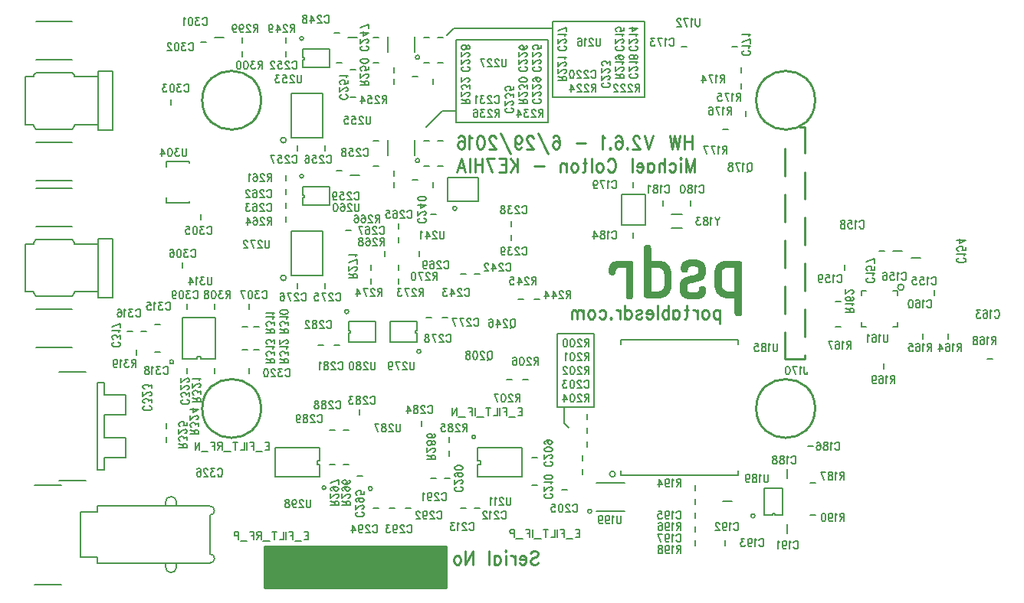
<source format=gbo>
*
*
G04 PADS 9.5 Build Number: 522968 generated Gerber (RS-274-X) file*
G04 PC Version=2.1*
*
%IN "PSDR.pcb"*%
*
%MOIN*%
*
%FSLAX35Y35*%
*
*
*
*
G04 PC Standard Apertures*
*
*
G04 Thermal Relief Aperture macro.*
%AMTER*
1,1,$1,0,0*
1,0,$1-$2,0,0*
21,0,$3,$4,0,0,45*
21,0,$3,$4,0,0,135*
%
*
*
G04 Annular Aperture macro.*
%AMANN*
1,1,$1,0,0*
1,0,$2,0,0*
%
*
*
G04 Odd Aperture macro.*
%AMODD*
1,1,$1,0,0*
1,0,$1-0.005,0,0*
%
*
*
G04 PC Custom Aperture Macros*
*
*
*
*
*
*
G04 PC Aperture Table*
*
%ADD010C,0.001*%
%ADD011C,0.008*%
%ADD012C,0.00787*%
%ADD053C,0.002*%
%ADD082C,0.006*%
%ADD146C,0.01*%
%ADD147C,0.00787*%
%ADD174C,0.00591*%
*
*
*
*
G04 PC Circuitry*
G04 Layer Name PSDR.pcb - circuitry*
%LPD*%
*
*
G04 PC Custom Flashes*
G04 Layer Name PSDR.pcb - flashes*
%LPD*%
*
*
G04 PC Circuitry*
G04 Layer Name PSDR.pcb - circuitry*
%LPD*%
*
G54D10*
G54D11*
G01X338118Y275693D02*
Y262307D01*
X327882*
Y275693*
X338118*
X106535Y256496D02*
X100236D01*
Y230906*
X106535*
X100197Y254134D02*
X90000D01*
Y254823*
X88819Y256004*
X73268*
X72087Y254823*
Y254134*
X68543*
Y233268*
X72087*
Y232579*
X73268Y231398*
X88819*
X90000Y232579*
Y233268*
X100236*
X106535Y230906D02*
Y256496D01*
X73228Y225689D02*
X88976D01*
X73228Y261713D02*
X88976D01*
X73228Y209055D02*
X88976D01*
X73228Y278346D02*
X88976D01*
X106535Y329331D02*
X100236D01*
Y303740*
X106535*
X100197Y326969D02*
X90000D01*
Y327657*
X88819Y328839*
X73268*
X72087Y327657*
Y326969*
X68543*
Y306102*
X72087*
Y305413*
X73268Y304232*
X88819*
X90000Y305413*
Y306102*
X100236*
X106535Y303740D02*
Y329331D01*
X73228Y298524D02*
X88976D01*
X73228Y334547D02*
X88976D01*
X73228Y281890D02*
X88976D01*
X73228Y351181D02*
X88976D01*
X154969Y344000D02*
X151031D01*
X265693Y272882D02*
X252307D01*
Y283118*
X265693*
Y272882*
X102756Y161201D02*
X112126D01*
Y169705*
X102756*
Y179902*
X112126*
Y188406*
X102756*
Y155906D02*
X99980D01*
Y193701*
X102756*
Y155906D02*
Y161201D01*
Y193701D02*
Y188406D01*
X94882Y151181D02*
X83071D01*
X94882Y198425D02*
X83071D01*
X449969Y251000D02*
X446031D01*
X447874Y231906D02*
Y233874D01*
X445906*
X434094D02*
X432126D01*
Y231906*
Y220094D02*
Y218126D01*
X434094*
X445906D02*
X447874D01*
Y220094*
X450634Y235300D02*
G75*
G03X450634I-1334J0D01*
G01X454031Y248000D02*
X457969D01*
X72441Y105906D02*
X84252D01*
Y149213D02*
X72441D01*
X129528Y115157D02*
Y113386D01*
G03X134252I2362J-0*
G01Y115157*
X209031Y344000D02*
X212969D01*
X210031Y284000D02*
X213969D01*
X400000Y131969D02*
Y128031D01*
Y155969D02*
Y152031D01*
X375969Y142000D02*
X372031D01*
X378591Y210500D02*
Y212528D01*
X327409*
Y210500*
Y155500D02*
Y153472D01*
X378591*
Y155500*
X325111Y153866D02*
G03X325111I-1245J0D01*
G01X338000Y351000D02*
X298000D01*
Y318000*
X338000*
Y351000*
X296000Y343000D02*
X256000D01*
Y307000*
X296000*
Y343000*
X316000Y215000D02*
X300000D01*
Y183000*
X316000*
Y215000*
X303000Y183000D02*
Y176000D01*
X305000Y174000*
X298000Y348000D02*
X255000D01*
X252000Y345000*
X256000Y312000D02*
X250000D01*
X243000Y305000*
G54D12*
X219463Y147583D02*
G03X219463I-880J0D01*
G01X256187Y269630D02*
G03X256187I-880J0D01*
G01X100000Y115157D02*
X148819D01*
G03Y119094I-0J1969*
G01Y136024*
G03Y139961I-0J1968*
G01X100000*
Y137402*
X92520*
Y117717*
X100000*
Y115157*
X129528Y139961D02*
Y141732D01*
X134252D02*
G03X129528I-2362J0D01*
G01X134252D02*
Y139961D01*
X140000Y289268D02*
Y290055D01*
X129803*
Y287693*
X140000Y272732D02*
Y271945D01*
X129803*
Y274307*
X197890Y240354D02*
Y259646D01*
X184110*
Y240354*
X197890*
X181945Y239370D02*
G03X181945I-1181J0D01*
G01X197890Y300354D02*
Y319646D01*
X184110*
Y300354*
X197890*
X181945Y299370D02*
G03X181945I-1181J0D01*
G01X237906Y299346D02*
Y292654D01*
X226094Y299346D02*
Y292654D01*
X239967Y290488D02*
G03X239967I-880J0D01*
G01X237906Y344346D02*
Y337654D01*
X226094Y344346D02*
Y337654D01*
X239967Y335488D02*
G03X239967I-880J0D01*
G01X329102Y137898D02*
X316898D01*
Y150102D02*
X329102D01*
X314825Y137701D02*
G03X314825I-880J0D01*
G01X136717Y204043D02*
X143090D01*
Y205163*
X144910*
Y204043*
X151283*
Y221957*
X136717*
Y204043*
X133069Y202764D02*
G03X133069I-880J0D01*
G01X189094Y338937D02*
Y335492D01*
X189833*
Y334508*
X189094*
Y331063*
X200906*
Y338937*
X189094*
Y278937D02*
Y275492D01*
X189833*
Y274508*
X189094*
Y271063*
X200906*
Y278937*
X189094*
X238906Y211472D02*
Y215434D01*
X238167*
Y216566*
X238906*
Y220528*
X227094*
Y211472*
X238906*
X209094Y220528D02*
Y216566D01*
X209833*
Y215434*
X209094*
Y211472*
X220906*
Y220528*
X209094*
X389965Y136094D02*
X393496D01*
Y136833*
X394504*
Y136094*
X398035*
Y147906*
X389965*
Y136094*
X385825Y135701D02*
G03X385825I-880J0D01*
G01X196646Y152701D02*
Y158213D01*
X195440*
Y159787*
X196646*
Y165299*
X177354*
Y152701*
X196646*
X199205Y147976D02*
G03X199205I-788J0D01*
G01X265354Y165299D02*
Y159787D01*
X266560*
Y158213*
X265354*
Y152701*
X284646*
Y165299*
X265354*
X264370Y170024D02*
G03X264370I-787J0D01*
G54D53*
G01X379000Y223000D02*
X377875D01*
X379450Y223150D02*
X377575D01*
X379600Y223300D02*
X377425D01*
X379750Y223450D02*
X377275D01*
X379750Y223600D02*
X377125D01*
X379750Y223750D02*
X377125D01*
X379900Y223900D02*
X377125D01*
X379900Y224050D02*
X377125D01*
X379900Y224200D02*
X376975D01*
X379900Y224350D02*
X376975D01*
X379900Y224500D02*
X376975D01*
X379900Y224650D02*
X376975D01*
X379900Y224800D02*
X376975D01*
X379900Y224950D02*
X376975D01*
X379900Y225100D02*
X376975D01*
X379900Y225250D02*
X376975D01*
X379900Y225400D02*
X376975D01*
X379900Y225550D02*
X376975D01*
X379900Y225700D02*
X376975D01*
X379900Y225850D02*
X376975D01*
X379900Y226000D02*
X376975D01*
X379900Y226150D02*
X376975D01*
X379900Y226300D02*
X376975D01*
X379900Y226450D02*
X376975D01*
X379900Y226600D02*
X376975D01*
X379900Y226750D02*
X376975D01*
X379900Y226900D02*
X376975D01*
X379900Y227050D02*
X376975D01*
X379900Y227200D02*
X376975D01*
X379900Y227350D02*
X376975D01*
X379900Y227500D02*
X376975D01*
X379900Y227650D02*
X376975D01*
X379900Y227800D02*
X376975D01*
X379900Y227950D02*
X376975D01*
X379900Y228100D02*
X376975D01*
X379900Y228250D02*
X376975D01*
X379900Y228400D02*
X376975D01*
X379900Y228550D02*
X376975D01*
X379900Y228700D02*
X376975D01*
X379900Y228850D02*
X376975D01*
X379900Y229000D02*
X376975D01*
X379900Y229150D02*
X376975D01*
X379900Y229300D02*
X376975D01*
X379900Y229450D02*
X376975D01*
X379900Y229600D02*
X376975D01*
X379900Y229750D02*
X376975D01*
X379900Y229900D02*
X376975D01*
X379900Y230050D02*
X376975D01*
X379900Y230200D02*
X376975D01*
X379900Y230350D02*
X376975D01*
X361000D02*
X356875D01*
X331750D02*
X330625D01*
X379900Y230500D02*
X376975D01*
X361600D02*
X356125D01*
X332050D02*
X330325D01*
X379900Y230650D02*
X376975D01*
X362050D02*
X355675D01*
X332350D02*
X330175D01*
X379900Y230800D02*
X372925D01*
X362500D02*
X355225D01*
X344800D02*
X338425D01*
X332350D02*
X330025D01*
X379900Y230950D02*
X372175D01*
X362650D02*
X354925D01*
X345400D02*
X338125D01*
X332500D02*
X329875D01*
X379900Y231100D02*
X371725D01*
X362950D02*
X354775D01*
X345850D02*
X337825D01*
X332500D02*
X329875D01*
X379900Y231250D02*
X371425D01*
X363100D02*
X354475D01*
X346300D02*
X337825D01*
X332650D02*
X329875D01*
X379900Y231400D02*
X371125D01*
X363250D02*
X354325D01*
X346600D02*
X337675D01*
X332650D02*
X329875D01*
X379900Y231550D02*
X370825D01*
X363400D02*
X354175D01*
X346900D02*
X337675D01*
X332650D02*
X329725D01*
X379900Y231700D02*
X370525D01*
X363550D02*
X354025D01*
X347050D02*
X337525D01*
X332650D02*
X329725D01*
X379900Y231850D02*
X370375D01*
X363700D02*
X353875D01*
X347350D02*
X337525D01*
X332650D02*
X329725D01*
X379900Y232000D02*
X370225D01*
X363850D02*
X353875D01*
X347500D02*
X337525D01*
X332650D02*
X329725D01*
X379900Y232150D02*
X370075D01*
X363850D02*
X353725D01*
X347650D02*
X337525D01*
X332650D02*
X329725D01*
X379900Y232300D02*
X369925D01*
X364000D02*
X353575D01*
X347800D02*
X337525D01*
X332650D02*
X329725D01*
X379900Y232450D02*
X369775D01*
X364000D02*
X353575D01*
X347950D02*
X337525D01*
X332650D02*
X329725D01*
X379900Y232600D02*
X369625D01*
X364000D02*
X353425D01*
X348100D02*
X337525D01*
X332650D02*
X329725D01*
X379900Y232750D02*
X369475D01*
X364150D02*
X353425D01*
X348250D02*
X337525D01*
X332650D02*
X329725D01*
X379900Y232900D02*
X369325D01*
X364150D02*
X353425D01*
X348250D02*
X337525D01*
X332650D02*
X329725D01*
X379900Y233050D02*
X369175D01*
X364150D02*
X353275D01*
X348400D02*
X337525D01*
X332650D02*
X329725D01*
X379900Y233200D02*
X369175D01*
X364300D02*
X360625D01*
X357250D02*
X353275D01*
X348550D02*
X337525D01*
X332650D02*
X329725D01*
X379900Y233350D02*
X369025D01*
X364300D02*
X360925D01*
X356800D02*
X353275D01*
X348550D02*
X337525D01*
X332650D02*
X329725D01*
X379900Y233500D02*
X369025D01*
X364300D02*
X361075D01*
X356500D02*
X353125D01*
X348700D02*
X337525D01*
X332650D02*
X329725D01*
X379900Y233650D02*
X376975D01*
X373300D02*
X368875D01*
X364300D02*
X361225D01*
X356350D02*
X353125D01*
X348700D02*
X344275D01*
X340450D02*
X337525D01*
X332650D02*
X329725D01*
X379900Y233800D02*
X376975D01*
X372850D02*
X368875D01*
X364300D02*
X361225D01*
X356200D02*
X353125D01*
X348700D02*
X344875D01*
X340450D02*
X337525D01*
X332650D02*
X329725D01*
X379900Y233950D02*
X376975D01*
X372550D02*
X368725D01*
X364300D02*
X361375D01*
X356200D02*
X353125D01*
X348850D02*
X345175D01*
X340450D02*
X337525D01*
X332650D02*
X329725D01*
X379900Y234100D02*
X376975D01*
X372250D02*
X368725D01*
X364300D02*
X361375D01*
X356050D02*
X353125D01*
X348850D02*
X345325D01*
X340450D02*
X337525D01*
X332650D02*
X329725D01*
X379900Y234250D02*
X376975D01*
X372100D02*
X368575D01*
X364300D02*
X361375D01*
X356050D02*
X353125D01*
X349000D02*
X345625D01*
X340450D02*
X337525D01*
X332650D02*
X329725D01*
X379900Y234400D02*
X376975D01*
X371950D02*
X368575D01*
X364300D02*
X361375D01*
X356050D02*
X353125D01*
X349000D02*
X345775D01*
X340450D02*
X337525D01*
X332650D02*
X329725D01*
X379900Y234550D02*
X376975D01*
X371800D02*
X368575D01*
X364300D02*
X361375D01*
X356050D02*
X353125D01*
X349000D02*
X345775D01*
X340450D02*
X337525D01*
X332650D02*
X329725D01*
X379900Y234700D02*
X376975D01*
X371650D02*
X368425D01*
X364300D02*
X361525D01*
X356050D02*
X353125D01*
X349000D02*
X345925D01*
X340450D02*
X337525D01*
X332650D02*
X329725D01*
X379900Y234850D02*
X376975D01*
X371650D02*
X368425D01*
X364150D02*
X361525D01*
X356050D02*
X353125D01*
X349150D02*
X346075D01*
X340450D02*
X337525D01*
X332650D02*
X329725D01*
X379900Y235000D02*
X376975D01*
X371500D02*
X368425D01*
X364150D02*
X361525D01*
X356050D02*
X353125D01*
X349150D02*
X346075D01*
X340450D02*
X337525D01*
X332650D02*
X329725D01*
X379900Y235150D02*
X376975D01*
X371500D02*
X368425D01*
X364150D02*
X361675D01*
X356050D02*
X353125D01*
X349150D02*
X346075D01*
X340450D02*
X337525D01*
X332650D02*
X329725D01*
X379900Y235300D02*
X376975D01*
X371350D02*
X368275D01*
X364000D02*
X361675D01*
X356050D02*
X353125D01*
X349150D02*
X346225D01*
X340450D02*
X337525D01*
X332650D02*
X329725D01*
X379900Y235450D02*
X376975D01*
X371350D02*
X368275D01*
X363850D02*
X361825D01*
X356050D02*
X353125D01*
X349150D02*
X346225D01*
X340450D02*
X337525D01*
X332650D02*
X329725D01*
X379900Y235600D02*
X376975D01*
X371200D02*
X368275D01*
X363550D02*
X362125D01*
X356050D02*
X353125D01*
X349150D02*
X346225D01*
X340450D02*
X337525D01*
X332650D02*
X329725D01*
X379900Y235750D02*
X376975D01*
X371200D02*
X368275D01*
X363100D02*
X362575D01*
X356050D02*
X353125D01*
X349300D02*
X346225D01*
X340450D02*
X337525D01*
X332650D02*
X329725D01*
X379900Y235900D02*
X376975D01*
X371200D02*
X368275D01*
X356050D02*
X353125D01*
X349300D02*
X346375D01*
X340450D02*
X337525D01*
X332650D02*
X329725D01*
X379900Y236050D02*
X376975D01*
X371200D02*
X368275D01*
X356050D02*
X353125D01*
X349300D02*
X346375D01*
X340450D02*
X337525D01*
X332650D02*
X329725D01*
X379900Y236200D02*
X376975D01*
X371200D02*
X368125D01*
X356050D02*
X353125D01*
X349300D02*
X346375D01*
X340450D02*
X337525D01*
X332650D02*
X329725D01*
X379900Y236350D02*
X376975D01*
X371050D02*
X368125D01*
X356200D02*
X353125D01*
X349300D02*
X346375D01*
X340450D02*
X337525D01*
X332650D02*
X329725D01*
X379900Y236500D02*
X376975D01*
X371050D02*
X368125D01*
X356200D02*
X353125D01*
X349300D02*
X346375D01*
X340450D02*
X337525D01*
X332650D02*
X329725D01*
X379900Y236650D02*
X376975D01*
X371050D02*
X368125D01*
X356350D02*
X353125D01*
X349300D02*
X346375D01*
X340450D02*
X337525D01*
X332650D02*
X329725D01*
X379900Y236800D02*
X376975D01*
X371050D02*
X368125D01*
X356500D02*
X353125D01*
X349300D02*
X346375D01*
X340450D02*
X337525D01*
X332650D02*
X329725D01*
X379900Y236950D02*
X376975D01*
X371050D02*
X368125D01*
X356800D02*
X353275D01*
X349300D02*
X346375D01*
X340450D02*
X337525D01*
X332650D02*
X329725D01*
X379900Y237100D02*
X376975D01*
X371050D02*
X368125D01*
X357100D02*
X353275D01*
X349300D02*
X346375D01*
X340450D02*
X337525D01*
X332650D02*
X329725D01*
X379900Y237250D02*
X376975D01*
X371050D02*
X368125D01*
X357700D02*
X353275D01*
X349300D02*
X346375D01*
X340450D02*
X337525D01*
X332650D02*
X329725D01*
X379900Y237400D02*
X376975D01*
X371050D02*
X368125D01*
X358300D02*
X353275D01*
X349300D02*
X346375D01*
X340450D02*
X337525D01*
X332650D02*
X329725D01*
X379900Y237550D02*
X376975D01*
X371050D02*
X368125D01*
X358900D02*
X353425D01*
X349300D02*
X346375D01*
X340450D02*
X337525D01*
X332650D02*
X329725D01*
X379900Y237700D02*
X376975D01*
X371050D02*
X368125D01*
X359350D02*
X353425D01*
X349300D02*
X346375D01*
X340450D02*
X337525D01*
X332650D02*
X329725D01*
X379900Y237850D02*
X376975D01*
X371050D02*
X368125D01*
X359950D02*
X353575D01*
X349300D02*
X346375D01*
X340450D02*
X337525D01*
X332650D02*
X329725D01*
X379900Y238000D02*
X376975D01*
X371050D02*
X368125D01*
X360550D02*
X353575D01*
X349300D02*
X346375D01*
X340450D02*
X337525D01*
X332650D02*
X329725D01*
X379900Y238150D02*
X376975D01*
X371050D02*
X368125D01*
X361150D02*
X353725D01*
X349300D02*
X346375D01*
X340450D02*
X337525D01*
X332650D02*
X329725D01*
X379900Y238300D02*
X376975D01*
X371050D02*
X368125D01*
X361600D02*
X353725D01*
X349300D02*
X346375D01*
X340450D02*
X337525D01*
X332650D02*
X329725D01*
X379900Y238450D02*
X376975D01*
X371050D02*
X368125D01*
X362050D02*
X353875D01*
X349300D02*
X346375D01*
X340450D02*
X337525D01*
X332650D02*
X329725D01*
X379900Y238600D02*
X376975D01*
X371050D02*
X368125D01*
X362350D02*
X354025D01*
X349300D02*
X346375D01*
X340450D02*
X337525D01*
X332650D02*
X329725D01*
X379900Y238750D02*
X376975D01*
X371050D02*
X368125D01*
X362500D02*
X354175D01*
X349300D02*
X346375D01*
X340450D02*
X337525D01*
X332650D02*
X329725D01*
X379900Y238900D02*
X376975D01*
X371050D02*
X368125D01*
X362800D02*
X354325D01*
X349300D02*
X346375D01*
X340450D02*
X337525D01*
X332650D02*
X329725D01*
X379900Y239050D02*
X376975D01*
X371050D02*
X368125D01*
X362950D02*
X354475D01*
X349300D02*
X346375D01*
X340450D02*
X337525D01*
X332650D02*
X329725D01*
X379900Y239200D02*
X376975D01*
X371050D02*
X368125D01*
X363100D02*
X354625D01*
X349300D02*
X346375D01*
X340450D02*
X337525D01*
X332650D02*
X329725D01*
X379900Y239350D02*
X376975D01*
X371050D02*
X368125D01*
X363250D02*
X354925D01*
X349300D02*
X346375D01*
X340450D02*
X337525D01*
X332650D02*
X329725D01*
X379900Y239500D02*
X376975D01*
X371050D02*
X368125D01*
X363400D02*
X355225D01*
X349300D02*
X346375D01*
X340450D02*
X337525D01*
X332650D02*
X329725D01*
X379900Y239650D02*
X376975D01*
X371050D02*
X368125D01*
X363550D02*
X355525D01*
X349300D02*
X346375D01*
X340450D02*
X337525D01*
X332650D02*
X329725D01*
X379900Y239800D02*
X376975D01*
X371050D02*
X368125D01*
X363550D02*
X355975D01*
X349300D02*
X346375D01*
X340450D02*
X337525D01*
X332650D02*
X329725D01*
X379900Y239950D02*
X376975D01*
X371050D02*
X368125D01*
X363700D02*
X356575D01*
X349300D02*
X346375D01*
X340450D02*
X337525D01*
X332650D02*
X329725D01*
X379900Y240100D02*
X376975D01*
X371050D02*
X368125D01*
X363700D02*
X357175D01*
X349300D02*
X346375D01*
X340450D02*
X337525D01*
X332650D02*
X329725D01*
X379900Y240250D02*
X376975D01*
X371050D02*
X368125D01*
X363850D02*
X357625D01*
X349300D02*
X346375D01*
X340450D02*
X337525D01*
X332650D02*
X329725D01*
X379900Y240400D02*
X376975D01*
X371050D02*
X368125D01*
X363850D02*
X358225D01*
X349300D02*
X346375D01*
X340450D02*
X337525D01*
X332650D02*
X329725D01*
X379900Y240550D02*
X376975D01*
X371050D02*
X368125D01*
X363850D02*
X358825D01*
X349300D02*
X346375D01*
X340450D02*
X337525D01*
X332650D02*
X329725D01*
X379900Y240700D02*
X376975D01*
X371050D02*
X368125D01*
X364000D02*
X359425D01*
X349300D02*
X346375D01*
X340450D02*
X337525D01*
X332650D02*
X329725D01*
X379900Y240850D02*
X376975D01*
X371050D02*
X368125D01*
X364000D02*
X359875D01*
X349300D02*
X346375D01*
X340450D02*
X337525D01*
X332650D02*
X329725D01*
X324100D02*
X323125D01*
X379900Y241000D02*
X376975D01*
X371050D02*
X368125D01*
X364000D02*
X360325D01*
X349300D02*
X346375D01*
X340450D02*
X337525D01*
X332650D02*
X329725D01*
X324400D02*
X322675D01*
X379900Y241150D02*
X376975D01*
X371050D02*
X368125D01*
X364150D02*
X360625D01*
X349300D02*
X346375D01*
X340450D02*
X337525D01*
X332650D02*
X329725D01*
X324550D02*
X322525D01*
X379900Y241300D02*
X376975D01*
X371050D02*
X368125D01*
X364150D02*
X360925D01*
X349300D02*
X346375D01*
X340450D02*
X337525D01*
X332650D02*
X329725D01*
X324700D02*
X322375D01*
X379900Y241450D02*
X376975D01*
X371050D02*
X368125D01*
X364150D02*
X360925D01*
X349300D02*
X346225D01*
X340450D02*
X337525D01*
X332650D02*
X329725D01*
X324850D02*
X322375D01*
X379900Y241600D02*
X376975D01*
X371050D02*
X368125D01*
X364150D02*
X361075D01*
X349150D02*
X346225D01*
X340450D02*
X337525D01*
X332650D02*
X329725D01*
X324850D02*
X322225D01*
X379900Y241750D02*
X376975D01*
X371050D02*
X368125D01*
X364150D02*
X361225D01*
X349150D02*
X346225D01*
X340450D02*
X337525D01*
X332650D02*
X329725D01*
X325000D02*
X322225D01*
X379900Y241900D02*
X376975D01*
X371200D02*
X368125D01*
X364150D02*
X361225D01*
X349150D02*
X346225D01*
X340450D02*
X337525D01*
X332650D02*
X329725D01*
X325000D02*
X322225D01*
X379900Y242050D02*
X376975D01*
X371200D02*
X368275D01*
X364150D02*
X361225D01*
X355750D02*
X354325D01*
X349150D02*
X346225D01*
X340450D02*
X337525D01*
X332650D02*
X329725D01*
X325000D02*
X322075D01*
X379900Y242200D02*
X376975D01*
X371200D02*
X368275D01*
X364150D02*
X361225D01*
X356050D02*
X354175D01*
X349150D02*
X346075D01*
X340450D02*
X337525D01*
X332650D02*
X329725D01*
X325000D02*
X322075D01*
X379900Y242350D02*
X376975D01*
X371200D02*
X368275D01*
X364150D02*
X361225D01*
X356200D02*
X354025D01*
X349150D02*
X346075D01*
X340450D02*
X337525D01*
X332650D02*
X329725D01*
X325000D02*
X322075D01*
X379900Y242500D02*
X376975D01*
X371350D02*
X368275D01*
X364150D02*
X361225D01*
X356350D02*
X353875D01*
X349000D02*
X346075D01*
X340450D02*
X337525D01*
X332650D02*
X329725D01*
X325000D02*
X322075D01*
X379900Y242650D02*
X376975D01*
X371350D02*
X368275D01*
X364150D02*
X361225D01*
X356350D02*
X353725D01*
X349000D02*
X345925D01*
X340450D02*
X337525D01*
X332650D02*
X329725D01*
X325000D02*
X322075D01*
X379900Y242800D02*
X376975D01*
X371350D02*
X368275D01*
X364150D02*
X361225D01*
X356350D02*
X353725D01*
X349000D02*
X345775D01*
X340450D02*
X337525D01*
X332650D02*
X329725D01*
X325150D02*
X322075D01*
X379900Y242950D02*
X376975D01*
X371500D02*
X368425D01*
X364150D02*
X361225D01*
X356500D02*
X353575D01*
X349000D02*
X345775D01*
X340450D02*
X337525D01*
X332650D02*
X329725D01*
X325150D02*
X322075D01*
X379900Y243100D02*
X376975D01*
X371650D02*
X368425D01*
X364150D02*
X361225D01*
X356500D02*
X353575D01*
X348850D02*
X345625D01*
X340450D02*
X337525D01*
X332650D02*
X329725D01*
X325150D02*
X322225D01*
X379900Y243250D02*
X376975D01*
X371650D02*
X368425D01*
X364150D02*
X361225D01*
X356500D02*
X353575D01*
X348850D02*
X345475D01*
X340450D02*
X337525D01*
X332650D02*
X329725D01*
X325300D02*
X322225D01*
X379900Y243400D02*
X376975D01*
X371800D02*
X368425D01*
X364150D02*
X361225D01*
X356500D02*
X353575D01*
X348850D02*
X345325D01*
X340450D02*
X337525D01*
X332650D02*
X329725D01*
X325300D02*
X322225D01*
X379900Y243550D02*
X376975D01*
X372100D02*
X368575D01*
X364150D02*
X361225D01*
X356500D02*
X353575D01*
X348700D02*
X345175D01*
X340450D02*
X337525D01*
X332650D02*
X329725D01*
X325450D02*
X322225D01*
X379900Y243700D02*
X376975D01*
X372250D02*
X368575D01*
X364150D02*
X361075D01*
X356500D02*
X353575D01*
X348700D02*
X344875D01*
X340450D02*
X337525D01*
X332650D02*
X329725D01*
X325600D02*
X322225D01*
X379900Y243850D02*
X376975D01*
X372550D02*
X368725D01*
X364150D02*
X361075D01*
X356650D02*
X353575D01*
X348550D02*
X344575D01*
X340450D02*
X337525D01*
X332650D02*
X329725D01*
X325900D02*
X322225D01*
X379900Y244000D02*
X376975D01*
X373150D02*
X368725D01*
X364150D02*
X360925D01*
X356650D02*
X353575D01*
X348550D02*
X344125D01*
X340450D02*
X337525D01*
X332650D02*
X329725D01*
X326350D02*
X322375D01*
X379900Y244150D02*
X368725D01*
X364150D02*
X360775D01*
X356800D02*
X353575D01*
X348400D02*
X337525D01*
X332650D02*
X322375D01*
X379900Y244300D02*
X368875D01*
X364000D02*
X360475D01*
X356950D02*
X353575D01*
X348400D02*
X337525D01*
X332650D02*
X322375D01*
X379900Y244450D02*
X368875D01*
X364000D02*
X360025D01*
X357400D02*
X353725D01*
X348250D02*
X337525D01*
X332650D02*
X322525D01*
X379900Y244600D02*
X369025D01*
X364000D02*
X353725D01*
X348250D02*
X337525D01*
X332650D02*
X322525D01*
X379900Y244750D02*
X369175D01*
X363850D02*
X353725D01*
X348100D02*
X337525D01*
X332650D02*
X322675D01*
X379900Y244900D02*
X369175D01*
X363850D02*
X353725D01*
X347950D02*
X337525D01*
X332650D02*
X322675D01*
X379900Y245050D02*
X369325D01*
X363850D02*
X353875D01*
X347800D02*
X337525D01*
X332650D02*
X322825D01*
X379900Y245200D02*
X369475D01*
X363700D02*
X353875D01*
X347800D02*
X337525D01*
X332650D02*
X322825D01*
X379900Y245350D02*
X369625D01*
X363700D02*
X354025D01*
X347650D02*
X337525D01*
X332650D02*
X322975D01*
X379900Y245500D02*
X369775D01*
X363550D02*
X354025D01*
X347500D02*
X337525D01*
X332650D02*
X323125D01*
X379900Y245650D02*
X369925D01*
X363400D02*
X354175D01*
X347200D02*
X337525D01*
X332650D02*
X323275D01*
X379900Y245800D02*
X370075D01*
X363400D02*
X354175D01*
X347050D02*
X337525D01*
X332650D02*
X323425D01*
X379900Y245950D02*
X370375D01*
X363250D02*
X354325D01*
X346900D02*
X337525D01*
X332650D02*
X323575D01*
X379750Y246100D02*
X370525D01*
X363100D02*
X354475D01*
X346600D02*
X337525D01*
X332500D02*
X323725D01*
X379750Y246250D02*
X370825D01*
X362950D02*
X354625D01*
X346450D02*
X337525D01*
X332500D02*
X324025D01*
X379600Y246400D02*
X371125D01*
X362800D02*
X354775D01*
X346000D02*
X337525D01*
X332500D02*
X324325D01*
X379600Y246550D02*
X371575D01*
X362500D02*
X354925D01*
X345700D02*
X337525D01*
X332350D02*
X324625D01*
X379300Y246700D02*
X372025D01*
X362350D02*
X355225D01*
X345250D02*
X337525D01*
X332200D02*
X325075D01*
X379000Y246850D02*
X372625D01*
X362050D02*
X355525D01*
X344500D02*
X337525D01*
X331900D02*
X325825D01*
X361600Y247000D02*
X355825D01*
X340450D02*
X337525D01*
X361150Y247150D02*
X356275D01*
X340450D02*
X337525D01*
X360400Y247300D02*
X357025D01*
X340450D02*
X337525D01*
X340450Y247450D02*
X337525D01*
X340450Y247600D02*
X337525D01*
X340450Y247750D02*
X337525D01*
X340450Y247900D02*
X337525D01*
X340450Y248050D02*
X337525D01*
X340450Y248200D02*
X337525D01*
X340450Y248350D02*
X337525D01*
X340450Y248500D02*
X337525D01*
X340450Y248650D02*
X337525D01*
X340450Y248800D02*
X337525D01*
X340450Y248950D02*
X337525D01*
X340450Y249100D02*
X337525D01*
X340450Y249250D02*
X337525D01*
X340450Y249400D02*
X337525D01*
X340450Y249550D02*
X337525D01*
X340450Y249700D02*
X337525D01*
X340450Y249850D02*
X337525D01*
X340450Y250000D02*
X337525D01*
X340450Y250150D02*
X337525D01*
X340450Y250300D02*
X337525D01*
X340450Y250450D02*
X337525D01*
X340450Y250600D02*
X337525D01*
X340450Y250750D02*
X337525D01*
X340450Y250900D02*
X337525D01*
X340450Y251050D02*
X337525D01*
X340450Y251200D02*
X337525D01*
X340450Y251350D02*
X337525D01*
X340450Y251500D02*
X337525D01*
X340450Y251650D02*
X337525D01*
X340450Y251800D02*
X337525D01*
X340450Y251950D02*
X337525D01*
X340450Y252100D02*
X337525D01*
X340450Y252250D02*
X337525D01*
X340450Y252400D02*
X337525D01*
X340450Y252550D02*
X337525D01*
X340300Y252700D02*
X337525D01*
X340300Y252850D02*
X337525D01*
X340300Y253000D02*
X337675D01*
X340300Y253150D02*
X337675D01*
X340150Y253300D02*
X337825D01*
X340000Y253450D02*
X337825D01*
X339850Y253600D02*
X338125D01*
X339550Y253750D02*
X338425D01*
G54D82*
X349638Y261047D02*
X354362D01*
X349638Y266953D02*
X354362D01*
X231700Y175844D02*
Y173313D01*
X231700D02*
X231564Y172806D01*
X231291Y172469*
X230882Y172300*
X230609*
X230200Y172469*
X229927Y172806*
X229791Y173313*
X229791D02*
Y175844D01*
X228427Y175000D02*
Y175169D01*
X228291Y175506*
X228155Y175675*
X227882Y175844*
X227336*
X227064Y175675*
X226927Y175506*
X226791Y175169*
Y174831*
X226927Y174494*
X227200Y173988*
X227200D02*
X228564Y172300D01*
X226655*
X224745Y175844D02*
X225155Y175675D01*
X225291Y175338*
X225291D02*
Y175000D01*
X225155Y174663*
X225155D02*
X224882Y174494D01*
X224336Y174325*
X223927Y174156*
X223655Y173819*
X223518Y173481*
Y172975*
X223655Y172638*
X223655D02*
X223791Y172469D01*
X224200Y172300*
X224745*
X225155Y172469*
X225291Y172638*
X225291D02*
X225427Y172975D01*
Y173481*
X225291Y173819*
X225018Y174156*
X224609Y174325*
X224064Y174494*
X223791Y174663*
X223791D02*
X223655Y175000D01*
Y175338*
X223655D02*
X223791Y175675D01*
X224200Y175844*
X224745*
X220382D02*
X221745Y172300D01*
X222291Y175844D02*
X220382D01*
X215000Y137345D02*
X215338Y137209D01*
X215338D02*
X215675Y136936D01*
X215844Y136664*
Y136118*
X215675Y135845*
X215338Y135573*
X215338D02*
X215000Y135436D01*
X214494Y135300*
X213650*
X213144Y135436*
X212806Y135573*
X212469Y135845*
X212300Y136118*
Y136664*
X212469Y136936*
X212806Y137209*
X213144Y137345*
X215000Y138709D02*
X215169D01*
X215506Y138845*
X215675Y138982*
X215844Y139255*
Y139800*
X215675Y140073*
X215506Y140209*
X215169Y140345*
X214831*
X214494Y140209*
X213988Y139936*
X213988D02*
X212300Y138573D01*
Y140482*
X214663Y143482D02*
X214156Y143345D01*
X213819Y143073*
X213650Y142664*
Y142527*
X213819Y142118*
X214156Y141845*
X214663Y141709*
X214663D02*
X214831D01*
X215338Y141845*
X215338D02*
X215675Y142118D01*
X215844Y142527*
Y142664*
X215675Y143073*
X215338Y143345*
X215338D02*
X214663Y143482D01*
X214663D02*
X213819D01*
X212975Y143345*
X212469Y143073*
X212300Y142664*
Y142391*
X212469Y141982*
X212806Y141845*
X215844Y146482D02*
Y145118D01*
X214325Y144982*
X214494Y145118*
X214663Y145527*
X214663D02*
Y145936D01*
X214663D02*
X214494Y146345D01*
X214156Y146618*
X213650Y146755*
X213313Y146618*
X213313D02*
X212806Y146482D01*
X212469Y146209*
X212300Y145800*
Y145391*
X212469Y144982*
X212638Y144845*
X212638D02*
X212975Y144709D01*
X247655Y137000D02*
X247791Y137338D01*
X247791D02*
X248064Y137675D01*
X248336Y137844*
X248882*
X249155Y137675*
X249427Y137338*
X249427D02*
X249564Y137000D01*
X249700Y136494*
Y135650*
X249564Y135144*
X249427Y134806*
X249155Y134469*
X248882Y134300*
X248336*
X248064Y134469*
X247791Y134806*
X247655Y135144*
X246291Y137000D02*
Y137169D01*
X246155Y137506*
X246018Y137675*
X245745Y137844*
X245200*
X244927Y137675*
X244791Y137506*
X244655Y137169*
Y136831*
X244791Y136494*
X245064Y135988*
X245064D02*
X246427Y134300D01*
X244518*
X241518Y136663D02*
X241655Y136156D01*
X241927Y135819*
X242336Y135650*
X242473*
X242882Y135819*
X243155Y136156*
X243291Y136663*
X243291D02*
Y136831D01*
X243155Y137338*
X243155D02*
X242882Y137675D01*
X242473Y137844*
X242336*
X241927Y137675*
X241655Y137338*
X241655D02*
X241518Y136663D01*
X241518D02*
Y135819D01*
X241655Y134975*
X241927Y134469*
X242336Y134300*
X242609*
X243018Y134469*
X243155Y134806*
X240155Y137000D02*
Y137169D01*
X240018Y137506*
X239882Y137675*
X239609Y137844*
X239064*
X238791Y137675*
X238655Y137506*
X238518Y137169*
Y136831*
X238655Y136494*
X238927Y135988*
X238927D02*
X240291Y134300D01*
X238382*
X258000Y148345D02*
X258337Y148209D01*
X258337D02*
X258675Y147936D01*
X258844Y147664*
Y147118*
X258675Y146845*
X258337Y146573*
X258337D02*
X258000Y146436D01*
X257494Y146300*
X256650*
X256144Y146436*
X255806Y146573*
X255469Y146845*
X255300Y147118*
Y147664*
X255469Y147936*
X255806Y148209*
X256144Y148345*
X258000Y149709D02*
X258169D01*
X258506Y149845*
X258675Y149982*
X258844Y150255*
Y150800*
X258675Y151073*
X258506Y151209*
X258169Y151345*
X257831*
X257494Y151209*
X256987Y150936*
X256987D02*
X255300Y149573D01*
Y151482*
X257662Y154482D02*
X257156Y154345D01*
X256819Y154073*
X256650Y153664*
Y153527*
X256819Y153118*
X257156Y152845*
X257662Y152709*
X257662D02*
X257831D01*
X258337Y152845*
X258337D02*
X258675Y153118D01*
X258844Y153527*
Y153664*
X258675Y154073*
X258337Y154345*
X258337D02*
X257662Y154482D01*
X257662D02*
X256819D01*
X255975Y154345*
X255469Y154073*
X255300Y153664*
Y153391*
X255469Y152982*
X255806Y152845*
X258844Y156527D02*
X258675Y156118D01*
X258169Y155845*
X257325Y155709*
X256819*
X255975Y155845*
X255469Y156118*
X255300Y156527*
Y156800*
X255469Y157209*
X255975Y157482*
X256819Y157618*
X257325*
X258169Y157482*
X258675Y157209*
X258844Y156800*
Y156527*
X249655Y145000D02*
X249791Y145338D01*
X249791D02*
X250064Y145675D01*
X250336Y145844*
X250882*
X251155Y145675*
X251427Y145338*
X251427D02*
X251564Y145000D01*
X251700Y144494*
Y143650*
X251564Y143144*
X251427Y142806*
X251155Y142469*
X250882Y142300*
X250336*
X250064Y142469*
X249791Y142806*
X249655Y143144*
X248291Y145000D02*
Y145169D01*
X248155Y145506*
X248018Y145675*
X247745Y145844*
X247200*
X246927Y145675*
X246791Y145506*
X246655Y145169*
Y144831*
X246791Y144494*
X247064Y143988*
X247064D02*
X248427Y142300D01*
X246518*
X243518Y144663D02*
X243655Y144156D01*
X243927Y143819*
X244336Y143650*
X244473*
X244882Y143819*
X245155Y144156*
X245291Y144663*
X245291D02*
Y144831D01*
X245155Y145338*
X245155D02*
X244882Y145675D01*
X244473Y145844*
X244336*
X243927Y145675*
X243655Y145338*
X243655D02*
X243518Y144663D01*
X243518D02*
Y143819D01*
X243655Y142975*
X243927Y142469*
X244336Y142300*
X244609*
X245018Y142469*
X245155Y142806*
X242291Y145169D02*
X242018Y145338D01*
X242018D02*
X241609Y145844D01*
Y142300*
X243655Y183000D02*
X243791Y183337D01*
X243791D02*
X244064Y183675D01*
X244336Y183844*
X244882*
X245155Y183675*
X245427Y183337*
X245427D02*
X245564Y183000D01*
X245700Y182494*
Y181650*
X245564Y181144*
X245427Y180806*
X245155Y180469*
X244882Y180300*
X244336*
X244064Y180469*
X243791Y180806*
X243655Y181144*
X242291Y183000D02*
Y183169D01*
X242155Y183506*
X242018Y183675*
X241745Y183844*
X241200*
X240927Y183675*
X240791Y183506*
X240655Y183169*
Y182831*
X240791Y182494*
X241064Y181987*
X241064D02*
X242427Y180300D01*
X240518*
X238609Y183844D02*
X239018Y183675D01*
X239155Y183337*
X239155D02*
Y183000D01*
X239018Y182662*
X239018D02*
X238745Y182494D01*
X238200Y182325*
X237791Y182156*
X237518Y181819*
X237382Y181481*
Y180975*
X237518Y180637*
X237518D02*
X237655Y180469D01*
X238064Y180300*
X238609*
X239018Y180469*
X239155Y180637*
X239155D02*
X239291Y180975D01*
Y181481*
X239155Y181819*
X238882Y182156*
X238473Y182325*
X237927Y182494*
X237655Y182662*
X237655D02*
X237518Y183000D01*
Y183337*
X237518D02*
X237655Y183675D01*
X238064Y183844*
X238609*
X234791D02*
X236155Y181481D01*
X234109*
X234791Y183844D02*
Y180300D01*
X209844Y140300D02*
X206300D01*
X209844D02*
Y141527D01*
X209675Y141936*
X209506Y142073*
X209169Y142209*
X208831*
X208494Y142073*
X208325Y141936*
X208156Y141527*
Y140300*
Y141255D02*
X206300Y142209D01*
X209000Y143573D02*
X209169D01*
X209506Y143709*
X209675Y143845*
X209844Y144118*
Y144664*
X209675Y144936*
X209506Y145073*
X209169Y145209*
X208831*
X208494Y145073*
X207988Y144800*
X207988D02*
X206300Y143436D01*
Y145345*
X208663Y148345D02*
X208156Y148209D01*
X207819Y147936*
X207650Y147527*
Y147391*
X207819Y146982*
X208156Y146709*
X208663Y146573*
X208663D02*
X208831D01*
X209338Y146709*
X209338D02*
X209675Y146982D01*
X209844Y147391*
Y147527*
X209675Y147936*
X209338Y148209*
X209338D02*
X208663Y148345D01*
X208663D02*
X207819D01*
X206975Y148209*
X206469Y147936*
X206300Y147527*
Y147255*
X206469Y146845*
X206806Y146709*
X209338Y151209D02*
X209675Y151073D01*
X209844Y150664*
Y150391*
X209675Y149982*
X209169Y149709*
X208325Y149573*
X207481*
X206806Y149709*
X206469Y149982*
X206300Y150391*
Y150527*
X206469Y150936*
X206806Y151209*
X207313Y151345*
X207313D02*
X207481D01*
X207988Y151209*
X207988D02*
X208325Y150936D01*
X208494Y150527*
Y150391*
X208325Y149982*
X207988Y149709*
X207988D02*
X207481Y149573D01*
X204844Y140300D02*
X201300D01*
X204844D02*
Y141527D01*
X204675Y141936*
X204506Y142073*
X204169Y142209*
X203831*
X203494Y142073*
X203325Y141936*
X203156Y141527*
Y140300*
Y141255D02*
X201300Y142209D01*
X204000Y143573D02*
X204169D01*
X204506Y143709*
X204675Y143845*
X204844Y144118*
Y144664*
X204675Y144936*
X204506Y145073*
X204169Y145209*
X203831*
X203494Y145073*
X202988Y144800*
X202988D02*
X201300Y143436D01*
Y145345*
X203663Y148345D02*
X203156Y148209D01*
X202819Y147936*
X202650Y147527*
Y147391*
X202819Y146982*
X203156Y146709*
X203663Y146573*
X203663D02*
X203831D01*
X204338Y146709*
X204338D02*
X204675Y146982D01*
X204844Y147391*
Y147527*
X204675Y147936*
X204338Y148209*
X204338D02*
X203663Y148345D01*
X203663D02*
X202819D01*
X201975Y148209*
X201469Y147936*
X201300Y147527*
Y147255*
X201469Y146845*
X201806Y146709*
X204844Y151482D02*
X201300Y150118D01*
X204844Y149573D02*
Y151482D01*
X246844Y160300D02*
X243300D01*
X246844D02*
Y161527D01*
X246675Y161936*
X246506Y162073*
X246169Y162209*
X245831*
X245494Y162073*
X245325Y161936*
X245156Y161527*
Y160300*
Y161255D02*
X243300Y162209D01*
X246000Y163573D02*
X246169D01*
X246506Y163709*
X246675Y163845*
X246844Y164118*
Y164664*
X246675Y164936*
X246506Y165073*
X246169Y165209*
X245831*
X245494Y165073*
X244988Y164800*
X244988D02*
X243300Y163436D01*
Y165345*
X246844Y167255D02*
X246675Y166845D01*
X246338Y166709*
X246338D02*
X246000D01*
X245663Y166845*
X245663D02*
X245494Y167118D01*
X245325Y167664*
X245156Y168073*
X244819Y168345*
X244481Y168482*
X243975*
X243638Y168345*
X243638D02*
X243469Y168209D01*
X243300Y167800*
Y167255*
X243469Y166845*
X243638Y166709*
X243638D02*
X243975Y166573D01*
X244481*
X244819Y166709*
X245156Y166982*
X245325Y167391*
X245494Y167936*
X245663Y168209*
X245663D02*
X246000Y168345D01*
X246338*
X246338D02*
X246675Y168209D01*
X246844Y167800*
Y167255*
X246338Y171345D02*
X246675Y171209D01*
X246844Y170800*
Y170527*
X246675Y170118*
X246169Y169845*
X245325Y169709*
X244481*
X243806Y169845*
X243469Y170118*
X243300Y170527*
Y170664*
X243469Y171073*
X243806Y171345*
X244313Y171482*
X244313D02*
X244481D01*
X244988Y171345*
X244988D02*
X245325Y171073D01*
X245494Y170664*
Y170527*
X245325Y170118*
X244988Y169845*
X244988D02*
X244481Y169709D01*
X383882Y289434D02*
X384155Y289266D01*
X384427Y288928*
X384564Y288591*
X384700Y288084*
Y287241*
X384564Y286734*
X384427Y286397*
X384155Y286059*
X383882Y285891*
X383336*
X383064Y286059*
X382791Y286397*
X382655Y286734*
X382518Y287241*
Y288084*
X382655Y288591*
X382791Y288928*
X383064Y289266*
X383336Y289434*
X383882*
X383473Y286566D02*
X382655Y285553D01*
X381291Y288759D02*
X381018Y288928D01*
X380609Y289434*
Y285891*
X377473Y289434D02*
X378836Y285891D01*
X379382Y289434D02*
X377473D01*
X375564D02*
X375973Y289266D01*
X376109Y288928*
Y288591*
X375973Y288253*
X375700Y288084*
X375155Y287916*
X374745Y287747*
X374473Y287409*
X374336Y287072*
Y286566*
X374473Y286228*
X374609Y286059*
X375018Y285891*
X375564*
X375973Y286059*
X376109Y286228*
X376245Y286566*
Y287072*
X376109Y287409*
X375836Y287747*
X375427Y287916*
X374882Y288084*
X374609Y288253*
X374473Y288591*
Y288928*
X374609Y289266*
X375018Y289434*
X375564*
X260700Y175844D02*
Y172300D01*
Y175844D02*
X259473D01*
X259064Y175675*
X258927Y175506*
X258791Y175169*
Y174831*
X258927Y174494*
X259064Y174325*
X259473Y174156*
X260700*
X259745D02*
X258791Y172300D01*
X257427Y175000D02*
Y175169D01*
X257291Y175506*
X257155Y175675*
X256882Y175844*
X256336*
X256064Y175675*
X255927Y175506*
X255791Y175169*
Y174831*
X255927Y174494*
X256200Y173988*
X256200D02*
X257564Y172300D01*
X255655*
X253745Y175844D02*
X254155Y175675D01*
X254291Y175338*
X254291D02*
Y175000D01*
X254155Y174663*
X254155D02*
X253882Y174494D01*
X253336Y174325*
X252927Y174156*
X252655Y173819*
X252518Y173481*
Y172975*
X252655Y172638*
X252655D02*
X252791Y172469D01*
X253200Y172300*
X253745*
X254155Y172469*
X254291Y172638*
X254291D02*
X254427Y172975D01*
Y173481*
X254291Y173819*
X254018Y174156*
X253609Y174325*
X253064Y174494*
X252791Y174663*
X252791D02*
X252655Y175000D01*
Y175338*
X252655D02*
X252791Y175675D01*
X253200Y175844*
X253745*
X249518D02*
X250882D01*
X251018Y174325*
X250882Y174494*
X250473Y174663*
X250473D02*
X250064D01*
X250064D02*
X249655Y174494D01*
X249382Y174156*
X249245Y173650*
X249382Y173313*
X249382D02*
X249518Y172806D01*
X249791Y172469*
X250200Y172300*
X250609*
X251018Y172469*
X251155Y172638*
X251155D02*
X251291Y172975D01*
X427700Y211844D02*
Y208300D01*
Y211844D02*
X426473D01*
X426064Y211675*
X425927Y211506*
X425791Y211169*
Y210831*
X425927Y210494*
X426064Y210325*
X426473Y210156*
X427700*
X426745D02*
X425791Y208300D01*
X424564Y211169D02*
X424291Y211338D01*
X424291D02*
X423882Y211844D01*
Y208300*
X421018Y211338D02*
X421155Y211675D01*
X421564Y211844*
X421836*
X422245Y211675*
X422518Y211169*
X422655Y210325*
Y209481*
X422518Y208806*
X422245Y208469*
X421836Y208300*
X421700*
X421291Y208469*
X421018Y208806*
X420882Y209313*
X420882D02*
Y209481D01*
X421018Y209988*
X421018D02*
X421291Y210325D01*
X421700Y210494*
X421836*
X422245Y210325*
X422518Y209988*
X422518D02*
X422655Y209481D01*
X417745Y211844D02*
X419109Y208300D01*
X419655Y211844D02*
X417745D01*
X188655Y232000D02*
X188791Y232338D01*
X188791D02*
X189064Y232675D01*
X189336Y232844*
X189882*
X190155Y232675*
X190427Y232338*
X190427D02*
X190564Y232000D01*
X190700Y231494*
Y230650*
X190564Y230144*
X190427Y229806*
X190155Y229469*
X189882Y229300*
X189336*
X189064Y229469*
X188791Y229806*
X188655Y230144*
X187291Y232000D02*
Y232169D01*
X187155Y232506*
X187018Y232675*
X186745Y232844*
X186200*
X185927Y232675*
X185791Y232506*
X185655Y232169*
Y231831*
X185791Y231494*
X186064Y230988*
X186064D02*
X187427Y229300D01*
X185518*
X182382Y232844D02*
X183745Y229300D01*
X184291Y232844D02*
X182382D01*
X179518Y232338D02*
X179655Y232675D01*
X180064Y232844*
X180336*
X180745Y232675*
X181018Y232169*
X181155Y231325*
Y230481*
X181018Y229806*
X180745Y229469*
X180336Y229300*
X180200*
X179791Y229469*
X179518Y229806*
X179382Y230313*
X179382D02*
Y230481D01*
X179518Y230988*
X179518D02*
X179791Y231325D01*
X180200Y231494*
X180336*
X180745Y231325*
X181018Y230988*
X181018D02*
X181155Y230481D01*
X446700Y196844D02*
Y193300D01*
Y196844D02*
X445473D01*
X445064Y196675*
X444927Y196506*
X444791Y196169*
Y195831*
X444927Y195494*
X445064Y195325*
X445473Y195156*
X446700*
X445745D02*
X444791Y193300D01*
X443564Y196169D02*
X443291Y196338D01*
X443291D02*
X442882Y196844D01*
Y193300*
X440018Y196338D02*
X440155Y196675D01*
X440564Y196844*
X440836*
X441245Y196675*
X441518Y196169*
X441655Y195325*
Y194481*
X441518Y193806*
X441245Y193469*
X440836Y193300*
X440700*
X440291Y193469*
X440018Y193806*
X439882Y194313*
X439882D02*
Y194481D01*
X440018Y194988*
X440018D02*
X440291Y195325D01*
X440700Y195494*
X440836*
X441245Y195325*
X441518Y194988*
X441518D02*
X441655Y194481D01*
X436882Y195663D02*
X437018Y195156D01*
X437291Y194819*
X437700Y194650*
X437836*
X438245Y194819*
X438518Y195156*
X438655Y195663*
X438655D02*
Y195831D01*
X438518Y196338*
X438518D02*
X438245Y196675D01*
X437836Y196844*
X437700*
X437291Y196675*
X437018Y196338*
X437018D02*
X436882Y195663D01*
X436882D02*
Y194819D01*
X437018Y193975*
X437291Y193469*
X437700Y193300*
X437973*
X438382Y193469*
X438518Y193806*
X143844Y171300D02*
X140300D01*
X143844D02*
Y172527D01*
X143675Y172936*
X143506Y173073*
X143169Y173209*
X142831*
X142494Y173073*
X142325Y172936*
X142156Y172527*
Y171300*
Y172255D02*
X140300Y173209D01*
X143844Y174709D02*
Y176209D01*
X142494Y175391*
Y175800*
X142325Y176073*
X142156Y176209*
X141650Y176345*
X141313*
X141313D02*
X140806Y176209D01*
X140469Y175936*
X140300Y175527*
Y175118*
X140469Y174709*
X140638Y174573*
X140638D02*
X140975Y174436D01*
X143000Y177709D02*
X143169D01*
X143506Y177845*
X143675Y177982*
X143844Y178255*
Y178800*
X143675Y179073*
X143506Y179209*
X143169Y179345*
X142831*
X142494Y179209*
X141988Y178936*
X141988D02*
X140300Y177573D01*
Y179482*
X143844Y182073D02*
X141481Y180709D01*
Y182755*
X143844Y182073D02*
X140300D01*
X138844Y165300D02*
X135300D01*
X138844D02*
Y166527D01*
X138675Y166936*
X138506Y167073*
X138169Y167209*
X137831*
X137494Y167073*
X137325Y166936*
X137156Y166527*
Y165300*
Y166255D02*
X135300Y167209D01*
X138844Y168709D02*
Y170209D01*
X137494Y169391*
Y169800*
X137325Y170073*
X137156Y170209*
X136650Y170345*
X136312*
X136312D02*
X135806Y170209D01*
X135469Y169936*
X135300Y169527*
Y169118*
X135469Y168709*
X135637Y168573*
X135637D02*
X135975Y168436D01*
X138000Y171709D02*
X138169D01*
X138506Y171845*
X138675Y171982*
X138844Y172255*
Y172800*
X138675Y173073*
X138506Y173209*
X138169Y173345*
X137831*
X137494Y173209*
X136987Y172936*
X136987D02*
X135300Y171573D01*
Y173482*
X138844Y176482D02*
Y175118D01*
X137325Y174982*
X137494Y175118*
X137662Y175527*
X137662D02*
Y175936D01*
X137662D02*
X137494Y176345D01*
X137156Y176618*
X136650Y176755*
X136312Y176618*
X136312D02*
X135806Y176482D01*
X135469Y176209*
X135300Y175800*
Y175391*
X135469Y174982*
X135637Y174845*
X135637D02*
X135975Y174709D01*
X199655Y292000D02*
X199791Y292338D01*
X199791D02*
X200064Y292675D01*
X200336Y292844*
X200882*
X201155Y292675*
X201427Y292338*
X201427D02*
X201564Y292000D01*
X201700Y291494*
Y290650*
X201564Y290144*
X201427Y289806*
X201155Y289469*
X200882Y289300*
X200336*
X200064Y289469*
X199791Y289806*
X199655Y290144*
X198291Y292000D02*
Y292169D01*
X198155Y292506*
X198018Y292675*
X197745Y292844*
X197200*
X196927Y292675*
X196791Y292506*
X196655Y292169*
Y291831*
X196791Y291494*
X197064Y290988*
X197064D02*
X198427Y289300D01*
X196518*
X193518Y292844D02*
X194882D01*
X195018Y291325*
X194882Y291494*
X194473Y291663*
X194473D02*
X194064D01*
X194064D02*
X193655Y291494D01*
X193382Y291156*
X193245Y290650*
X193382Y290313*
X193382D02*
X193518Y289806D01*
X193791Y289469*
X194200Y289300*
X194609*
X195018Y289469*
X195155Y289638*
X195155D02*
X195291Y289975D01*
X190382Y292338D02*
X190518Y292675D01*
X190927Y292844*
X191200*
X191609Y292675*
X191882Y292169*
X192018Y291325*
Y290481*
X191882Y289806*
X191609Y289469*
X191200Y289300*
X191064*
X190655Y289469*
X190382Y289806*
X190245Y290313*
X190245D02*
Y290481D01*
X190382Y290988*
X190382D02*
X190655Y291325D01*
X191064Y291494*
X191200*
X191609Y291325*
X191882Y290988*
X191882D02*
X192018Y290481D01*
X323655Y281000D02*
X323791Y281338D01*
X324064Y281675*
X324336Y281844*
X324882*
X325155Y281675*
X325427Y281338*
X325564Y281000*
X325700Y280494*
Y279650*
X325564Y279144*
X325427Y278806*
X325155Y278469*
X324882Y278300*
X324336*
X324064Y278469*
X323791Y278806*
X323655Y279144*
X322427Y281169D02*
X322155Y281338D01*
X321745Y281844*
Y278300*
X318609Y281844D02*
X319973Y278300D01*
X320518Y281844D02*
X318609D01*
X315609Y280663D02*
X315745Y280156D01*
X316018Y279819*
X316427Y279650*
X316564*
X316973Y279819*
X317245Y280156*
X317382Y280663*
Y280831*
X317245Y281338*
X316973Y281675*
X316564Y281844*
X316427*
X316018Y281675*
X315745Y281338*
X315609Y280663*
Y279819*
X315745Y278975*
X316018Y278469*
X316427Y278300*
X316700*
X317109Y278469*
X317245Y278806*
X175700Y284844D02*
Y281300D01*
Y284844D02*
X174473D01*
X174064Y284675*
X173927Y284506*
X173791Y284169*
Y283831*
X173927Y283494*
X174064Y283325*
X174473Y283156*
X175700*
X174745D02*
X173791Y281300D01*
X172427Y284000D02*
Y284169D01*
X172291Y284506*
X172155Y284675*
X171882Y284844*
X171336*
X171064Y284675*
X170927Y284506*
X170791Y284169*
Y283831*
X170927Y283494*
X171200Y282988*
X171200D02*
X172564Y281300D01*
X170655*
X167791Y284338D02*
X167927Y284675D01*
X168336Y284844*
X168609*
X169018Y284675*
X169291Y284169*
X169427Y283325*
Y282481*
X169291Y281806*
X169018Y281469*
X168609Y281300*
X168473*
X168064Y281469*
X167791Y281806*
X167655Y282313*
X167655D02*
Y282481D01*
X167791Y282988*
X167791D02*
X168064Y283325D01*
X168473Y283494*
X168609*
X169018Y283325*
X169291Y282988*
X169291D02*
X169427Y282481D01*
X166427Y284169D02*
X166155Y284338D01*
X166155D02*
X165745Y284844D01*
Y281300*
X323655Y259000D02*
X323791Y259338D01*
X323791D02*
X324064Y259675D01*
X324336Y259844*
X324882*
X325155Y259675*
X325427Y259338*
X325427D02*
X325564Y259000D01*
X325700Y258494*
Y257650*
X325564Y257144*
X325427Y256806*
X325155Y256469*
X324882Y256300*
X324336*
X324064Y256469*
X323791Y256806*
X323655Y257144*
X322427Y259169D02*
X322155Y259338D01*
X322155D02*
X321745Y259844D01*
Y256300*
X319836Y259844D02*
X320245Y259675D01*
X320382Y259338*
X320382D02*
Y259000D01*
X320245Y258663*
X320245D02*
X319973Y258494D01*
X319427Y258325*
X319018Y258156*
X318745Y257819*
X318609Y257481*
Y256975*
X318745Y256638*
X318745D02*
X318882Y256469D01*
X319291Y256300*
X319836*
X320245Y256469*
X320382Y256638*
X320382D02*
X320518Y256975D01*
Y257481*
X320382Y257819*
X320109Y258156*
X319700Y258325*
X319155Y258494*
X318882Y258663*
X318882D02*
X318745Y259000D01*
Y259338*
X318745D02*
X318882Y259675D01*
X319291Y259844*
X319836*
X316018D02*
X317382Y257481D01*
X315336*
X316018Y259844D02*
Y256300D01*
X145655Y352000D02*
X145791Y352338D01*
X145791D02*
X146064Y352675D01*
X146336Y352844*
X146882*
X147155Y352675*
X147427Y352338*
X147427D02*
X147564Y352000D01*
X147700Y351494*
Y350650*
X147564Y350144*
X147427Y349806*
X147155Y349469*
X146882Y349300*
X146336*
X146064Y349469*
X145791Y349806*
X145655Y350144*
X144155Y352844D02*
X142655D01*
X143473Y351494*
X143064*
X142791Y351325*
X142655Y351156*
X142518Y350650*
Y350313*
X142518D02*
X142655Y349806D01*
X142927Y349469*
X143336Y349300*
X143745*
X144155Y349469*
X144291Y349638*
X144291D02*
X144427Y349975D01*
X140473Y352844D02*
X140882Y352675D01*
X141155Y352169*
X141291Y351325*
Y350819*
X141155Y349975*
X140882Y349469*
X140473Y349300*
X140200*
X139791Y349469*
X139518Y349975*
X139382Y350819*
Y351325*
X139518Y352169*
X139791Y352675*
X140200Y352844*
X140473*
X138155Y352169D02*
X137882Y352338D01*
X137882D02*
X137473Y352844D01*
Y349300*
X219655Y131000D02*
X219791Y131338D01*
X219791D02*
X220064Y131675D01*
X220336Y131844*
X220882*
X221155Y131675*
X221427Y131338*
X221427D02*
X221564Y131000D01*
X221700Y130494*
Y129650*
X221564Y129144*
X221427Y128806*
X221155Y128469*
X220882Y128300*
X220336*
X220064Y128469*
X219791Y128806*
X219655Y129144*
X218291Y131000D02*
Y131169D01*
X218155Y131506*
X218018Y131675*
X217745Y131844*
X217200*
X216927Y131675*
X216791Y131506*
X216655Y131169*
Y130831*
X216791Y130494*
X217064Y129988*
X217064D02*
X218427Y128300D01*
X216518*
X213518Y130663D02*
X213655Y130156D01*
X213927Y129819*
X214336Y129650*
X214473*
X214882Y129819*
X215155Y130156*
X215291Y130663*
X215291D02*
Y130831D01*
X215155Y131338*
X215155D02*
X214882Y131675D01*
X214473Y131844*
X214336*
X213927Y131675*
X213655Y131338*
X213655D02*
X213518Y130663D01*
X213518D02*
Y129819D01*
X213655Y128975*
X213927Y128469*
X214336Y128300*
X214609*
X215018Y128469*
X215155Y128806*
X210927Y131844D02*
X212291Y129481D01*
X210245*
X210927Y131844D02*
Y128300D01*
X234655Y131000D02*
X234791Y131338D01*
X234791D02*
X235064Y131675D01*
X235336Y131844*
X235882*
X236155Y131675*
X236427Y131338*
X236427D02*
X236564Y131000D01*
X236700Y130494*
Y129650*
X236564Y129144*
X236427Y128806*
X236155Y128469*
X235882Y128300*
X235336*
X235064Y128469*
X234791Y128806*
X234655Y129144*
X233291Y131000D02*
Y131169D01*
X233155Y131506*
X233018Y131675*
X232745Y131844*
X232200*
X231927Y131675*
X231791Y131506*
X231655Y131169*
Y130831*
X231791Y130494*
X232064Y129988*
X232064D02*
X233427Y128300D01*
X231518*
X228518Y130663D02*
X228655Y130156D01*
X228927Y129819*
X229336Y129650*
X229473*
X229882Y129819*
X230155Y130156*
X230291Y130663*
X230291D02*
Y130831D01*
X230155Y131338*
X230155D02*
X229882Y131675D01*
X229473Y131844*
X229336*
X228927Y131675*
X228655Y131338*
X228655D02*
X228518Y130663D01*
X228518D02*
Y129819D01*
X228655Y128975*
X228927Y128469*
X229336Y128300*
X229609*
X230018Y128469*
X230155Y128806*
X227018Y131844D02*
X225518D01*
X226336Y130494*
X225927*
X225655Y130325*
X225518Y130156*
X225382Y129650*
Y129313*
X225382D02*
X225518Y128806D01*
X225791Y128469*
X226200Y128300*
X226609*
X227018Y128469*
X227155Y128638*
X227155D02*
X227291Y128975D01*
X297000Y145345D02*
X297337Y145209D01*
X297337D02*
X297675Y144936D01*
X297844Y144664*
Y144118*
X297675Y143845*
X297337Y143573*
X297337D02*
X297000Y143436D01*
X296494Y143300*
X295650*
X295144Y143436*
X294806Y143573*
X294469Y143845*
X294300Y144118*
Y144664*
X294469Y144936*
X294806Y145209*
X295144Y145345*
X297000Y146709D02*
X297169D01*
X297506Y146845*
X297675Y146982*
X297844Y147255*
Y147800*
X297675Y148073*
X297506Y148209*
X297169Y148345*
X296831*
X296494Y148209*
X295987Y147936*
X295987D02*
X294300Y146573D01*
Y148482*
X297169Y149709D02*
X297337Y149982D01*
X297337D02*
X297844Y150391D01*
X294300*
X297844Y152436D02*
X297675Y152027D01*
X297169Y151755*
X296325Y151618*
X295819*
X294975Y151755*
X294469Y152027*
X294300Y152436*
Y152709*
X294469Y153118*
X294975Y153391*
X295819Y153527*
X296325*
X297169Y153391*
X297675Y153118*
X297844Y152709*
Y152436*
X297000Y159345D02*
X297338Y159209D01*
X297338D02*
X297675Y158936D01*
X297844Y158664*
Y158118*
X297675Y157845*
X297338Y157573*
X297338D02*
X297000Y157436D01*
X296494Y157300*
X295650*
X295144Y157436*
X294806Y157573*
X294469Y157845*
X294300Y158118*
Y158664*
X294469Y158936*
X294806Y159209*
X295144Y159345*
X297000Y160709D02*
X297169D01*
X297506Y160845*
X297675Y160982*
X297844Y161255*
Y161800*
X297675Y162073*
X297506Y162209*
X297169Y162345*
X296831*
X296494Y162209*
X295988Y161936*
X295988D02*
X294300Y160573D01*
Y162482*
X297844Y164527D02*
X297675Y164118D01*
X297169Y163845*
X296325Y163709*
X295819*
X294975Y163845*
X294469Y164118*
X294300Y164527*
Y164800*
X294469Y165209*
X294975Y165482*
X295819Y165618*
X296325*
X297169Y165482*
X297675Y165209*
X297844Y164800*
Y164527*
X296663Y168618D02*
X296156Y168482D01*
X295819Y168209*
X295650Y167800*
Y167664*
X295819Y167255*
X296156Y166982*
X296663Y166845*
X296663D02*
X296831D01*
X297338Y166982*
X297338D02*
X297675Y167255D01*
X297844Y167664*
Y167800*
X297675Y168209*
X297338Y168482*
X297338D02*
X296663Y168618D01*
X296663D02*
X295819D01*
X294975Y168482*
X294469Y168209*
X294300Y167800*
Y167527*
X294469Y167118*
X294806Y166982*
X275655Y137000D02*
X275791Y137338D01*
X275791D02*
X276064Y137675D01*
X276336Y137844*
X276882*
X277155Y137675*
X277427Y137338*
X277427D02*
X277564Y137000D01*
X277700Y136494*
Y135650*
X277564Y135144*
X277427Y134806*
X277155Y134469*
X276882Y134300*
X276336*
X276064Y134469*
X275791Y134806*
X275655Y135144*
X274291Y137000D02*
Y137169D01*
X274155Y137506*
X274018Y137675*
X273745Y137844*
X273200*
X272927Y137675*
X272791Y137506*
X272655Y137169*
Y136831*
X272791Y136494*
X273064Y135988*
X273064D02*
X274427Y134300D01*
X272518*
X271291Y137169D02*
X271018Y137338D01*
X271018D02*
X270609Y137844D01*
Y134300*
X269245Y137000D02*
Y137169D01*
X269109Y137506*
X268973Y137675*
X268700Y137844*
X268155*
X267882Y137675*
X267745Y137506*
X267609Y137169*
Y136831*
X267745Y136494*
X268018Y135988*
X268018D02*
X269382Y134300D01*
X267473*
X195655Y179000D02*
X195791Y179338D01*
X195791D02*
X196064Y179675D01*
X196336Y179844*
X196882*
X197155Y179675*
X197427Y179338*
X197427D02*
X197564Y179000D01*
X197700Y178494*
Y177650*
X197564Y177144*
X197427Y176806*
X197155Y176469*
X196882Y176300*
X196336*
X196064Y176469*
X195791Y176806*
X195655Y177144*
X194291Y179000D02*
Y179169D01*
X194155Y179506*
X194018Y179675*
X193745Y179844*
X193200*
X192927Y179675*
X192791Y179506*
X192655Y179169*
Y178831*
X192791Y178494*
X193064Y177988*
X193064D02*
X194427Y176300D01*
X192518*
X190609Y179844D02*
X191018Y179675D01*
X191155Y179338*
X191155D02*
Y179000D01*
X191018Y178663*
X191018D02*
X190745Y178494D01*
X190200Y178325*
X189791Y178156*
X189518Y177819*
X189382Y177481*
Y176975*
X189518Y176638*
X189518D02*
X189655Y176469D01*
X190064Y176300*
X190609*
X191018Y176469*
X191155Y176638*
X191155D02*
X191291Y176975D01*
Y177481*
X191155Y177819*
X190882Y178156*
X190473Y178325*
X189927Y178494*
X189655Y178663*
X189655D02*
X189518Y179000D01*
Y179338*
X189518D02*
X189655Y179675D01*
X190064Y179844*
X190609*
X186382Y178663D02*
X186518Y178156D01*
X186791Y177819*
X187200Y177650*
X187336*
X187745Y177819*
X188018Y178156*
X188155Y178663*
X188155D02*
Y178831D01*
X188018Y179338*
X188018D02*
X187745Y179675D01*
X187336Y179844*
X187200*
X186791Y179675*
X186518Y179338*
X186518D02*
X186382Y178663D01*
X186382D02*
Y177819D01*
X186518Y176975*
X186791Y176469*
X187200Y176300*
X187473*
X187882Y176469*
X188018Y176806*
X261655Y132000D02*
X261791Y132338D01*
X261791D02*
X262064Y132675D01*
X262336Y132844*
X262882*
X263155Y132675*
X263427Y132338*
X263427D02*
X263564Y132000D01*
X263700Y131494*
Y130650*
X263564Y130144*
X263427Y129806*
X263155Y129469*
X262882Y129300*
X262336*
X262064Y129469*
X261791Y129806*
X261655Y130144*
X260291Y132000D02*
Y132169D01*
X260155Y132506*
X260018Y132675*
X259745Y132844*
X259200*
X258927Y132675*
X258791Y132506*
X258655Y132169*
Y131831*
X258791Y131494*
X259064Y130988*
X259064D02*
X260427Y129300D01*
X258518*
X257291Y132169D02*
X257018Y132338D01*
X257018D02*
X256609Y132844D01*
Y129300*
X255109Y132844D02*
X253609D01*
X254427Y131494*
X254018*
X253745Y131325*
X253609Y131156*
X253473Y130650*
Y130313*
X253473D02*
X253609Y129806D01*
X253882Y129469*
X254291Y129300*
X254700*
X255109Y129469*
X255245Y129638*
X255245D02*
X255382Y129975D01*
X203655Y185000D02*
X203791Y185338D01*
X203791D02*
X204064Y185675D01*
X204336Y185844*
X204882*
X205155Y185675*
X205427Y185338*
X205427D02*
X205564Y185000D01*
X205700Y184494*
Y183650*
X205564Y183144*
X205427Y182806*
X205155Y182469*
X204882Y182300*
X204336*
X204064Y182469*
X203791Y182806*
X203655Y183144*
X202291Y185000D02*
Y185169D01*
X202155Y185506*
X202018Y185675*
X201745Y185844*
X201200*
X200927Y185675*
X200791Y185506*
X200655Y185169*
Y184831*
X200791Y184494*
X201064Y183988*
X201064D02*
X202427Y182300D01*
X200518*
X198609Y185844D02*
X199018Y185675D01*
X199155Y185338*
X199155D02*
Y185000D01*
X199018Y184663*
X199018D02*
X198745Y184494D01*
X198200Y184325*
X197791Y184156*
X197518Y183819*
X197382Y183481*
Y182975*
X197518Y182638*
X197518D02*
X197655Y182469D01*
X198064Y182300*
X198609*
X199018Y182469*
X199155Y182638*
X199155D02*
X199291Y182975D01*
Y183481*
X199155Y183819*
X198882Y184156*
X198473Y184325*
X197927Y184494*
X197655Y184663*
X197655D02*
X197518Y185000D01*
Y185338*
X197518D02*
X197655Y185675D01*
X198064Y185844*
X198609*
X195473D02*
X195882Y185675D01*
X196018Y185338*
X196018D02*
Y185000D01*
X195882Y184663*
X195882D02*
X195609Y184494D01*
X195064Y184325*
X194655Y184156*
X194382Y183819*
X194245Y183481*
Y182975*
X194382Y182638*
X194382D02*
X194518Y182469D01*
X194927Y182300*
X195473*
X195882Y182469*
X196018Y182638*
X196018D02*
X196155Y182975D01*
Y183481*
X196018Y183819*
X195745Y184156*
X195336Y184325*
X194791Y184494*
X194518Y184663*
X194518D02*
X194382Y185000D01*
Y185338*
X194382D02*
X194518Y185675D01*
X194927Y185844*
X195473*
X270882Y207434D02*
X271155Y207266D01*
X271427Y206928*
X271564Y206591*
X271700Y206084*
Y205241*
X271564Y204734*
X271427Y204397*
X271155Y204059*
X270882Y203891*
X270336*
X270064Y204059*
X269791Y204397*
X269655Y204734*
X269518Y205241*
Y206084*
X269655Y206591*
X269791Y206928*
X270064Y207266*
X270336Y207434*
X270882*
X270473Y204566D02*
X269655Y203553D01*
X268155Y206591D02*
Y206759D01*
X268018Y207097*
X267882Y207266*
X267609Y207434*
X267064*
X266791Y207266*
X266655Y207097*
X266518Y206759*
Y206422*
X266655Y206084*
X266927Y205578*
X268291Y203891*
X266382*
X264336Y207434D02*
X264745Y207266D01*
X265018Y206759*
X265155Y205916*
Y205409*
X265018Y204566*
X264745Y204059*
X264336Y203891*
X264064*
X263655Y204059*
X263382Y204566*
X263245Y205409*
Y205916*
X263382Y206759*
X263655Y207266*
X264064Y207434*
X264336*
X261336D02*
X261745Y207266D01*
X261882Y206928*
Y206591*
X261745Y206253*
X261473Y206084*
X260927Y205916*
X260518Y205747*
X260245Y205409*
X260109Y205072*
Y204566*
X260245Y204228*
X260382Y204059*
X260791Y203891*
X261336*
X261745Y204059*
X261882Y204228*
X262018Y204566*
Y205072*
X261882Y205409*
X261609Y205747*
X261200Y205916*
X260655Y206084*
X260382Y206253*
X260245Y206591*
Y206928*
X260382Y207266*
X260791Y207434*
X261336*
X284700Y182844D02*
Y179300D01*
Y182844D02*
X282927D01*
X284700Y181156D02*
X283609D01*
X284700Y179300D02*
X282927D01*
X281700Y178625D02*
X278836D01*
X278018Y182844D02*
Y179300D01*
Y182844D02*
X276245D01*
X278018Y181156D02*
X276927D01*
X275018Y182844D02*
Y179300D01*
X273791Y182844D02*
Y179300D01*
X272155*
X269973Y182844D02*
Y179300D01*
X270927Y182844D02*
X269018D01*
X267791Y178625D02*
X264927D01*
X264109Y182844D02*
Y179300D01*
X262882Y182844D02*
Y179300D01*
Y182844D02*
X261109D01*
X262882Y181156D02*
X261791D01*
X259882Y178625D02*
X257018D01*
X256200Y182844D02*
Y179300D01*
Y182844D02*
X254291Y179300D01*
Y182844D02*
Y179300D01*
X174700Y167844D02*
Y164300D01*
Y167844D02*
X172927D01*
X174700Y166156D02*
X173609D01*
X174700Y164300D02*
X172927D01*
X171700Y163625D02*
X168836D01*
X168018Y167844D02*
Y164300D01*
Y167844D02*
X166245D01*
X168018Y166156D02*
X166927D01*
X165018Y167844D02*
Y164300D01*
X163791Y167844D02*
Y164300D01*
X162155*
X159973Y167844D02*
Y164300D01*
X160927Y167844D02*
X159018D01*
X157791Y163625D02*
X154927D01*
X154109Y167844D02*
Y164300D01*
Y167844D02*
X152882D01*
X152473Y167675*
X152336Y167506*
X152200Y167169*
Y166831*
X152336Y166494*
X152473Y166325*
X152882Y166156*
X154109*
X153155D02*
X152200Y164300D01*
X150973Y167844D02*
Y164300D01*
Y167844D02*
X149200D01*
X150973Y166156D02*
X149882D01*
X147973Y163625D02*
X145109D01*
X144291Y167844D02*
Y164300D01*
Y167844D02*
X142382Y164300D01*
Y167844D02*
Y164300D01*
X191700Y128844D02*
Y125300D01*
Y128844D02*
X189927D01*
X191700Y127156D02*
X190609D01*
X191700Y125300D02*
X189927D01*
X188700Y124625D02*
X185836D01*
X185018Y128844D02*
Y125300D01*
Y128844D02*
X183245D01*
X185018Y127156D02*
X183927D01*
X182018Y128844D02*
Y125300D01*
X180791Y128844D02*
Y125300D01*
X179155*
X176973Y128844D02*
Y125300D01*
X177927Y128844D02*
X176018D01*
X174791Y124625D02*
X171927D01*
X171109Y128844D02*
Y125300D01*
Y128844D02*
X169882D01*
X169473Y128675*
X169336Y128506*
X169200Y128169*
Y127831*
X169336Y127494*
X169473Y127325*
X169882Y127156*
X171109*
X170155D02*
X169200Y125300D01*
X167973Y128844D02*
Y125300D01*
Y128844D02*
X166200D01*
X167973Y127156D02*
X166882D01*
X164973Y124625D02*
X162109D01*
X161291Y128844D02*
Y125300D01*
Y128844D02*
X160064D01*
X159655Y128675*
X159518Y128506*
X159382Y128169*
Y127663*
X159382D02*
X159518Y127325D01*
X159655Y127156*
X160064Y126988*
X160064D02*
X161291D01*
X309700Y129844D02*
Y126300D01*
Y129844D02*
X307927D01*
X309700Y128156D02*
X308609D01*
X309700Y126300D02*
X307927D01*
X306700Y125625D02*
X303836D01*
X303018Y129844D02*
Y126300D01*
Y129844D02*
X301245D01*
X303018Y128156D02*
X301927D01*
X300018Y129844D02*
Y126300D01*
X298791Y129844D02*
Y126300D01*
X297155*
X294973Y129844D02*
Y126300D01*
X295927Y129844D02*
X294018D01*
X292791Y125625D02*
X289927D01*
X289109Y129844D02*
Y126300D01*
X287882Y129844D02*
Y126300D01*
Y129844D02*
X286109D01*
X287882Y128156D02*
X286791D01*
X284882Y125625D02*
X282018D01*
X281200Y129844D02*
Y126300D01*
Y129844D02*
X279973D01*
X279564Y129675*
X279427Y129506*
X279291Y129169*
Y128663*
X279291D02*
X279427Y128325D01*
X279564Y128156*
X279973Y127988*
X279973D02*
X281200D01*
X218655Y187000D02*
X218791Y187338D01*
X218791D02*
X219064Y187675D01*
X219336Y187844*
X219882*
X220155Y187675*
X220427Y187338*
X220427D02*
X220564Y187000D01*
X220700Y186494*
Y185650*
X220564Y185144*
X220427Y184806*
X220155Y184469*
X219882Y184300*
X219336*
X219064Y184469*
X218791Y184806*
X218655Y185144*
X217291Y187000D02*
Y187169D01*
X217155Y187506*
X217018Y187675*
X216745Y187844*
X216200*
X215927Y187675*
X215791Y187506*
X215655Y187169*
Y186831*
X215791Y186494*
X216064Y185988*
X216064D02*
X217427Y184300D01*
X215518*
X213609Y187844D02*
X214018Y187675D01*
X214155Y187338*
X214155D02*
Y187000D01*
X214018Y186663*
X214018D02*
X213745Y186494D01*
X213200Y186325*
X212791Y186156*
X212518Y185819*
X212382Y185481*
Y184975*
X212518Y184638*
X212518D02*
X212655Y184469D01*
X213064Y184300*
X213609*
X214018Y184469*
X214155Y184638*
X214155D02*
X214291Y184975D01*
Y185481*
X214155Y185819*
X213882Y186156*
X213473Y186325*
X212927Y186494*
X212655Y186663*
X212655D02*
X212518Y187000D01*
Y187338*
X212518D02*
X212655Y187675D01*
X213064Y187844*
X213609*
X210882D02*
X209382D01*
X210200Y186494*
X209791*
X209518Y186325*
X209382Y186156*
X209245Y185650*
Y185313*
X209245D02*
X209382Y184806D01*
X209655Y184469*
X210064Y184300*
X210473*
X210882Y184469*
X211018Y184638*
X211018D02*
X211155Y184975D01*
X293700Y312844D02*
Y309300D01*
Y312844D02*
X292473D01*
X292064Y312675*
X291927Y312506*
X291791Y312169*
Y311831*
X291927Y311494*
X292064Y311325*
X292473Y311156*
X293700*
X292745D02*
X291791Y309300D01*
X290427Y312000D02*
Y312169D01*
X290291Y312506*
X290155Y312675*
X289882Y312844*
X289336*
X289064Y312675*
X288927Y312506*
X288791Y312169*
Y311831*
X288927Y311494*
X289200Y310988*
X289200D02*
X290564Y309300D01*
X288655*
X287155Y312844D02*
X285655D01*
X286473Y311494*
X286064*
X285791Y311325*
X285655Y311156*
X285518Y310650*
Y310313*
X285518D02*
X285655Y309806D01*
X285927Y309469*
X286336Y309300*
X286745*
X287155Y309469*
X287291Y309638*
X287291D02*
X287427Y309975D01*
X282927Y312844D02*
X284291Y310481D01*
X282245*
X282927Y312844D02*
Y309300D01*
X335700Y323844D02*
Y320300D01*
Y323844D02*
X334473D01*
X334064Y323675*
X333927Y323506*
X333791Y323169*
Y322831*
X333927Y322494*
X334064Y322325*
X334473Y322156*
X335700*
X334745D02*
X333791Y320300D01*
X332427Y323000D02*
Y323169D01*
X332291Y323506*
X332155Y323675*
X331882Y323844*
X331336*
X331064Y323675*
X330927Y323506*
X330791Y323169*
Y322831*
X330927Y322494*
X331200Y321988*
X331200D02*
X332564Y320300D01*
X330655*
X329291Y323000D02*
Y323169D01*
X329155Y323506*
X329018Y323675*
X328745Y323844*
X328200*
X327927Y323675*
X327791Y323506*
X327655Y323169*
Y322831*
X327791Y322494*
X328064Y321988*
X328064D02*
X329427Y320300D01*
X327518*
X326155Y323000D02*
Y323169D01*
X326018Y323506*
X325882Y323675*
X325609Y323844*
X325064*
X324791Y323675*
X324655Y323506*
X324518Y323169*
Y322831*
X324655Y322494*
X324927Y321988*
X324927D02*
X326291Y320300D01*
X324382*
X139655Y341000D02*
X139791Y341338D01*
X139791D02*
X140064Y341675D01*
X140336Y341844*
X140882*
X141155Y341675*
X141427Y341338*
X141427D02*
X141564Y341000D01*
X141700Y340494*
Y339650*
X141564Y339144*
X141427Y338806*
X141155Y338469*
X140882Y338300*
X140336*
X140064Y338469*
X139791Y338806*
X139655Y339144*
X138155Y341844D02*
X136655D01*
X137473Y340494*
X137064*
X136791Y340325*
X136655Y340156*
X136518Y339650*
Y339313*
X136518D02*
X136655Y338806D01*
X136927Y338469*
X137336Y338300*
X137745*
X138155Y338469*
X138291Y338638*
X138291D02*
X138427Y338975D01*
X134473Y341844D02*
X134882Y341675D01*
X135155Y341169*
X135291Y340325*
Y339819*
X135155Y338975*
X134882Y338469*
X134473Y338300*
X134200*
X133791Y338469*
X133518Y338975*
X133382Y339819*
Y340325*
X133518Y341169*
X133791Y341675*
X134200Y341844*
X134473*
X132018Y341000D02*
Y341169D01*
X131882Y341506*
X131745Y341675*
X131473Y341844*
X130927*
X130655Y341675*
X130518Y341506*
X130382Y341169*
Y340831*
X130518Y340494*
X130791Y339988*
X130791D02*
X132155Y338300D01*
X130245*
X424700Y136844D02*
Y133300D01*
Y136844D02*
X423473D01*
X423064Y136675*
X422927Y136506*
X422791Y136169*
Y135831*
X422927Y135494*
X423064Y135325*
X423473Y135156*
X424700*
X423745D02*
X422791Y133300D01*
X421564Y136169D02*
X421291Y136338D01*
X421291D02*
X420882Y136844D01*
Y133300*
X417882Y135663D02*
X418018Y135156D01*
X418291Y134819*
X418700Y134650*
X418836*
X419245Y134819*
X419518Y135156*
X419655Y135663*
X419655D02*
Y135831D01*
X419518Y136338*
X419518D02*
X419245Y136675D01*
X418836Y136844*
X418700*
X418291Y136675*
X418018Y136338*
X418018D02*
X417882Y135663D01*
X417882D02*
Y134819D01*
X418018Y133975*
X418291Y133469*
X418700Y133300*
X418973*
X419382Y133469*
X419518Y133806*
X415836Y136844D02*
X416245Y136675D01*
X416518Y136169*
X416655Y135325*
Y134819*
X416518Y133975*
X416245Y133469*
X415836Y133300*
X415564*
X415155Y133469*
X414882Y133975*
X414745Y134819*
Y135325*
X414882Y136169*
X415155Y136675*
X415564Y136844*
X415836*
X291700Y204844D02*
Y201300D01*
Y204844D02*
X290473D01*
X290064Y204675*
X289927Y204506*
X289791Y204169*
Y203831*
X289927Y203494*
X290064Y203325*
X290473Y203156*
X291700*
X290745D02*
X289791Y201300D01*
X288427Y204000D02*
Y204169D01*
X288291Y204506*
X288155Y204675*
X287882Y204844*
X287336*
X287064Y204675*
X286927Y204506*
X286791Y204169*
Y203831*
X286927Y203494*
X287200Y202988*
X287200D02*
X288564Y201300D01*
X286655*
X284609Y204844D02*
X285018Y204675D01*
X285291Y204169*
X285427Y203325*
Y202819*
X285291Y201975*
X285018Y201469*
X284609Y201300*
X284336*
X283927Y201469*
X283655Y201975*
X283518Y202819*
Y203325*
X283655Y204169*
X283927Y204675*
X284336Y204844*
X284609*
X280655Y204338D02*
X280791Y204675D01*
X281200Y204844*
X281473*
X281882Y204675*
X282155Y204169*
X282291Y203325*
Y202481*
X282155Y201806*
X281882Y201469*
X281473Y201300*
X281336*
X280927Y201469*
X280655Y201806*
X280518Y202313*
X280518D02*
Y202481D01*
X280655Y202988*
X280655D02*
X280927Y203325D01*
X281336Y203494*
X281473*
X281882Y203325*
X282155Y202988*
X282155D02*
X282291Y202481D01*
X283700Y188844D02*
Y185300D01*
Y188844D02*
X282473D01*
X282064Y188675*
X281927Y188506*
X281791Y188169*
Y187831*
X281927Y187494*
X282064Y187325*
X282473Y187156*
X283700*
X282745D02*
X281791Y185300D01*
X280427Y188000D02*
Y188169D01*
X280291Y188506*
X280155Y188675*
X279882Y188844*
X279336*
X279064Y188675*
X278927Y188506*
X278791Y188169*
Y187831*
X278927Y187494*
X279200Y186988*
X279200D02*
X280564Y185300D01*
X278655*
X276609Y188844D02*
X277018Y188675D01*
X277291Y188169*
X277427Y187325*
Y186819*
X277291Y185975*
X277018Y185469*
X276609Y185300*
X276336*
X275927Y185469*
X275655Y185975*
X275518Y186819*
Y187325*
X275655Y188169*
X275927Y188675*
X276336Y188844*
X276609*
X272382D02*
X273745Y185300D01*
X274291Y188844D02*
X272382D01*
X250700Y259844D02*
Y257313D01*
X250564Y256806*
X250291Y256469*
X249882Y256300*
X249609*
X249200Y256469*
X248927Y256806*
X248791Y257313*
Y259844*
X247427Y259000D02*
Y259169D01*
X247291Y259506*
X247155Y259675*
X246882Y259844*
X246336*
X246064Y259675*
X245927Y259506*
X245791Y259169*
Y258831*
X245927Y258494*
X246200Y257988*
X247564Y256300*
X245655*
X243064Y259844D02*
X244427Y257481D01*
X242382*
X243064Y259844D02*
Y256300D01*
X241155Y259169D02*
X240882Y259338D01*
X240473Y259844*
Y256300*
X284655Y270000D02*
X284791Y270337D01*
X284791D02*
X285064Y270675D01*
X285336Y270844*
X285882*
X286155Y270675*
X286427Y270337*
X286427D02*
X286564Y270000D01*
X286700Y269494*
Y268650*
X286564Y268144*
X286427Y267806*
X286155Y267469*
X285882Y267300*
X285336*
X285064Y267469*
X284791Y267806*
X284655Y268144*
X283291Y270000D02*
Y270169D01*
X283155Y270506*
X283018Y270675*
X282745Y270844*
X282200*
X281927Y270675*
X281791Y270506*
X281655Y270169*
Y269831*
X281791Y269494*
X282064Y268987*
X282064D02*
X283427Y267300D01*
X281518*
X280018Y270844D02*
X278518D01*
X279336Y269494*
X278927*
X278655Y269325*
X278518Y269156*
X278382Y268650*
Y268312*
X278382D02*
X278518Y267806D01*
X278791Y267469*
X279200Y267300*
X279609*
X280018Y267469*
X280155Y267637*
X280155D02*
X280291Y267975D01*
X276473Y270844D02*
X276882Y270675D01*
X277018Y270337*
X277018D02*
Y270000D01*
X276882Y269662*
X276882D02*
X276609Y269494D01*
X276064Y269325*
X275655Y269156*
X275382Y268819*
X275245Y268481*
Y267975*
X275382Y267637*
X275382D02*
X275518Y267469D01*
X275927Y267300*
X276473*
X276882Y267469*
X277018Y267637*
X277018D02*
X277155Y267975D01*
Y268481*
X277018Y268819*
X276745Y269156*
X276336Y269325*
X275791Y269494*
X275518Y269662*
X275518D02*
X275382Y270000D01*
Y270337*
X275382D02*
X275518Y270675D01*
X275927Y270844*
X276473*
X284655Y252000D02*
X284791Y252338D01*
X284791D02*
X285064Y252675D01*
X285336Y252844*
X285882*
X286155Y252675*
X286427Y252338*
X286427D02*
X286564Y252000D01*
X286700Y251494*
Y250650*
X286564Y250144*
X286427Y249806*
X286155Y249469*
X285882Y249300*
X285336*
X285064Y249469*
X284791Y249806*
X284655Y250144*
X283291Y252000D02*
Y252169D01*
X283155Y252506*
X283018Y252675*
X282745Y252844*
X282200*
X281927Y252675*
X281791Y252506*
X281655Y252169*
Y251831*
X281791Y251494*
X282064Y250988*
X282064D02*
X283427Y249300D01*
X281518*
X280018Y252844D02*
X278518D01*
X279336Y251494*
X278927*
X278655Y251325*
X278518Y251156*
X278382Y250650*
Y250313*
X278382D02*
X278518Y249806D01*
X278791Y249469*
X279200Y249300*
X279609*
X280018Y249469*
X280155Y249638*
X280155D02*
X280291Y249975D01*
X275382Y251663D02*
X275518Y251156D01*
X275791Y250819*
X276200Y250650*
X276336*
X276745Y250819*
X277018Y251156*
X277155Y251663*
X277155D02*
Y251831D01*
X277018Y252338*
X277018D02*
X276745Y252675D01*
X276336Y252844*
X276200*
X275791Y252675*
X275518Y252338*
X275518D02*
X275382Y251663D01*
X275382D02*
Y250819D01*
X275518Y249975*
X275791Y249469*
X276200Y249300*
X276473*
X276882Y249469*
X277018Y249806*
X277655Y245000D02*
X277791Y245337D01*
X277791D02*
X278064Y245675D01*
X278336Y245844*
X278882*
X279155Y245675*
X279427Y245337*
X279427D02*
X279564Y245000D01*
X279700Y244494*
Y243650*
X279564Y243144*
X279427Y242806*
X279155Y242469*
X278882Y242300*
X278336*
X278064Y242469*
X277791Y242806*
X277655Y243144*
X276291Y245000D02*
Y245169D01*
X276155Y245506*
X276018Y245675*
X275745Y245844*
X275200*
X274927Y245675*
X274791Y245506*
X274655Y245169*
Y244831*
X274791Y244494*
X275064Y243987*
X275064D02*
X276427Y242300D01*
X274518*
X271927Y245844D02*
X273291Y243481D01*
X271245*
X271927Y245844D02*
Y242300D01*
X269882Y245000D02*
Y245169D01*
X269745Y245506*
X269609Y245675*
X269336Y245844*
X268791*
X268518Y245675*
X268382Y245506*
X268245Y245169*
Y244831*
X268382Y244494*
X268655Y243987*
X268655D02*
X270018Y242300D01*
X268109*
X259655Y234000D02*
X259791Y234338D01*
X259791D02*
X260064Y234675D01*
X260336Y234844*
X260882*
X261155Y234675*
X261427Y234338*
X261427D02*
X261564Y234000D01*
X261700Y233494*
Y232650*
X261564Y232144*
X261427Y231806*
X261155Y231469*
X260882Y231300*
X260336*
X260064Y231469*
X259791Y231806*
X259655Y232144*
X258291Y234000D02*
Y234169D01*
X258155Y234506*
X258018Y234675*
X257745Y234844*
X257200*
X256927Y234675*
X256791Y234506*
X256655Y234169*
Y233831*
X256791Y233494*
X257064Y232988*
X257064D02*
X258427Y231300D01*
X256518*
X253927Y234844D02*
X255291Y232481D01*
X253245*
X253927Y234844D02*
Y231300D01*
X251745Y234844D02*
X250245D01*
X251064Y233494*
X250655*
X250382Y233325*
X250245Y233156*
X250109Y232650*
Y232313*
X250109D02*
X250245Y231806D01*
X250518Y231469*
X250927Y231300*
X251336*
X251745Y231469*
X251882Y231638*
X251882D02*
X252018Y231975D01*
X250655Y246000D02*
X250791Y246338D01*
X250791D02*
X251064Y246675D01*
X251336Y246844*
X251882*
X252155Y246675*
X252427Y246338*
X252427D02*
X252564Y246000D01*
X252700Y245494*
Y244650*
X252564Y244144*
X252427Y243806*
X252155Y243469*
X251882Y243300*
X251336*
X251064Y243469*
X250791Y243806*
X250655Y244144*
X249291Y246000D02*
Y246169D01*
X249155Y246506*
X249018Y246675*
X248745Y246844*
X248200*
X247927Y246675*
X247791Y246506*
X247655Y246169*
Y245831*
X247791Y245494*
X248064Y244988*
X248064D02*
X249427Y243300D01*
X247518*
X244655Y246338D02*
X244791Y246675D01*
X245200Y246844*
X245473*
X245882Y246675*
X246155Y246169*
X246291Y245325*
Y244481*
X246155Y243806*
X245882Y243469*
X245473Y243300*
X245336*
X244927Y243469*
X244655Y243806*
X244518Y244313*
X244518D02*
Y244481D01*
X244655Y244988*
X244655D02*
X244927Y245325D01*
X245336Y245494*
X245473*
X245882Y245325*
X246155Y244988*
X246155D02*
X246291Y244481D01*
X241518Y245663D02*
X241655Y245156D01*
X241927Y244819*
X242336Y244650*
X242473*
X242882Y244819*
X243155Y245156*
X243291Y245663*
X243291D02*
Y245831D01*
X243155Y246338*
X243155D02*
X242882Y246675D01*
X242473Y246844*
X242336*
X241927Y246675*
X241655Y246338*
X241655D02*
X241518Y245663D01*
X241518D02*
Y244819D01*
X241655Y243975*
X241927Y243469*
X242336Y243300*
X242609*
X243018Y243469*
X243155Y243806*
X242000Y265345D02*
X242338Y265209D01*
X242338D02*
X242675Y264936D01*
X242844Y264664*
Y264118*
X242675Y263845*
X242338Y263573*
X242338D02*
X242000Y263436D01*
X241494Y263300*
X240650*
X240144Y263436*
X239806Y263573*
X239469Y263845*
X239300Y264118*
Y264664*
X239469Y264936*
X239806Y265209*
X240144Y265345*
X242000Y266709D02*
X242169D01*
X242506Y266845*
X242675Y266982*
X242844Y267255*
Y267800*
X242675Y268073*
X242506Y268209*
X242169Y268345*
X241831*
X241494Y268209*
X240988Y267936*
X240988D02*
X239300Y266573D01*
Y268482*
X242844Y271073D02*
X240481Y269709D01*
Y271755*
X242844Y271073D02*
X239300D01*
X242844Y273800D02*
X242675Y273391D01*
X242169Y273118*
X241325Y272982*
X240819*
X239975Y273118*
X239469Y273391*
X239300Y273800*
Y274073*
X239469Y274482*
X239975Y274755*
X240819Y274891*
X241325*
X242169Y274755*
X242675Y274482*
X242844Y274073*
Y273800*
X375700Y313844D02*
Y310300D01*
Y313844D02*
X374473D01*
X374064Y313675*
X373927Y313506*
X373791Y313169*
Y312831*
X373927Y312494*
X374064Y312325*
X374473Y312156*
X375700*
X374745D02*
X373791Y310300D01*
X372564Y313169D02*
X372291Y313338D01*
X371882Y313844*
Y310300*
X368745Y313844D02*
X370109Y310300D01*
X370655Y313844D02*
X368745D01*
X365882Y313338D02*
X366018Y313675D01*
X366427Y313844*
X366700*
X367109Y313675*
X367382Y313169*
X367518Y312325*
Y311481*
X367382Y310806*
X367109Y310469*
X366700Y310300*
X366564*
X366155Y310469*
X365882Y310806*
X365745Y311313*
Y311481*
X365882Y311988*
X366155Y312325*
X366564Y312494*
X366700*
X367109Y312325*
X367382Y311988*
X367518Y311481*
X373700Y296844D02*
Y293300D01*
Y296844D02*
X372473D01*
X372064Y296675*
X371927Y296506*
X371791Y296169*
Y295831*
X371927Y295494*
X372064Y295325*
X372473Y295156*
X373700*
X372745D02*
X371791Y293300D01*
X370564Y296169D02*
X370291Y296338D01*
X370291D02*
X369882Y296844D01*
Y293300*
X366745Y296844D02*
X368109Y293300D01*
X368655Y296844D02*
X366745D01*
X363609D02*
X364973Y293300D01*
X365518Y296844D02*
X363609D01*
X305700Y233844D02*
Y230300D01*
Y233844D02*
X304473D01*
X304064Y233675*
X303927Y233506*
X303791Y233169*
Y232831*
X303927Y232494*
X304064Y232325*
X304473Y232156*
X305700*
X304745D02*
X303791Y230300D01*
X302427Y233000D02*
Y233169D01*
X302291Y233506*
X302155Y233675*
X301882Y233844*
X301336*
X301064Y233675*
X300927Y233506*
X300791Y233169*
Y232831*
X300927Y232494*
X301200Y231988*
X301200D02*
X302564Y230300D01*
X300655*
X298064Y233844D02*
X299427Y231481D01*
X297382*
X298064Y233844D02*
Y230300D01*
X294791Y233844D02*
X296155Y231481D01*
X294109*
X294791Y233844D02*
Y230300D01*
X420655Y167000D02*
X420791Y167338D01*
X420791D02*
X421064Y167675D01*
X421336Y167844*
X421882*
X422155Y167675*
X422427Y167338*
X422427D02*
X422564Y167000D01*
X422700Y166494*
Y165650*
X422564Y165144*
X422427Y164806*
X422155Y164469*
X421882Y164300*
X421336*
X421064Y164469*
X420791Y164806*
X420655Y165144*
X419427Y167169D02*
X419155Y167338D01*
X419155D02*
X418745Y167844D01*
Y164300*
X416836Y167844D02*
X417245Y167675D01*
X417382Y167338*
X417382D02*
Y167000D01*
X417245Y166663*
X417245D02*
X416973Y166494D01*
X416427Y166325*
X416018Y166156*
X415745Y165819*
X415609Y165481*
Y164975*
X415745Y164638*
X415745D02*
X415882Y164469D01*
X416291Y164300*
X416836*
X417245Y164469*
X417382Y164638*
X417382D02*
X417518Y164975D01*
Y165481*
X417382Y165819*
X417109Y166156*
X416700Y166325*
X416155Y166494*
X415882Y166663*
X415882D02*
X415745Y167000D01*
Y167338*
X415745D02*
X415882Y167675D01*
X416291Y167844*
X416836*
X412745Y167338D02*
X412882Y167675D01*
X413291Y167844*
X413564*
X413973Y167675*
X414245Y167169*
X414382Y166325*
Y165481*
X414245Y164806*
X413973Y164469*
X413564Y164300*
X413427*
X413018Y164469*
X412745Y164806*
X412609Y165313*
X412609D02*
Y165481D01*
X412745Y165988*
X412745D02*
X413018Y166325D01*
X413427Y166494*
X413564*
X413973Y166325*
X414245Y165988*
X414245D02*
X414382Y165481D01*
X428844Y224300D02*
X425300D01*
X428844D02*
Y225527D01*
X428675Y225936*
X428506Y226073*
X428169Y226209*
X427831*
X427494Y226073*
X427325Y225936*
X427156Y225527*
Y224300*
Y225255D02*
X425300Y226209D01*
X428169Y227436D02*
X428337Y227709D01*
X428337D02*
X428844Y228118D01*
X425300*
X428337Y230982D02*
X428675Y230845D01*
X428844Y230436*
Y230164*
X428675Y229755*
X428169Y229482*
X427325Y229345*
X426481*
X425806Y229482*
X425469Y229755*
X425300Y230164*
Y230300*
X425469Y230709*
X425806Y230982*
X426312Y231118*
X426312D02*
X426481D01*
X426987Y230982*
X426987D02*
X427325Y230709D01*
X427494Y230300*
Y230164*
X427325Y229755*
X426987Y229482*
X426987D02*
X426481Y229345D01*
X428000Y232482D02*
X428169D01*
X428506Y232618*
X428675Y232755*
X428844Y233027*
Y233573*
X428675Y233845*
X428506Y233982*
X428169Y234118*
X427831*
X427494Y233982*
X426987Y233709*
X426987D02*
X425300Y232345D01*
Y234255*
X313700Y212844D02*
Y209300D01*
Y212844D02*
X312473D01*
X312064Y212675*
X311927Y212506*
X311791Y212169*
Y211831*
X311927Y211494*
X312064Y211325*
X312473Y211156*
X313700*
X312745D02*
X311791Y209300D01*
X310427Y212000D02*
Y212169D01*
X310291Y212506*
X310155Y212675*
X309882Y212844*
X309336*
X309064Y212675*
X308927Y212506*
X308791Y212169*
Y211831*
X308927Y211494*
X309200Y210988*
X309200D02*
X310564Y209300D01*
X308655*
X306609Y212844D02*
X307018Y212675D01*
X307291Y212169*
X307427Y211325*
Y210819*
X307291Y209975*
X307018Y209469*
X306609Y209300*
X306336*
X305927Y209469*
X305655Y209975*
X305518Y210819*
Y211325*
X305655Y212169*
X305927Y212675*
X306336Y212844*
X306609*
X303473D02*
X303882Y212675D01*
X304155Y212169*
X304291Y211325*
Y210819*
X304155Y209975*
X303882Y209469*
X303473Y209300*
X303200*
X302791Y209469*
X302518Y209975*
X302382Y210819*
Y211325*
X302518Y212169*
X302791Y212675*
X303200Y212844*
X303473*
X313700Y206844D02*
Y203300D01*
Y206844D02*
X312473D01*
X312064Y206675*
X311927Y206506*
X311791Y206169*
Y205831*
X311927Y205494*
X312064Y205325*
X312473Y205156*
X313700*
X312745D02*
X311791Y203300D01*
X310427Y206000D02*
Y206169D01*
X310291Y206506*
X310155Y206675*
X309882Y206844*
X309336*
X309064Y206675*
X308927Y206506*
X308791Y206169*
Y205831*
X308927Y205494*
X309200Y204988*
X309200D02*
X310564Y203300D01*
X308655*
X306609Y206844D02*
X307018Y206675D01*
X307291Y206169*
X307427Y205325*
Y204819*
X307291Y203975*
X307018Y203469*
X306609Y203300*
X306336*
X305927Y203469*
X305655Y203975*
X305518Y204819*
Y205325*
X305655Y206169*
X305927Y206675*
X306336Y206844*
X306609*
X304291Y206169D02*
X304018Y206338D01*
X304018D02*
X303609Y206844D01*
Y203300*
X313700Y200844D02*
Y197300D01*
Y200844D02*
X312473D01*
X312064Y200675*
X311927Y200506*
X311791Y200169*
Y199831*
X311927Y199494*
X312064Y199325*
X312473Y199156*
X313700*
X312745D02*
X311791Y197300D01*
X310427Y200000D02*
Y200169D01*
X310291Y200506*
X310155Y200675*
X309882Y200844*
X309336*
X309064Y200675*
X308927Y200506*
X308791Y200169*
Y199831*
X308927Y199494*
X309200Y198988*
X309200D02*
X310564Y197300D01*
X308655*
X306609Y200844D02*
X307018Y200675D01*
X307291Y200169*
X307427Y199325*
Y198819*
X307291Y197975*
X307018Y197469*
X306609Y197300*
X306336*
X305927Y197469*
X305655Y197975*
X305518Y198819*
Y199325*
X305655Y200169*
X305927Y200675*
X306336Y200844*
X306609*
X304155Y200000D02*
Y200169D01*
X304018Y200506*
X303882Y200675*
X303609Y200844*
X303064*
X302791Y200675*
X302655Y200506*
X302518Y200169*
Y199831*
X302655Y199494*
X302927Y198988*
X302927D02*
X304291Y197300D01*
X302382*
X222700Y266844D02*
Y263300D01*
Y266844D02*
X221473D01*
X221064Y266675*
X220927Y266506*
X220791Y266169*
Y265831*
X220927Y265494*
X221064Y265325*
X221473Y265156*
X222700*
X221745D02*
X220791Y263300D01*
X219427Y266000D02*
Y266169D01*
X219291Y266506*
X219155Y266675*
X218882Y266844*
X218336*
X218064Y266675*
X217927Y266506*
X217791Y266169*
Y265831*
X217927Y265494*
X218200Y264987*
X218200D02*
X219564Y263300D01*
X217655*
X214791Y266337D02*
X214927Y266675D01*
X215336Y266844*
X215609*
X216018Y266675*
X216291Y266169*
X216427Y265325*
Y264481*
X216291Y263806*
X216018Y263469*
X215609Y263300*
X215473*
X215064Y263469*
X214791Y263806*
X214655Y264312*
X214655D02*
Y264481D01*
X214791Y264987*
X214791D02*
X215064Y265325D01*
X215473Y265494*
X215609*
X216018Y265325*
X216291Y264987*
X216291D02*
X216427Y264481D01*
X211791Y266337D02*
X211927Y266675D01*
X212336Y266844*
X212609*
X213018Y266675*
X213291Y266169*
X213427Y265325*
Y264481*
X213291Y263806*
X213018Y263469*
X212609Y263300*
X212473*
X212064Y263469*
X211791Y263806*
X211655Y264312*
X211655D02*
Y264481D01*
X211791Y264987*
X211791D02*
X212064Y265325D01*
X212473Y265494*
X212609*
X213018Y265325*
X213291Y264987*
X213291D02*
X213427Y264481D01*
X225700Y318844D02*
Y315300D01*
Y318844D02*
X224473D01*
X224064Y318675*
X223927Y318506*
X223791Y318169*
Y317831*
X223927Y317494*
X224064Y317325*
X224473Y317156*
X225700*
X224745D02*
X223791Y315300D01*
X222427Y318000D02*
Y318169D01*
X222291Y318506*
X222155Y318675*
X221882Y318844*
X221336*
X221064Y318675*
X220927Y318506*
X220791Y318169*
Y317831*
X220927Y317494*
X221200Y316988*
X221200D02*
X222564Y315300D01*
X220655*
X217655Y318844D02*
X219018D01*
X219155Y317325*
X219018Y317494*
X218609Y317663*
X218609D02*
X218200D01*
X218200D02*
X217791Y317494D01*
X217518Y317156*
X217382Y316650*
X217518Y316313*
X217518D02*
X217655Y315806D01*
X217927Y315469*
X218336Y315300*
X218745*
X219155Y315469*
X219291Y315638*
X219291D02*
X219427Y315975D01*
X214791Y318844D02*
X216155Y316481D01*
X214109*
X214791Y318844D02*
Y315300D01*
X185700Y349844D02*
Y346300D01*
Y349844D02*
X184473D01*
X184064Y349675*
X183927Y349506*
X183791Y349169*
Y348831*
X183927Y348494*
X184064Y348325*
X184473Y348156*
X185700*
X184745D02*
X183791Y346300D01*
X182427Y349000D02*
Y349169D01*
X182291Y349506*
X182155Y349675*
X181882Y349844*
X181336*
X181064Y349675*
X180927Y349506*
X180791Y349169*
Y348831*
X180927Y348494*
X181200Y347988*
X181200D02*
X182564Y346300D01*
X180655*
X178064Y349844D02*
X179427Y347481D01*
X177382*
X178064Y349844D02*
Y346300D01*
X174382Y348663D02*
X174518Y348156D01*
X174791Y347819*
X175200Y347650*
X175336*
X175745Y347819*
X176018Y348156*
X176155Y348663*
X176155D02*
Y348831D01*
X176018Y349338*
X176018D02*
X175745Y349675D01*
X175336Y349844*
X175200*
X174791Y349675*
X174518Y349338*
X174518D02*
X174382Y348663D01*
X174382D02*
Y347819D01*
X174518Y346975*
X174791Y346469*
X175200Y346300*
X175473*
X175882Y346469*
X176018Y346806*
X175700Y265844D02*
Y262300D01*
Y265844D02*
X174473D01*
X174064Y265675*
X173927Y265506*
X173791Y265169*
Y264831*
X173927Y264494*
X174064Y264325*
X174473Y264156*
X175700*
X174745D02*
X173791Y262300D01*
X172427Y265000D02*
Y265169D01*
X172291Y265506*
X172155Y265675*
X171882Y265844*
X171336*
X171064Y265675*
X170927Y265506*
X170791Y265169*
Y264831*
X170927Y264494*
X171200Y263988*
X172564Y262300*
X170655*
X167791Y265338D02*
X167927Y265675D01*
X168336Y265844*
X168609*
X169018Y265675*
X169291Y265169*
X169427Y264325*
Y263481*
X169291Y262806*
X169018Y262469*
X168609Y262300*
X168473*
X168064Y262469*
X167791Y262806*
X167655Y263313*
Y263481*
X167791Y263988*
X168064Y264325*
X168473Y264494*
X168609*
X169018Y264325*
X169291Y263988*
X169427Y263481*
X165064Y265844D02*
X166427Y263481D01*
X164382*
X165064Y265844D02*
Y262300D01*
X490700Y213844D02*
Y210300D01*
Y213844D02*
X489473D01*
X489064Y213675*
X488927Y213506*
X488791Y213169*
Y212831*
X488927Y212494*
X489064Y212325*
X489473Y212156*
X490700*
X489745D02*
X488791Y210300D01*
X487564Y213169D02*
X487291Y213338D01*
X487291D02*
X486882Y213844D01*
Y210300*
X484018Y213338D02*
X484155Y213675D01*
X484564Y213844*
X484836*
X485245Y213675*
X485518Y213169*
X485655Y212325*
Y211481*
X485518Y210806*
X485245Y210469*
X484836Y210300*
X484700*
X484291Y210469*
X484018Y210806*
X483882Y211313*
X483882D02*
Y211481D01*
X484018Y211988*
X484018D02*
X484291Y212325D01*
X484700Y212494*
X484836*
X485245Y212325*
X485518Y211988*
X485518D02*
X485655Y211481D01*
X481973Y213844D02*
X482382Y213675D01*
X482518Y213338*
X482518D02*
Y213000D01*
X482382Y212663*
X482382D02*
X482109Y212494D01*
X481564Y212325*
X481155Y212156*
X480882Y211819*
X480745Y211481*
Y210975*
X480882Y210638*
X480882D02*
X481018Y210469D01*
X481427Y210300*
X481973*
X482382Y210469*
X482518Y210638*
X482518D02*
X482655Y210975D01*
Y211481*
X482518Y211819*
X482245Y212156*
X481836Y212325*
X481291Y212494*
X481018Y212663*
X481018D02*
X480882Y213000D01*
Y213338*
X480882D02*
X481018Y213675D01*
X481427Y213844*
X481973*
X217844Y323300D02*
X214300D01*
X217844D02*
Y324527D01*
X217675Y324936*
X217506Y325073*
X217169Y325209*
X216831*
X216494Y325073*
X216325Y324936*
X216156Y324527*
Y323300*
Y324255D02*
X214300Y325209D01*
X217000Y326573D02*
X217169D01*
X217506Y326709*
X217675Y326845*
X217844Y327118*
Y327664*
X217675Y327936*
X217506Y328073*
X217169Y328209*
X216831*
X216494Y328073*
X215987Y327800*
X215987D02*
X214300Y326436D01*
Y328345*
X217844Y331345D02*
Y329982D01*
X216325Y329845*
X216494Y329982*
X216662Y330391*
X216662D02*
Y330800D01*
X216662D02*
X216494Y331209D01*
X216156Y331482*
X215650Y331618*
X215312Y331482*
X215312D02*
X214806Y331345D01*
X214469Y331073*
X214300Y330664*
Y330255*
X214469Y329845*
X214637Y329709*
X214637D02*
X214975Y329573D01*
X217844Y333664D02*
X217675Y333255D01*
X217169Y332982*
X216325Y332845*
X215819*
X214975Y332982*
X214469Y333255*
X214300Y333664*
Y333936*
X214469Y334345*
X214975Y334618*
X215819Y334755*
X216325*
X217169Y334618*
X217675Y334345*
X217844Y333936*
Y333664*
X462700Y210844D02*
Y207300D01*
Y210844D02*
X461473D01*
X461064Y210675*
X460927Y210506*
X460791Y210169*
Y209831*
X460927Y209494*
X461064Y209325*
X461473Y209156*
X462700*
X461745D02*
X460791Y207300D01*
X459564Y210169D02*
X459291Y210338D01*
X459291D02*
X458882Y210844D01*
Y207300*
X456018Y210338D02*
X456155Y210675D01*
X456564Y210844*
X456836*
X457245Y210675*
X457518Y210169*
X457655Y209325*
Y208481*
X457518Y207806*
X457245Y207469*
X456836Y207300*
X456700*
X456291Y207469*
X456018Y207806*
X455882Y208313*
X455882D02*
Y208481D01*
X456018Y208988*
X456018D02*
X456291Y209325D01*
X456700Y209494*
X456836*
X457245Y209325*
X457518Y208988*
X457518D02*
X457655Y208481D01*
X452882Y210844D02*
X454245D01*
X454382Y209325*
X454245Y209494*
X453836Y209663*
X453836D02*
X453427D01*
X453427D02*
X453018Y209494D01*
X452745Y209156*
X452609Y208650*
X452745Y208313*
X452745D02*
X452882Y207806D01*
X453155Y207469*
X453564Y207300*
X453973*
X454382Y207469*
X454518Y207638*
X454518D02*
X454655Y207975D01*
X449655Y241000D02*
X449791Y241338D01*
X449791D02*
X450064Y241675D01*
X450336Y241844*
X450882*
X451155Y241675*
X451427Y241338*
X451427D02*
X451564Y241000D01*
X451700Y240494*
Y239650*
X451564Y239144*
X451427Y238806*
X451155Y238469*
X450882Y238300*
X450336*
X450064Y238469*
X449791Y238806*
X449655Y239144*
X448427Y241169D02*
X448155Y241338D01*
X448155D02*
X447745Y241844D01*
Y238300*
X444745Y241844D02*
X446109D01*
X446245Y240325*
X446109Y240494*
X445700Y240663*
X445700D02*
X445291D01*
X445291D02*
X444882Y240494D01*
X444609Y240156*
X444473Y239650*
X444609Y239313*
X444609D02*
X444745Y238806D01*
X445018Y238469*
X445427Y238300*
X445836*
X446245Y238469*
X446382Y238638*
X446382D02*
X446518Y238975D01*
X441609Y241338D02*
X441745Y241675D01*
X442155Y241844*
X442427*
X442836Y241675*
X443109Y241169*
X443245Y240325*
Y239481*
X443109Y238806*
X442836Y238469*
X442427Y238300*
X442291*
X441882Y238469*
X441609Y238806*
X441473Y239313*
X441473D02*
Y239481D01*
X441609Y239988*
X441609D02*
X441882Y240325D01*
X442291Y240494*
X442427*
X442836Y240325*
X443109Y239988*
X443109D02*
X443245Y239481D01*
X437000Y239345D02*
X437338Y239209D01*
X437338D02*
X437675Y238936D01*
X437844Y238664*
Y238118*
X437675Y237845*
X437338Y237573*
X437338D02*
X437000Y237436D01*
X436494Y237300*
X435650*
X435144Y237436*
X434806Y237573*
X434469Y237845*
X434300Y238118*
Y238664*
X434469Y238936*
X434806Y239209*
X435144Y239345*
X437169Y240573D02*
X437338Y240845D01*
X437338D02*
X437844Y241255D01*
X434300*
X437844Y244255D02*
Y242891D01*
X436325Y242755*
X436494Y242891*
X436663Y243300*
X436663D02*
Y243709D01*
X436663D02*
X436494Y244118D01*
X436156Y244391*
X435650Y244527*
X435313Y244391*
X435313D02*
X434806Y244255D01*
X434469Y243982*
X434300Y243573*
Y243164*
X434469Y242755*
X434638Y242618*
X434638D02*
X434975Y242482D01*
X437844Y247664D02*
X434300Y246300D01*
X437844Y245755D02*
Y247664D01*
X286844Y315300D02*
X283300D01*
X286844D02*
Y316527D01*
X286675Y316936*
X286506Y317073*
X286169Y317209*
X285831*
X285494Y317073*
X285325Y316936*
X285156Y316527*
Y315300*
Y316255D02*
X283300Y317209D01*
X286000Y318573D02*
X286169D01*
X286506Y318709*
X286675Y318845*
X286844Y319118*
Y319664*
X286675Y319936*
X286506Y320073*
X286169Y320209*
X285831*
X285494Y320073*
X284988Y319800*
X284988D02*
X283300Y318436D01*
Y320345*
X286844Y321845D02*
Y323345D01*
X285494Y322527*
Y322936*
X285325Y323209*
X285156Y323345*
X284650Y323482*
X284313*
X284313D02*
X283806Y323345D01*
X283469Y323073*
X283300Y322664*
Y322255*
X283469Y321845*
X283638Y321709*
X283638D02*
X283975Y321573D01*
X286844Y325527D02*
X286675Y325118D01*
X286169Y324845*
X285325Y324709*
X284819*
X283975Y324845*
X283469Y325118*
X283300Y325527*
Y325800*
X283469Y326209*
X283975Y326482*
X284819Y326618*
X285325*
X286169Y326482*
X286675Y326209*
X286844Y325800*
Y325527*
X274700Y312844D02*
Y309300D01*
Y312844D02*
X273473D01*
X273064Y312675*
X272927Y312506*
X272791Y312169*
Y311831*
X272927Y311494*
X273064Y311325*
X273473Y311156*
X274700*
X273745D02*
X272791Y309300D01*
X271427Y312000D02*
Y312169D01*
X271291Y312506*
X271155Y312675*
X270882Y312844*
X270336*
X270064Y312675*
X269927Y312506*
X269791Y312169*
Y311831*
X269927Y311494*
X270200Y310988*
X270200D02*
X271564Y309300D01*
X269655*
X268155Y312844D02*
X266655D01*
X267473Y311494*
X267064*
X266791Y311325*
X266655Y311156*
X266518Y310650*
Y310313*
X266518D02*
X266655Y309806D01*
X266927Y309469*
X267336Y309300*
X267745*
X268155Y309469*
X268291Y309638*
X268291D02*
X268427Y309975D01*
X263655Y312338D02*
X263791Y312675D01*
X264200Y312844*
X264473*
X264882Y312675*
X265155Y312169*
X265291Y311325*
Y310481*
X265155Y309806*
X264882Y309469*
X264473Y309300*
X264336*
X263927Y309469*
X263655Y309806*
X263518Y310313*
X263518D02*
Y310481D01*
X263655Y310988*
X263655D02*
X263927Y311325D01*
X264336Y311494*
X264473*
X264882Y311325*
X265155Y310988*
X265155D02*
X265291Y310481D01*
X261844Y315300D02*
X258300D01*
X261844D02*
Y316527D01*
X261675Y316936*
X261506Y317073*
X261169Y317209*
X260831*
X260494Y317073*
X260325Y316936*
X260156Y316527*
Y315300*
Y316255D02*
X258300Y317209D01*
X261000Y318573D02*
X261169D01*
X261506Y318709*
X261675Y318845*
X261844Y319118*
Y319664*
X261675Y319936*
X261506Y320073*
X261169Y320209*
X260831*
X260494Y320073*
X259988Y319800*
X259988D02*
X258300Y318436D01*
Y320345*
X261844Y321845D02*
Y323345D01*
X260494Y322527*
Y322936*
X260325Y323209*
X260156Y323345*
X259650Y323482*
X259313*
X259313D02*
X258806Y323345D01*
X258469Y323073*
X258300Y322664*
Y322255*
X258469Y321845*
X258638Y321709*
X258638D02*
X258975Y321573D01*
X261000Y324845D02*
X261169D01*
X261506Y324982*
X261675Y325118*
X261844Y325391*
Y325936*
X261675Y326209*
X261506Y326345*
X261169Y326482*
X260831*
X260494Y326345*
X259988Y326073*
X259988D02*
X258300Y324709D01*
Y326618*
X328844Y326300D02*
X325300D01*
X328844D02*
Y327527D01*
X328675Y327936*
X328506Y328073*
X328169Y328209*
X327831*
X327494Y328073*
X327325Y327936*
X327156Y327527*
Y326300*
Y327255D02*
X325300Y328209D01*
X328000Y329573D02*
X328169D01*
X328506Y329709*
X328675Y329845*
X328844Y330118*
Y330664*
X328675Y330936*
X328506Y331073*
X328169Y331209*
X327831*
X327494Y331073*
X326988Y330800*
X326988D02*
X325300Y329436D01*
Y331345*
X328169Y332573D02*
X328338Y332845D01*
X328338D02*
X328844Y333255D01*
X325300*
X327663Y336255D02*
X327156Y336118D01*
X326819Y335845*
X326650Y335436*
Y335300*
X326819Y334891*
X327156Y334618*
X327663Y334482*
X327663D02*
X327831D01*
X328338Y334618*
X328338D02*
X328675Y334891D01*
X328844Y335300*
Y335436*
X328675Y335845*
X328338Y336118*
X328338D02*
X327663Y336255D01*
X327663D02*
X326819D01*
X325975Y336118*
X325469Y335845*
X325300Y335436*
Y335164*
X325469Y334755*
X325806Y334618*
X316700Y323844D02*
Y320300D01*
Y323844D02*
X315473D01*
X315064Y323675*
X314927Y323506*
X314791Y323169*
Y322831*
X314927Y322494*
X315064Y322325*
X315473Y322156*
X316700*
X315745D02*
X314791Y320300D01*
X313427Y323000D02*
Y323169D01*
X313291Y323506*
X313155Y323675*
X312882Y323844*
X312336*
X312064Y323675*
X311927Y323506*
X311791Y323169*
Y322831*
X311927Y322494*
X312200Y321988*
X312200D02*
X313564Y320300D01*
X311655*
X310291Y323000D02*
Y323169D01*
X310155Y323506*
X310018Y323675*
X309745Y323844*
X309200*
X308927Y323675*
X308791Y323506*
X308655Y323169*
Y322831*
X308791Y322494*
X309064Y321988*
X309064D02*
X310427Y320300D01*
X308518*
X305927Y323844D02*
X307291Y321481D01*
X305245*
X305927Y323844D02*
Y320300D01*
X263655Y221000D02*
X263791Y221338D01*
X263791D02*
X264064Y221675D01*
X264336Y221844*
X264882*
X265155Y221675*
X265427Y221338*
X265427D02*
X265564Y221000D01*
X265700Y220494*
Y219650*
X265564Y219144*
X265427Y218806*
X265155Y218469*
X264882Y218300*
X264336*
X264064Y218469*
X263791Y218806*
X263655Y219144*
X262291Y221000D02*
Y221169D01*
X262155Y221506*
X262018Y221675*
X261745Y221844*
X261200*
X260927Y221675*
X260791Y221506*
X260655Y221169*
Y220831*
X260791Y220494*
X261064Y219988*
X261064D02*
X262427Y218300D01*
X260518*
X257382Y221844D02*
X258745Y218300D01*
X259291Y221844D02*
X257382D01*
X254245D02*
X255609Y218300D01*
X256155Y221844D02*
X254245D01*
X199655Y220000D02*
X199791Y220338D01*
X199791D02*
X200064Y220675D01*
X200336Y220844*
X200882*
X201155Y220675*
X201427Y220338*
X201427D02*
X201564Y220000D01*
X201700Y219494*
Y218650*
X201564Y218144*
X201427Y217806*
X201155Y217469*
X200882Y217300*
X200336*
X200064Y217469*
X199791Y217806*
X199655Y218144*
X198291Y220000D02*
Y220169D01*
X198155Y220506*
X198018Y220675*
X197745Y220844*
X197200*
X196927Y220675*
X196791Y220506*
X196655Y220169*
Y219831*
X196791Y219494*
X197064Y218988*
X197064D02*
X198427Y217300D01*
X196518*
X194609Y220844D02*
X195018Y220675D01*
X195155Y220338*
X195155D02*
Y220000D01*
X195018Y219663*
X195018D02*
X194745Y219494D01*
X194200Y219325*
X193791Y219156*
X193518Y218819*
X193382Y218481*
Y217975*
X193518Y217638*
X193518D02*
X193655Y217469D01*
X194064Y217300*
X194609*
X195018Y217469*
X195155Y217638*
X195155D02*
X195291Y217975D01*
Y218481*
X195155Y218819*
X194882Y219156*
X194473Y219325*
X193927Y219494*
X193655Y219663*
X193655D02*
X193518Y220000D01*
Y220338*
X193518D02*
X193655Y220675D01*
X194064Y220844*
X194609*
X192018Y220000D02*
Y220169D01*
X191882Y220506*
X191745Y220675*
X191473Y220844*
X190927*
X190655Y220675*
X190518Y220506*
X190382Y220169*
Y219831*
X190518Y219494*
X190791Y218988*
X190791D02*
X192155Y217300D01*
X190245*
X251655Y214000D02*
X251791Y214338D01*
X251791D02*
X252064Y214675D01*
X252336Y214844*
X252882*
X253155Y214675*
X253427Y214338*
X253427D02*
X253564Y214000D01*
X253700Y213494*
Y212650*
X253564Y212144*
X253427Y211806*
X253155Y211469*
X252882Y211300*
X252336*
X252064Y211469*
X251791Y211806*
X251655Y212144*
X250291Y214000D02*
Y214169D01*
X250155Y214506*
X250018Y214675*
X249745Y214844*
X249200*
X248927Y214675*
X248791Y214506*
X248655Y214169*
Y213831*
X248791Y213494*
X249064Y212988*
X249064D02*
X250427Y211300D01*
X248518*
X245382Y214844D02*
X246745Y211300D01*
X247291Y214844D02*
X245382D01*
X243473D02*
X243882Y214675D01*
X244018Y214338*
X244018D02*
Y214000D01*
X243882Y213663*
X243882D02*
X243609Y213494D01*
X243064Y213325*
X242655Y213156*
X242382Y212819*
X242245Y212481*
Y211975*
X242382Y211638*
X242382D02*
X242518Y211469D01*
X242927Y211300*
X243473*
X243882Y211469*
X244018Y211638*
X244018D02*
X244155Y211975D01*
Y212481*
X244018Y212819*
X243745Y213156*
X243336Y213325*
X242791Y213494*
X242518Y213663*
X242518D02*
X242382Y214000D01*
Y214338*
X242382D02*
X242518Y214675D01*
X242927Y214844*
X243473*
X204655Y202000D02*
X204791Y202338D01*
X204791D02*
X205064Y202675D01*
X205336Y202844*
X205882*
X206155Y202675*
X206427Y202338*
X206427D02*
X206564Y202000D01*
X206700Y201494*
Y200650*
X206564Y200144*
X206427Y199806*
X206155Y199469*
X205882Y199300*
X205336*
X205064Y199469*
X204791Y199806*
X204655Y200144*
X203291Y202000D02*
Y202169D01*
X203155Y202506*
X203018Y202675*
X202745Y202844*
X202200*
X201927Y202675*
X201791Y202506*
X201655Y202169*
Y201831*
X201791Y201494*
X202064Y200988*
X202064D02*
X203427Y199300D01*
X201518*
X199609Y202844D02*
X200018Y202675D01*
X200155Y202338*
X200155D02*
Y202000D01*
X200018Y201663*
X200018D02*
X199745Y201494D01*
X199200Y201325*
X198791Y201156*
X198518Y200819*
X198382Y200481*
Y199975*
X198518Y199638*
X198518D02*
X198655Y199469D01*
X199064Y199300*
X199609*
X200018Y199469*
X200155Y199638*
X200155D02*
X200291Y199975D01*
Y200481*
X200155Y200819*
X199882Y201156*
X199473Y201325*
X198927Y201494*
X198655Y201663*
X198655D02*
X198518Y202000D01*
Y202338*
X198518D02*
X198655Y202675D01*
X199064Y202844*
X199609*
X197155Y202169D02*
X196882Y202338D01*
X196882D02*
X196473Y202844D01*
Y199300*
X224700Y256844D02*
Y253300D01*
Y256844D02*
X223473D01*
X223064Y256675*
X222927Y256506*
X222791Y256169*
Y255831*
X222927Y255494*
X223064Y255325*
X223473Y255156*
X224700*
X223745D02*
X222791Y253300D01*
X221427Y256000D02*
Y256169D01*
X221291Y256506*
X221155Y256675*
X220882Y256844*
X220336*
X220064Y256675*
X219927Y256506*
X219791Y256169*
Y255831*
X219927Y255494*
X220200Y254988*
X220200D02*
X221564Y253300D01*
X219655*
X216791Y256338D02*
X216927Y256675D01*
X217336Y256844*
X217609*
X218018Y256675*
X218291Y256169*
X218427Y255325*
Y254481*
X218291Y253806*
X218018Y253469*
X217609Y253300*
X217473*
X217064Y253469*
X216791Y253806*
X216655Y254313*
X216655D02*
Y254481D01*
X216791Y254988*
X216791D02*
X217064Y255325D01*
X217473Y255494*
X217609*
X218018Y255325*
X218291Y254988*
X218291D02*
X218427Y254481D01*
X214745Y256844D02*
X215155Y256675D01*
X215291Y256338*
X215291D02*
Y256000D01*
X215155Y255663*
X215155D02*
X214882Y255494D01*
X214336Y255325*
X213927Y255156*
X213655Y254819*
X213518Y254481*
Y253975*
X213655Y253638*
X213655D02*
X213791Y253469D01*
X214200Y253300*
X214745*
X215155Y253469*
X215291Y253638*
X215291D02*
X215427Y253975D01*
Y254481*
X215291Y254819*
X215018Y255156*
X214609Y255325*
X214064Y255494*
X213791Y255663*
X213791D02*
X213655Y256000D01*
Y256338*
X213655D02*
X213791Y256675D01*
X214200Y256844*
X214745*
X234655Y268000D02*
X234791Y268338D01*
X234791D02*
X235064Y268675D01*
X235336Y268844*
X235882*
X236155Y268675*
X236427Y268338*
X236427D02*
X236564Y268000D01*
X236700Y267494*
Y266650*
X236564Y266144*
X236427Y265806*
X236155Y265469*
X235882Y265300*
X235336*
X235064Y265469*
X234791Y265806*
X234655Y266144*
X233291Y268000D02*
Y268169D01*
X233155Y268506*
X233018Y268675*
X232745Y268844*
X232200*
X231927Y268675*
X231791Y268506*
X231655Y268169*
Y267831*
X231791Y267494*
X232064Y266988*
X232064D02*
X233427Y265300D01*
X231518*
X228655Y268338D02*
X228791Y268675D01*
X229200Y268844*
X229473*
X229882Y268675*
X230155Y268169*
X230291Y267325*
Y266481*
X230155Y265806*
X229882Y265469*
X229473Y265300*
X229336*
X228927Y265469*
X228655Y265806*
X228518Y266313*
X228518D02*
Y266481D01*
X228655Y266988*
X228655D02*
X228927Y267325D01*
X229336Y267494*
X229473*
X229882Y267325*
X230155Y266988*
X230155D02*
X230291Y266481D01*
X225518Y268844D02*
X226882D01*
X227018Y267325*
X226882Y267494*
X226473Y267663*
X226473D02*
X226064D01*
X226064D02*
X225655Y267494D01*
X225382Y267156*
X225245Y266650*
X225382Y266313*
X225382D02*
X225518Y265806D01*
X225791Y265469*
X226200Y265300*
X226609*
X227018Y265469*
X227155Y265638*
X227155D02*
X227291Y265975D01*
X443700Y214844D02*
Y212313D01*
X443700D02*
X443564Y211806D01*
X443291Y211469*
X442882Y211300*
X442609*
X442200Y211469*
X441927Y211806*
X441791Y212313*
X441791D02*
Y214844D01*
X440564Y214169D02*
X440291Y214338D01*
X440291D02*
X439882Y214844D01*
Y211300*
X437018Y214338D02*
X437155Y214675D01*
X437564Y214844*
X437836*
X438245Y214675*
X438518Y214169*
X438655Y213325*
Y212481*
X438518Y211806*
X438245Y211469*
X437836Y211300*
X437700*
X437291Y211469*
X437018Y211806*
X436882Y212313*
X436882D02*
Y212481D01*
X437018Y212988*
X437018D02*
X437291Y213325D01*
X437700Y213494*
X437836*
X438245Y213325*
X438518Y212988*
X438518D02*
X438655Y212481D01*
X435655Y214169D02*
X435382Y214338D01*
X435382D02*
X434973Y214844D01*
Y211300*
X306655Y140000D02*
X306791Y140338D01*
X306791D02*
X307064Y140675D01*
X307336Y140844*
X307882*
X308155Y140675*
X308427Y140338*
X308427D02*
X308564Y140000D01*
X308700Y139494*
Y138650*
X308564Y138144*
X308427Y137806*
X308155Y137469*
X307882Y137300*
X307336*
X307064Y137469*
X306791Y137806*
X306655Y138144*
X305291Y140000D02*
Y140169D01*
X305155Y140506*
X305018Y140675*
X304745Y140844*
X304200*
X303927Y140675*
X303791Y140506*
X303655Y140169*
Y139831*
X303791Y139494*
X304064Y138988*
X304064D02*
X305427Y137300D01*
X303518*
X301473Y140844D02*
X301882Y140675D01*
X302155Y140169*
X302291Y139325*
Y138819*
X302155Y137975*
X301882Y137469*
X301473Y137300*
X301200*
X300791Y137469*
X300518Y137975*
X300382Y138819*
Y139325*
X300518Y140169*
X300791Y140675*
X301200Y140844*
X301473*
X297382D02*
X298745D01*
X298882Y139325*
X298745Y139494*
X298336Y139663*
X298336D02*
X297927D01*
X297927D02*
X297518Y139494D01*
X297245Y139156*
X297109Y138650*
X297245Y138313*
X297245D02*
X297382Y137806D01*
X297655Y137469*
X298064Y137300*
X298473*
X298882Y137469*
X299018Y137638*
X299018D02*
X299155Y137975D01*
X462655Y239000D02*
X462791Y239338D01*
X462791D02*
X463064Y239675D01*
X463336Y239844*
X463882*
X464155Y239675*
X464427Y239338*
X464427D02*
X464564Y239000D01*
X464700Y238494*
Y237650*
X464564Y237144*
X464427Y236806*
X464155Y236469*
X463882Y236300*
X463336*
X463064Y236469*
X462791Y236806*
X462655Y237144*
X461427Y239169D02*
X461155Y239338D01*
X461155D02*
X460745Y239844D01*
Y236300*
X457745Y239844D02*
X459109D01*
X459245Y238325*
X459109Y238494*
X458700Y238663*
X458700D02*
X458291D01*
X458291D02*
X457882Y238494D01*
X457609Y238156*
X457473Y237650*
X457609Y237313*
X457609D02*
X457745Y236806D01*
X458018Y236469*
X458427Y236300*
X458836*
X459245Y236469*
X459382Y236638*
X459382D02*
X459518Y236975D01*
X454473Y239844D02*
X455836D01*
X455973Y238325*
X455836Y238494*
X455427Y238663*
X455427D02*
X455018D01*
X455018D02*
X454609Y238494D01*
X454336Y238156*
X454200Y237650*
X454336Y237313*
X454336D02*
X454473Y236806D01*
X454745Y236469*
X455155Y236300*
X455564*
X455973Y236469*
X456109Y236638*
X456109D02*
X456245Y236975D01*
X303844Y325300D02*
X300300D01*
X303844D02*
Y326527D01*
X303675Y326936*
X303506Y327073*
X303169Y327209*
X302831*
X302494Y327073*
X302325Y326936*
X302156Y326527*
Y325300*
Y326255D02*
X300300Y327209D01*
X303000Y328573D02*
X303169D01*
X303506Y328709*
X303675Y328845*
X303844Y329118*
Y329664*
X303675Y329936*
X303506Y330073*
X303169Y330209*
X302831*
X302494Y330073*
X301988Y329800*
X301988D02*
X300300Y328436D01*
Y330345*
X303000Y331709D02*
X303169D01*
X303506Y331845*
X303675Y331982*
X303844Y332255*
Y332800*
X303675Y333073*
X303506Y333209*
X303169Y333345*
X302831*
X302494Y333209*
X301988Y332936*
X301988D02*
X300300Y331573D01*
Y333482*
X303169Y334709D02*
X303338Y334982D01*
X303338D02*
X303844Y335391D01*
X300300*
X203655Y232000D02*
X203791Y232338D01*
X203791D02*
X204064Y232675D01*
X204336Y232844*
X204882*
X205155Y232675*
X205427Y232338*
X205427D02*
X205564Y232000D01*
X205700Y231494*
Y230650*
X205564Y230144*
X205427Y229806*
X205155Y229469*
X204882Y229300*
X204336*
X204064Y229469*
X203791Y229806*
X203655Y230144*
X202291Y232000D02*
Y232169D01*
X202155Y232506*
X202018Y232675*
X201745Y232844*
X201200*
X200927Y232675*
X200791Y232506*
X200655Y232169*
Y231831*
X200791Y231494*
X201064Y230988*
X201064D02*
X202427Y229300D01*
X200518*
X197382Y232844D02*
X198745Y229300D01*
X199291Y232844D02*
X197382D01*
X194382D02*
X195745D01*
X195882Y231325*
X195745Y231494*
X195336Y231663*
X195336D02*
X194927D01*
X194927D02*
X194518Y231494D01*
X194245Y231156*
X194109Y230650*
X194245Y230313*
X194245D02*
X194382Y229806D01*
X194655Y229469*
X195064Y229300*
X195473*
X195882Y229469*
X196018Y229638*
X196018D02*
X196155Y229975D01*
X198655Y353000D02*
X198791Y353338D01*
X198791D02*
X199064Y353675D01*
X199336Y353844*
X199882*
X200155Y353675*
X200427Y353338*
X200427D02*
X200564Y353000D01*
X200700Y352494*
Y351650*
X200564Y351144*
X200427Y350806*
X200155Y350469*
X199882Y350300*
X199336*
X199064Y350469*
X198791Y350806*
X198655Y351144*
X197291Y353000D02*
Y353169D01*
X197155Y353506*
X197018Y353675*
X196745Y353844*
X196200*
X195927Y353675*
X195791Y353506*
X195655Y353169*
Y352831*
X195791Y352494*
X196064Y351988*
X196064D02*
X197427Y350300D01*
X195518*
X192927Y353844D02*
X194291Y351481D01*
X192245*
X192927Y353844D02*
Y350300D01*
X190336Y353844D02*
X190745Y353675D01*
X190882Y353338*
X190882D02*
Y353000D01*
X190745Y352663*
X190745D02*
X190473Y352494D01*
X189927Y352325*
X189518Y352156*
X189245Y351819*
X189109Y351481*
Y350975*
X189245Y350638*
X189245D02*
X189382Y350469D01*
X189791Y350300*
X190336*
X190745Y350469*
X190882Y350638*
X190882D02*
X191018Y350975D01*
Y351481*
X190882Y351819*
X190609Y352156*
X190200Y352325*
X189655Y352494*
X189382Y352663*
X189382D02*
X189245Y353000D01*
Y353338*
X189245D02*
X189382Y353675D01*
X189791Y353844*
X190336*
X169700Y349844D02*
Y346300D01*
Y349844D02*
X168473D01*
X168064Y349675*
X167927Y349506*
X167791Y349169*
Y348831*
X167927Y348494*
X168064Y348325*
X168473Y348156*
X169700*
X168745D02*
X167791Y346300D01*
X166427Y349000D02*
Y349169D01*
X166291Y349506*
X166155Y349675*
X165882Y349844*
X165336*
X165064Y349675*
X164927Y349506*
X164791Y349169*
Y348831*
X164927Y348494*
X165200Y347987*
X165200D02*
X166564Y346300D01*
X164655*
X161655Y348662D02*
X161791Y348156D01*
X162064Y347819*
X162473Y347650*
X162609*
X163018Y347819*
X163291Y348156*
X163427Y348662*
X163427D02*
Y348831D01*
X163291Y349337*
X163291D02*
X163018Y349675D01*
X162609Y349844*
X162473*
X162064Y349675*
X161791Y349337*
X161791D02*
X161655Y348662D01*
X161655D02*
Y347819D01*
X161791Y346975*
X162064Y346469*
X162473Y346300*
X162745*
X163155Y346469*
X163291Y346806*
X158655Y348662D02*
X158791Y348156D01*
X159064Y347819*
X159473Y347650*
X159609*
X160018Y347819*
X160291Y348156*
X160427Y348662*
X160427D02*
Y348831D01*
X160291Y349337*
X160291D02*
X160018Y349675D01*
X159609Y349844*
X159473*
X159064Y349675*
X158791Y349337*
X158791D02*
X158655Y348662D01*
X158655D02*
Y347819D01*
X158791Y346975*
X159064Y346469*
X159473Y346300*
X159745*
X160155Y346469*
X160291Y346806*
X171700Y333844D02*
Y330300D01*
Y333844D02*
X170473D01*
X170064Y333675*
X169927Y333506*
X169791Y333169*
Y332831*
X169927Y332494*
X170064Y332325*
X170473Y332156*
X171700*
X170745D02*
X169791Y330300D01*
X168291Y333844D02*
X166791D01*
X167609Y332494*
X167200*
X166927Y332325*
X166791Y332156*
X166655Y331650*
Y331313*
X166655D02*
X166791Y330806D01*
X167064Y330469*
X167473Y330300*
X167882*
X168291Y330469*
X168427Y330638*
X168427D02*
X168564Y330975D01*
X164609Y333844D02*
X165018Y333675D01*
X165291Y333169*
X165427Y332325*
Y331819*
X165291Y330975*
X165018Y330469*
X164609Y330300*
X164336*
X163927Y330469*
X163655Y330975*
X163518Y331819*
Y332325*
X163655Y333169*
X163927Y333675*
X164336Y333844*
X164609*
X161473D02*
X161882Y333675D01*
X162155Y333169*
X162291Y332325*
Y331819*
X162155Y330975*
X161882Y330469*
X161473Y330300*
X161200*
X160791Y330469*
X160518Y330975*
X160382Y331819*
Y332325*
X160518Y333169*
X160791Y333675*
X161200Y333844*
X161473*
X222655Y261000D02*
X222791Y261338D01*
X222791D02*
X223064Y261675D01*
X223336Y261844*
X223882*
X224155Y261675*
X224427Y261338*
X224427D02*
X224564Y261000D01*
X224700Y260494*
Y259650*
X224564Y259144*
X224427Y258806*
X224155Y258469*
X223882Y258300*
X223336*
X223064Y258469*
X222791Y258806*
X222655Y259144*
X221291Y261000D02*
Y261169D01*
X221155Y261506*
X221018Y261675*
X220745Y261844*
X220200*
X219927Y261675*
X219791Y261506*
X219655Y261169*
Y260831*
X219791Y260494*
X220064Y259988*
X220064D02*
X221427Y258300D01*
X219518*
X216655Y261338D02*
X216791Y261675D01*
X217200Y261844*
X217473*
X217882Y261675*
X218155Y261169*
X218291Y260325*
Y259481*
X218155Y258806*
X217882Y258469*
X217473Y258300*
X217336*
X216927Y258469*
X216655Y258806*
X216518Y259313*
X216518D02*
Y259481D01*
X216655Y259988*
X216655D02*
X216927Y260325D01*
X217336Y260494*
X217473*
X217882Y260325*
X218155Y259988*
X218155D02*
X218291Y259481D01*
X213382Y261844D02*
X214745Y258300D01*
X215291Y261844D02*
X213382D01*
X212844Y239300D02*
X209300D01*
X212844D02*
Y240527D01*
X212675Y240936*
X212506Y241073*
X212169Y241209*
X211831*
X211494Y241073*
X211325Y240936*
X211156Y240527*
Y239300*
Y240255D02*
X209300Y241209D01*
X212000Y242573D02*
X212169D01*
X212506Y242709*
X212675Y242845*
X212844Y243118*
Y243664*
X212675Y243936*
X212506Y244073*
X212169Y244209*
X211831*
X211494Y244073*
X210988Y243800*
X210988D02*
X209300Y242436D01*
Y244345*
X212844Y247482D02*
X209300Y246118D01*
X212844Y245573D02*
Y247482D01*
X212169Y248709D02*
X212338Y248982D01*
X212338D02*
X212844Y249391D01*
X209300*
X211655Y276000D02*
X211791Y276338D01*
X211791D02*
X212064Y276675D01*
X212336Y276844*
X212882*
X213155Y276675*
X213427Y276338*
X213427D02*
X213564Y276000D01*
X213700Y275494*
Y274650*
X213564Y274144*
X213427Y273806*
X213155Y273469*
X212882Y273300*
X212336*
X212064Y273469*
X211791Y273806*
X211655Y274144*
X210291Y276000D02*
Y276169D01*
X210155Y276506*
X210018Y276675*
X209745Y276844*
X209200*
X208927Y276675*
X208791Y276506*
X208655Y276169*
Y275831*
X208791Y275494*
X209064Y274988*
X209064D02*
X210427Y273300D01*
X208518*
X205518Y276844D02*
X206882D01*
X207018Y275325*
X206882Y275494*
X206473Y275663*
X206473D02*
X206064D01*
X206064D02*
X205655Y275494D01*
X205382Y275156*
X205245Y274650*
X205382Y274313*
X205382D02*
X205518Y273806D01*
X205791Y273469*
X206200Y273300*
X206609*
X207018Y273469*
X207155Y273638*
X207155D02*
X207291Y273975D01*
X202245Y275663D02*
X202382Y275156D01*
X202655Y274819*
X203064Y274650*
X203200*
X203609Y274819*
X203882Y275156*
X204018Y275663*
X204018D02*
Y275831D01*
X203882Y276338*
X203882D02*
X203609Y276675D01*
X203200Y276844*
X203064*
X202655Y276675*
X202382Y276338*
X202382D02*
X202245Y275663D01*
X202245D02*
Y274819D01*
X202382Y273975*
X202655Y273469*
X203064Y273300*
X203336*
X203745Y273469*
X203882Y273806*
X217000Y340345D02*
X217337Y340209D01*
X217337D02*
X217675Y339936D01*
X217844Y339664*
Y339118*
X217675Y338845*
X217337Y338573*
X217337D02*
X217000Y338436D01*
X216494Y338300*
X215650*
X215144Y338436*
X214806Y338573*
X214469Y338845*
X214300Y339118*
Y339664*
X214469Y339936*
X214806Y340209*
X215144Y340345*
X217000Y341709D02*
X217169D01*
X217506Y341845*
X217675Y341982*
X217844Y342255*
Y342800*
X217675Y343073*
X217506Y343209*
X217169Y343345*
X216831*
X216494Y343209*
X215987Y342936*
X215987D02*
X214300Y341573D01*
Y343482*
X217844Y346073D02*
X215481Y344709D01*
Y346755*
X217844Y346073D02*
X214300D01*
X217844Y349891D02*
X214300Y348527D01*
X217844Y347982D02*
Y349891D01*
X215655Y295000D02*
X215791Y295337D01*
X215791D02*
X216064Y295675D01*
X216336Y295844*
X216882*
X217155Y295675*
X217427Y295337*
X217427D02*
X217564Y295000D01*
X217700Y294494*
Y293650*
X217564Y293144*
X217427Y292806*
X217155Y292469*
X216882Y292300*
X216336*
X216064Y292469*
X215791Y292806*
X215655Y293144*
X214291Y295000D02*
Y295169D01*
X214155Y295506*
X214018Y295675*
X213745Y295844*
X213200*
X212927Y295675*
X212791Y295506*
X212655Y295169*
Y294831*
X212791Y294494*
X213064Y293987*
X213064D02*
X214427Y292300D01*
X212518*
X209518Y295844D02*
X210882D01*
X211018Y294325*
X210882Y294494*
X210473Y294662*
X210473D02*
X210064D01*
X210064D02*
X209655Y294494D01*
X209382Y294156*
X209245Y293650*
X209382Y293312*
X209382D02*
X209518Y292806D01*
X209791Y292469*
X210200Y292300*
X210609*
X211018Y292469*
X211155Y292637*
X211155D02*
X211291Y292975D01*
X207336Y295844D02*
X207745Y295675D01*
X207882Y295337*
X207882D02*
Y295000D01*
X207745Y294662*
X207745D02*
X207473Y294494D01*
X206927Y294325*
X206518Y294156*
X206245Y293819*
X206109Y293481*
Y292975*
X206245Y292637*
X206245D02*
X206382Y292469D01*
X206791Y292300*
X207336*
X207745Y292469*
X207882Y292637*
X207882D02*
X208018Y292975D01*
Y293481*
X207882Y293819*
X207609Y294156*
X207200Y294325*
X206655Y294494*
X206382Y294662*
X206382D02*
X206245Y295000D01*
Y295337*
X206245D02*
X206382Y295675D01*
X206791Y295844*
X207336*
X424700Y154844D02*
Y151300D01*
Y154844D02*
X423473D01*
X423064Y154675*
X422927Y154506*
X422791Y154169*
Y153831*
X422927Y153494*
X423064Y153325*
X423473Y153156*
X424700*
X423745D02*
X422791Y151300D01*
X421564Y154169D02*
X421291Y154337D01*
X421291D02*
X420882Y154844D01*
Y151300*
X418973Y154844D02*
X419382Y154675D01*
X419518Y154337*
X419518D02*
Y154000D01*
X419382Y153662*
X419382D02*
X419109Y153494D01*
X418564Y153325*
X418155Y153156*
X417882Y152819*
X417745Y152481*
Y151975*
X417882Y151637*
X417882D02*
X418018Y151469D01*
X418427Y151300*
X418973*
X419382Y151469*
X419518Y151637*
X419518D02*
X419655Y151975D01*
Y152481*
X419518Y152819*
X419245Y153156*
X418836Y153325*
X418291Y153494*
X418018Y153662*
X418018D02*
X417882Y154000D01*
Y154337*
X417882D02*
X418018Y154675D01*
X418427Y154844*
X418973*
X414609D02*
X415973Y151300D01*
X416518Y154844D02*
X414609D01*
X353700Y122844D02*
Y119300D01*
Y122844D02*
X352473D01*
X352064Y122675*
X351927Y122506*
X351791Y122169*
Y121831*
X351927Y121494*
X352064Y121325*
X352473Y121156*
X353700*
X352745D02*
X351791Y119300D01*
X350564Y122169D02*
X350291Y122338D01*
X350291D02*
X349882Y122844D01*
Y119300*
X346882Y121663D02*
X347018Y121156D01*
X347291Y120819*
X347700Y120650*
X347836*
X348245Y120819*
X348518Y121156*
X348655Y121663*
X348655D02*
Y121831D01*
X348518Y122338*
X348518D02*
X348245Y122675D01*
X347836Y122844*
X347700*
X347291Y122675*
X347018Y122338*
X347018D02*
X346882Y121663D01*
X346882D02*
Y120819D01*
X347018Y119975*
X347291Y119469*
X347700Y119300*
X347973*
X348382Y119469*
X348518Y119806*
X344973Y122844D02*
X345382Y122675D01*
X345518Y122338*
X345518D02*
Y122000D01*
X345382Y121663*
X345382D02*
X345109Y121494D01*
X344564Y121325*
X344155Y121156*
X343882Y120819*
X343745Y120481*
Y119975*
X343882Y119638*
X343882D02*
X344018Y119469D01*
X344427Y119300*
X344973*
X345382Y119469*
X345518Y119638*
X345518D02*
X345655Y119975D01*
Y120481*
X345518Y120819*
X345245Y121156*
X344836Y121325*
X344291Y121494*
X344018Y121663*
X344018D02*
X343882Y122000D01*
Y122338*
X343882D02*
X344018Y122675D01*
X344427Y122844*
X344973*
X353700Y132844D02*
Y129300D01*
Y132844D02*
X352473D01*
X352064Y132675*
X351927Y132506*
X351791Y132169*
Y131831*
X351927Y131494*
X352064Y131325*
X352473Y131156*
X353700*
X352745D02*
X351791Y129300D01*
X350564Y132169D02*
X350291Y132338D01*
X350291D02*
X349882Y132844D01*
Y129300*
X346882Y131663D02*
X347018Y131156D01*
X347291Y130819*
X347700Y130650*
X347836*
X348245Y130819*
X348518Y131156*
X348655Y131663*
X348655D02*
Y131831D01*
X348518Y132338*
X348518D02*
X348245Y132675D01*
X347836Y132844*
X347700*
X347291Y132675*
X347018Y132338*
X347018D02*
X346882Y131663D01*
X346882D02*
Y130819D01*
X347018Y129975*
X347291Y129469*
X347700Y129300*
X347973*
X348382Y129469*
X348518Y129806*
X344018Y132338D02*
X344155Y132675D01*
X344564Y132844*
X344836*
X345245Y132675*
X345518Y132169*
X345655Y131325*
Y130481*
X345518Y129806*
X345245Y129469*
X344836Y129300*
X344700*
X344291Y129469*
X344018Y129806*
X343882Y130313*
X343882D02*
Y130481D01*
X344018Y130988*
X344018D02*
X344291Y131325D01*
X344700Y131494*
X344836*
X345245Y131325*
X345518Y130988*
X345518D02*
X345655Y130481D01*
X353700Y151844D02*
Y148300D01*
Y151844D02*
X352473D01*
X352064Y151675*
X351927Y151506*
X351791Y151169*
Y150831*
X351927Y150494*
X352064Y150325*
X352473Y150156*
X353700*
X352745D02*
X351791Y148300D01*
X350564Y151169D02*
X350291Y151338D01*
X350291D02*
X349882Y151844D01*
Y148300*
X346882Y150663D02*
X347018Y150156D01*
X347291Y149819*
X347700Y149650*
X347836*
X348245Y149819*
X348518Y150156*
X348655Y150663*
X348655D02*
Y150831D01*
X348518Y151338*
X348518D02*
X348245Y151675D01*
X347836Y151844*
X347700*
X347291Y151675*
X347018Y151338*
X347018D02*
X346882Y150663D01*
X346882D02*
Y149819D01*
X347018Y148975*
X347291Y148469*
X347700Y148300*
X347973*
X348382Y148469*
X348518Y148806*
X344291Y151844D02*
X345655Y149481D01*
X343609*
X344291Y151844D02*
Y148300D01*
X313700Y188844D02*
Y185300D01*
Y188844D02*
X312473D01*
X312064Y188675*
X311927Y188506*
X311791Y188169*
Y187831*
X311927Y187494*
X312064Y187325*
X312473Y187156*
X313700*
X312745D02*
X311791Y185300D01*
X310427Y188000D02*
Y188169D01*
X310291Y188506*
X310155Y188675*
X309882Y188844*
X309336*
X309064Y188675*
X308927Y188506*
X308791Y188169*
Y187831*
X308927Y187494*
X309200Y186988*
X309200D02*
X310564Y185300D01*
X308655*
X306609Y188844D02*
X307018Y188675D01*
X307291Y188169*
X307427Y187325*
Y186819*
X307291Y185975*
X307018Y185469*
X306609Y185300*
X306336*
X305927Y185469*
X305655Y185975*
X305518Y186819*
Y187325*
X305655Y188169*
X305927Y188675*
X306336Y188844*
X306609*
X302927D02*
X304291Y186481D01*
X302245*
X302927Y188844D02*
Y185300D01*
X173655Y271000D02*
X173791Y271338D01*
X174064Y271675*
X174336Y271844*
X174882*
X175155Y271675*
X175427Y271338*
X175564Y271000*
X175700Y270494*
Y269650*
X175564Y269144*
X175427Y268806*
X175155Y268469*
X174882Y268300*
X174336*
X174064Y268469*
X173791Y268806*
X173655Y269144*
X172291Y271000D02*
Y271169D01*
X172155Y271506*
X172018Y271675*
X171745Y271844*
X171200*
X170927Y271675*
X170791Y271506*
X170655Y271169*
Y270831*
X170791Y270494*
X171064Y269988*
X172427Y268300*
X170518*
X167655Y271338D02*
X167791Y271675D01*
X168200Y271844*
X168473*
X168882Y271675*
X169155Y271169*
X169291Y270325*
Y269481*
X169155Y268806*
X168882Y268469*
X168473Y268300*
X168336*
X167927Y268469*
X167655Y268806*
X167518Y269313*
Y269481*
X167655Y269988*
X167927Y270325*
X168336Y270494*
X168473*
X168882Y270325*
X169155Y269988*
X169291Y269481*
X166018Y271844D02*
X164518D01*
X165336Y270494*
X164927*
X164655Y270325*
X164518Y270156*
X164382Y269650*
Y269313*
X164518Y268806*
X164791Y268469*
X165200Y268300*
X165609*
X166018Y268469*
X166155Y268638*
X166291Y268975*
X184655Y333000D02*
X184791Y333338D01*
X184791D02*
X185064Y333675D01*
X185336Y333844*
X185882*
X186155Y333675*
X186427Y333338*
X186427D02*
X186564Y333000D01*
X186700Y332494*
Y331650*
X186564Y331144*
X186427Y330806*
X186155Y330469*
X185882Y330300*
X185336*
X185064Y330469*
X184791Y330806*
X184655Y331144*
X183291Y333000D02*
Y333169D01*
X183155Y333506*
X183018Y333675*
X182745Y333844*
X182200*
X181927Y333675*
X181791Y333506*
X181655Y333169*
Y332831*
X181791Y332494*
X182064Y331988*
X182064D02*
X183427Y330300D01*
X181518*
X178518Y333844D02*
X179882D01*
X180018Y332325*
X179882Y332494*
X179473Y332663*
X179473D02*
X179064D01*
X179064D02*
X178655Y332494D01*
X178382Y332156*
X178245Y331650*
X178382Y331313*
X178382D02*
X178518Y330806D01*
X178791Y330469*
X179200Y330300*
X179609*
X180018Y330469*
X180155Y330638*
X180155D02*
X180291Y330975D01*
X176882Y333000D02*
Y333169D01*
X176745Y333506*
X176609Y333675*
X176336Y333844*
X175791*
X175518Y333675*
X175382Y333506*
X175245Y333169*
Y332831*
X175382Y332494*
X175655Y331988*
X175655D02*
X177018Y330300D01*
X175109*
X208000Y319245D02*
X208338Y319109D01*
X208338D02*
X208675Y318836D01*
X208844Y318564*
Y318018*
X208675Y317745*
X208338Y317473*
X208338D02*
X208000Y317336D01*
X207494Y317200*
X206650*
X206144Y317336*
X205806Y317473*
X205469Y317745*
X205300Y318018*
Y318564*
X205469Y318836*
X205806Y319109*
X206144Y319245*
X208000Y320609D02*
X208169D01*
X208506Y320745*
X208675Y320882*
X208844Y321155*
Y321700*
X208675Y321973*
X208506Y322109*
X208169Y322245*
X207831*
X207494Y322109*
X206988Y321836*
X206988D02*
X205300Y320473D01*
Y322382*
X208844Y325382D02*
Y324018D01*
X207325Y323882*
X207494Y324018*
X207663Y324427*
X207663D02*
Y324836D01*
X207663D02*
X207494Y325245D01*
X207156Y325518*
X206650Y325655*
X206313Y325518*
X206313D02*
X205806Y325382D01*
X205469Y325109*
X205300Y324700*
Y324291*
X205469Y323882*
X205638Y323745*
X205638D02*
X205975Y323609D01*
X208169Y326882D02*
X208338Y327155D01*
X208338D02*
X208844Y327564D01*
X205300*
X402655Y124000D02*
X402791Y124338D01*
X402791D02*
X403064Y124675D01*
X403336Y124844*
X403882*
X404155Y124675*
X404427Y124338*
X404427D02*
X404564Y124000D01*
X404700Y123494*
Y122650*
X404564Y122144*
X404427Y121806*
X404155Y121469*
X403882Y121300*
X403336*
X403064Y121469*
X402791Y121806*
X402655Y122144*
X401427Y124169D02*
X401155Y124338D01*
X401155D02*
X400745Y124844D01*
Y121300*
X397745Y123663D02*
X397882Y123156D01*
X398155Y122819*
X398564Y122650*
X398700*
X399109Y122819*
X399382Y123156*
X399518Y123663*
X399518D02*
Y123831D01*
X399382Y124338*
X399382D02*
X399109Y124675D01*
X398700Y124844*
X398564*
X398155Y124675*
X397882Y124338*
X397882D02*
X397745Y123663D01*
X397745D02*
Y122819D01*
X397882Y121975*
X398155Y121469*
X398564Y121300*
X398836*
X399245Y121469*
X399382Y121806*
X396518Y124169D02*
X396245Y124338D01*
X396245D02*
X395836Y124844D01*
Y121300*
X401655Y161000D02*
X401791Y161338D01*
X401791D02*
X402064Y161675D01*
X402336Y161844*
X402882*
X403155Y161675*
X403427Y161338*
X403427D02*
X403564Y161000D01*
X403700Y160494*
Y159650*
X403564Y159144*
X403427Y158806*
X403155Y158469*
X402882Y158300*
X402336*
X402064Y158469*
X401791Y158806*
X401655Y159144*
X400427Y161169D02*
X400155Y161338D01*
X400155D02*
X399745Y161844D01*
Y158300*
X397836Y161844D02*
X398245Y161675D01*
X398382Y161338*
X398382D02*
Y161000D01*
X398245Y160663*
X398245D02*
X397973Y160494D01*
X397427Y160325*
X397018Y160156*
X396745Y159819*
X396609Y159481*
Y158975*
X396745Y158638*
X396745D02*
X396882Y158469D01*
X397291Y158300*
X397836*
X398245Y158469*
X398382Y158638*
X398382D02*
X398518Y158975D01*
Y159481*
X398382Y159819*
X398109Y160156*
X397700Y160325*
X397155Y160494*
X396882Y160663*
X396882D02*
X396745Y161000D01*
Y161338*
X396745D02*
X396882Y161675D01*
X397291Y161844*
X397836*
X394700D02*
X395109Y161675D01*
X395245Y161338*
X395245D02*
Y161000D01*
X395109Y160663*
X395109D02*
X394836Y160494D01*
X394291Y160325*
X393882Y160156*
X393609Y159819*
X393473Y159481*
Y158975*
X393609Y158638*
X393609D02*
X393745Y158469D01*
X394155Y158300*
X394700*
X395109Y158469*
X395245Y158638*
X395245D02*
X395382Y158975D01*
Y159481*
X395245Y159819*
X394973Y160156*
X394564Y160325*
X394018Y160494*
X393745Y160663*
X393745D02*
X393609Y161000D01*
Y161338*
X393609D02*
X393745Y161675D01*
X394155Y161844*
X394700*
X376655Y132000D02*
X376791Y132338D01*
X376791D02*
X377064Y132675D01*
X377336Y132844*
X377882*
X378155Y132675*
X378427Y132338*
X378427D02*
X378564Y132000D01*
X378700Y131494*
Y130650*
X378564Y130144*
X378427Y129806*
X378155Y129469*
X377882Y129300*
X377336*
X377064Y129469*
X376791Y129806*
X376655Y130144*
X375427Y132169D02*
X375155Y132338D01*
X375155D02*
X374745Y132844D01*
Y129300*
X371745Y131663D02*
X371882Y131156D01*
X372155Y130819*
X372564Y130650*
X372700*
X373109Y130819*
X373382Y131156*
X373518Y131663*
X373518D02*
Y131831D01*
X373382Y132338*
X373382D02*
X373109Y132675D01*
X372700Y132844*
X372564*
X372155Y132675*
X371882Y132338*
X371882D02*
X371745Y131663D01*
X371745D02*
Y130819D01*
X371882Y129975*
X372155Y129469*
X372564Y129300*
X372836*
X373245Y129469*
X373382Y129806*
X370382Y132000D02*
Y132169D01*
X370245Y132506*
X370109Y132675*
X369836Y132844*
X369291*
X369018Y132675*
X368882Y132506*
X368745Y132169*
Y131831*
X368882Y131494*
X369155Y130988*
X369155D02*
X370518Y129300D01*
X368609*
X247700Y241844D02*
Y238300D01*
Y241844D02*
X246473D01*
X246064Y241675*
X245927Y241506*
X245791Y241169*
Y240831*
X245927Y240494*
X246064Y240325*
X246473Y240156*
X247700*
X246745D02*
X245791Y238300D01*
X244427Y241000D02*
Y241169D01*
X244291Y241506*
X244155Y241675*
X243882Y241844*
X243336*
X243064Y241675*
X242927Y241506*
X242791Y241169*
Y240831*
X242927Y240494*
X243200Y239988*
X243200D02*
X244564Y238300D01*
X242655*
X239518Y241844D02*
X240882Y238300D01*
X241427Y241844D02*
X239518D01*
X237473D02*
X237882Y241675D01*
X238155Y241169*
X238291Y240325*
Y239819*
X238155Y238975*
X237882Y238469*
X237473Y238300*
X237200*
X236791Y238469*
X236518Y238975*
X236382Y239819*
Y240325*
X236518Y241169*
X236791Y241675*
X237200Y241844*
X237473*
X176844Y202300D02*
X173300D01*
X176844D02*
Y203527D01*
X176675Y203936*
X176506Y204073*
X176169Y204209*
X175831*
X175494Y204073*
X175325Y203936*
X175156Y203527*
Y202300*
Y203255D02*
X173300Y204209D01*
X176844Y205709D02*
Y207209D01*
X175494Y206391*
Y206800*
X175325Y207073*
X175156Y207209*
X174650Y207345*
X174312*
X174312D02*
X173806Y207209D01*
X173469Y206936*
X173300Y206527*
Y206118*
X173469Y205709*
X173637Y205573*
X173637D02*
X173975Y205436D01*
X176169Y208573D02*
X176337Y208845D01*
X176337D02*
X176844Y209255D01*
X173300*
X176844Y210755D02*
Y212255D01*
X175494Y211436*
Y211845*
X175325Y212118*
X175156Y212255*
X174650Y212391*
X174312*
X174312D02*
X173806Y212255D01*
X173469Y211982*
X173300Y211573*
Y211164*
X173469Y210755*
X173637Y210618*
X173637D02*
X173975Y210482D01*
X348655Y343000D02*
X348791Y343338D01*
X348791D02*
X349064Y343675D01*
X349336Y343844*
X349882*
X350155Y343675*
X350427Y343338*
X350427D02*
X350564Y343000D01*
X350700Y342494*
Y341650*
X350564Y341144*
X350427Y340806*
X350155Y340469*
X349882Y340300*
X349336*
X349064Y340469*
X348791Y340806*
X348655Y341144*
X347427Y343169D02*
X347155Y343338D01*
X347155D02*
X346745Y343844D01*
Y340300*
X343609Y343844D02*
X344973Y340300D01*
X345518Y343844D02*
X343609D01*
X342109D02*
X340609D01*
X341427Y342494*
X341018*
X340745Y342325*
X340609Y342156*
X340473Y341650*
Y341313*
X340473D02*
X340609Y340806D01*
X340882Y340469*
X341291Y340300*
X341700*
X342109Y340469*
X342245Y340638*
X342245D02*
X342382Y340975D01*
X116700Y203844D02*
Y200300D01*
Y203844D02*
X115473D01*
X115064Y203675*
X114927Y203506*
X114791Y203169*
Y202831*
X114927Y202494*
X115064Y202325*
X115473Y202156*
X116700*
X115745D02*
X114791Y200300D01*
X113291Y203844D02*
X111791D01*
X112609Y202494*
X112200*
X111927Y202325*
X111791Y202156*
X111655Y201650*
Y201313*
X111655D02*
X111791Y200806D01*
X112064Y200469*
X112473Y200300*
X112882*
X113291Y200469*
X113427Y200638*
X113427D02*
X113564Y200975D01*
X110427Y203169D02*
X110155Y203338D01*
X110155D02*
X109745Y203844D01*
Y200300*
X106745Y202663D02*
X106882Y202156D01*
X107155Y201819*
X107564Y201650*
X107700*
X108109Y201819*
X108382Y202156*
X108518Y202663*
X108518D02*
Y202831D01*
X108382Y203338*
X108382D02*
X108109Y203675D01*
X107700Y203844*
X107564*
X107155Y203675*
X106882Y203338*
X106882D02*
X106745Y202663D01*
X106745D02*
Y201819D01*
X106882Y200975*
X107155Y200469*
X107564Y200300*
X107836*
X108245Y200469*
X108382Y200806*
X116655Y225000D02*
X116791Y225338D01*
X116791D02*
X117064Y225675D01*
X117336Y225844*
X117882*
X118155Y225675*
X118427Y225338*
X118427D02*
X118564Y225000D01*
X118700Y224494*
Y223650*
X118564Y223144*
X118427Y222806*
X118155Y222469*
X117882Y222300*
X117336*
X117064Y222469*
X116791Y222806*
X116655Y223144*
X115155Y225844D02*
X113655D01*
X114473Y224494*
X114064*
X113791Y224325*
X113655Y224156*
X113518Y223650*
Y223313*
X113518D02*
X113655Y222806D01*
X113927Y222469*
X114336Y222300*
X114745*
X115155Y222469*
X115291Y222638*
X115291D02*
X115427Y222975D01*
X112291Y225169D02*
X112018Y225338D01*
X112018D02*
X111609Y225844D01*
Y222300*
X108745Y225338D02*
X108882Y225675D01*
X109291Y225844*
X109564*
X109973Y225675*
X110245Y225169*
X110382Y224325*
Y223481*
X110245Y222806*
X109973Y222469*
X109564Y222300*
X109427*
X109018Y222469*
X108745Y222806*
X108609Y223313*
X108609D02*
Y223481D01*
X108745Y223988*
X108745D02*
X109018Y224325D01*
X109427Y224494*
X109564*
X109973Y224325*
X110245Y223988*
X110245D02*
X110382Y223481D01*
X139000Y186345D02*
X139338Y186209D01*
X139338D02*
X139675Y185936D01*
X139844Y185664*
Y185118*
X139675Y184845*
X139338Y184573*
X139338D02*
X139000Y184436D01*
X138494Y184300*
X137650*
X137144Y184436*
X136806Y184573*
X136469Y184845*
X136300Y185118*
Y185664*
X136469Y185936*
X136806Y186209*
X137144Y186345*
X139844Y187845D02*
Y189345D01*
X138494Y188527*
Y188936*
X138325Y189209*
X138156Y189345*
X137650Y189482*
X137313*
X137313D02*
X136806Y189345D01*
X136469Y189073*
X136300Y188664*
Y188255*
X136469Y187845*
X136638Y187709*
X136638D02*
X136975Y187573D01*
X139000Y190845D02*
X139169D01*
X139506Y190982*
X139675Y191118*
X139844Y191391*
Y191936*
X139675Y192209*
X139506Y192345*
X139169Y192482*
X138831*
X138494Y192345*
X137988Y192073*
X137988D02*
X136300Y190709D01*
Y192618*
X139000Y193982D02*
X139169D01*
X139506Y194118*
X139675Y194255*
X139844Y194527*
Y195073*
X139675Y195345*
X139506Y195482*
X139169Y195618*
X138831*
X138494Y195482*
X137988Y195209*
X137988D02*
X136300Y193845D01*
Y195755*
X128655Y200000D02*
X128791Y200338D01*
X128791D02*
X129064Y200675D01*
X129336Y200844*
X129882*
X130155Y200675*
X130427Y200338*
X130427D02*
X130564Y200000D01*
X130700Y199494*
Y198650*
X130564Y198144*
X130427Y197806*
X130155Y197469*
X129882Y197300*
X129336*
X129064Y197469*
X128791Y197806*
X128655Y198144*
X127155Y200844D02*
X125655D01*
X126473Y199494*
X126064*
X125791Y199325*
X125655Y199156*
X125518Y198650*
Y198313*
X125518D02*
X125655Y197806D01*
X125927Y197469*
X126336Y197300*
X126745*
X127155Y197469*
X127291Y197638*
X127291D02*
X127427Y197975D01*
X124291Y200169D02*
X124018Y200338D01*
X124018D02*
X123609Y200844D01*
Y197300*
X121700Y200844D02*
X122109Y200675D01*
X122245Y200338*
X122245D02*
Y200000D01*
X122109Y199663*
X122109D02*
X121836Y199494D01*
X121291Y199325*
X120882Y199156*
X120609Y198819*
X120473Y198481*
Y197975*
X120609Y197638*
X120609D02*
X120745Y197469D01*
X121155Y197300*
X121700*
X122109Y197469*
X122245Y197638*
X122245D02*
X122382Y197975D01*
Y198481*
X122245Y198819*
X121973Y199156*
X121564Y199325*
X121018Y199494*
X120745Y199663*
X120745D02*
X120609Y200000D01*
Y200338*
X120609D02*
X120745Y200675D01*
X121155Y200844*
X121700*
X129655Y228000D02*
X129791Y228337D01*
X129791D02*
X130064Y228675D01*
X130336Y228844*
X130882*
X131155Y228675*
X131427Y228337*
X131427D02*
X131564Y228000D01*
X131700Y227494*
Y226650*
X131564Y226144*
X131427Y225806*
X131155Y225469*
X130882Y225300*
X130336*
X130064Y225469*
X129791Y225806*
X129655Y226144*
X128155Y228844D02*
X126655D01*
X127473Y227494*
X127064*
X126791Y227325*
X126655Y227156*
X126518Y226650*
Y226312*
X126518D02*
X126655Y225806D01*
X126927Y225469*
X127336Y225300*
X127745*
X128155Y225469*
X128291Y225637*
X128291D02*
X128427Y225975D01*
X125291Y228169D02*
X125018Y228337D01*
X125018D02*
X124609Y228844D01*
Y225300*
X121609Y228844D02*
X122973D01*
X123109Y227325*
X122973Y227494*
X122564Y227662*
X122564D02*
X122155D01*
X122155D02*
X121745Y227494D01*
X121473Y227156*
X121336Y226650*
X121473Y226312*
X121473D02*
X121609Y225806D01*
X121882Y225469*
X122291Y225300*
X122700*
X123109Y225469*
X123245Y225637*
X123245D02*
X123382Y225975D01*
X141655Y233000D02*
X141791Y233338D01*
X141791D02*
X142064Y233675D01*
X142336Y233844*
X142882*
X143155Y233675*
X143427Y233338*
X143427D02*
X143564Y233000D01*
X143700Y232494*
Y231650*
X143564Y231144*
X143427Y230806*
X143155Y230469*
X142882Y230300*
X142336*
X142064Y230469*
X141791Y230806*
X141655Y231144*
X140155Y233844D02*
X138655D01*
X139473Y232494*
X139064*
X138791Y232325*
X138655Y232156*
X138518Y231650*
Y231313*
X138518D02*
X138655Y230806D01*
X138927Y230469*
X139336Y230300*
X139745*
X140155Y230469*
X140291Y230638*
X140291D02*
X140427Y230975D01*
X136473Y233844D02*
X136882Y233675D01*
X137155Y233169*
X137291Y232325*
Y231819*
X137155Y230975*
X136882Y230469*
X136473Y230300*
X136200*
X135791Y230469*
X135518Y230975*
X135382Y231819*
Y232325*
X135518Y233169*
X135791Y233675*
X136200Y233844*
X136473*
X132382Y232663D02*
X132518Y232156D01*
X132791Y231819*
X133200Y231650*
X133336*
X133745Y231819*
X134018Y232156*
X134155Y232663*
X134155D02*
Y232831D01*
X134018Y233338*
X134018D02*
X133745Y233675D01*
X133336Y233844*
X133200*
X132791Y233675*
X132518Y233338*
X132518D02*
X132382Y232663D01*
X132382D02*
Y231819D01*
X132518Y230975*
X132791Y230469*
X133200Y230300*
X133473*
X133882Y230469*
X134018Y230806*
X181655Y199000D02*
X181791Y199338D01*
X181791D02*
X182064Y199675D01*
X182336Y199844*
X182882*
X183155Y199675*
X183427Y199338*
X183427D02*
X183564Y199000D01*
X183700Y198494*
Y197650*
X183564Y197144*
X183427Y196806*
X183155Y196469*
X182882Y196300*
X182336*
X182064Y196469*
X181791Y196806*
X181655Y197144*
X180155Y199844D02*
X178655D01*
X179473Y198494*
X179064*
X178791Y198325*
X178655Y198156*
X178518Y197650*
Y197313*
X178518D02*
X178655Y196806D01*
X178927Y196469*
X179336Y196300*
X179745*
X180155Y196469*
X180291Y196638*
X180291D02*
X180427Y196975D01*
X177155Y199000D02*
Y199169D01*
X177018Y199506*
X176882Y199675*
X176609Y199844*
X176064*
X175791Y199675*
X175655Y199506*
X175518Y199169*
Y198831*
X175655Y198494*
X175927Y197988*
X175927D02*
X177291Y196300D01*
X175382*
X173336Y199844D02*
X173745Y199675D01*
X174018Y199169*
X174155Y198325*
Y197819*
X174018Y196975*
X173745Y196469*
X173336Y196300*
X173064*
X172655Y196469*
X172382Y196975*
X172245Y197819*
Y198325*
X172382Y199169*
X172655Y199675*
X173064Y199844*
X173336*
X171655Y233000D02*
X171791Y233337D01*
X171791D02*
X172064Y233675D01*
X172336Y233844*
X172882*
X173155Y233675*
X173427Y233337*
X173427D02*
X173564Y233000D01*
X173700Y232494*
Y231650*
X173564Y231144*
X173427Y230806*
X173155Y230469*
X172882Y230300*
X172336*
X172064Y230469*
X171791Y230806*
X171655Y231144*
X170155Y233844D02*
X168655D01*
X169473Y232494*
X169064*
X168791Y232325*
X168655Y232156*
X168518Y231650*
Y231312*
X168518D02*
X168655Y230806D01*
X168927Y230469*
X169336Y230300*
X169745*
X170155Y230469*
X170291Y230637*
X170291D02*
X170427Y230975D01*
X166473Y233844D02*
X166882Y233675D01*
X167155Y233169*
X167291Y232325*
Y231819*
X167155Y230975*
X166882Y230469*
X166473Y230300*
X166200*
X165791Y230469*
X165518Y230975*
X165382Y231819*
Y232325*
X165518Y233169*
X165791Y233675*
X166200Y233844*
X166473*
X162245D02*
X163609Y230300D01*
X164155Y233844D02*
X162245D01*
X176844Y215300D02*
X173300D01*
X176844D02*
Y216527D01*
X176675Y216936*
X176506Y217073*
X176169Y217209*
X175831*
X175494Y217073*
X175325Y216936*
X175156Y216527*
Y215300*
Y216255D02*
X173300Y217209D01*
X176844Y218709D02*
Y220209D01*
X175494Y219391*
Y219800*
X175325Y220073*
X175156Y220209*
X174650Y220345*
X174313*
X174313D02*
X173806Y220209D01*
X173469Y219936*
X173300Y219527*
Y219118*
X173469Y218709*
X173638Y218573*
X173638D02*
X173975Y218436D01*
X176169Y221573D02*
X176338Y221845D01*
X176338D02*
X176844Y222255D01*
X173300*
X176169Y223482D02*
X176338Y223755D01*
X176338D02*
X176844Y224164D01*
X173300*
X182844Y202300D02*
X179300D01*
X182844D02*
Y203527D01*
X182675Y203936*
X182506Y204073*
X182169Y204209*
X181831*
X181494Y204073*
X181325Y203936*
X181156Y203527*
Y202300*
Y203255D02*
X179300Y204209D01*
X182844Y205709D02*
Y207209D01*
X181494Y206391*
Y206800*
X181325Y207073*
X181156Y207209*
X180650Y207345*
X180313*
X180313D02*
X179806Y207209D01*
X179469Y206936*
X179300Y206527*
Y206118*
X179469Y205709*
X179638Y205573*
X179638D02*
X179975Y205436D01*
X182169Y208573D02*
X182338Y208845D01*
X182338D02*
X182844Y209255D01*
X179300*
X182000Y210618D02*
X182169D01*
X182506Y210755*
X182675Y210891*
X182844Y211164*
Y211709*
X182675Y211982*
X182506Y212118*
X182169Y212255*
X181831*
X181494Y212118*
X180988Y211845*
X180988D02*
X179300Y210482D01*
Y212391*
X182844Y215300D02*
X179300D01*
X182844D02*
Y216527D01*
X182675Y216936*
X182506Y217073*
X182169Y217209*
X181831*
X181494Y217073*
X181325Y216936*
X181156Y216527*
Y215300*
Y216255D02*
X179300Y217209D01*
X182844Y218709D02*
Y220209D01*
X181494Y219391*
Y219800*
X181325Y220073*
X181156Y220209*
X180650Y220345*
X180313*
X180313D02*
X179806Y220209D01*
X179469Y219936*
X179300Y219527*
Y219118*
X179469Y218709*
X179638Y218573*
X179638D02*
X179975Y218436D01*
X182169Y221573D02*
X182338Y221845D01*
X182338D02*
X182844Y222255D01*
X179300*
X182844Y224300D02*
X182675Y223891D01*
X182169Y223618*
X181325Y223482*
X180819*
X179975Y223618*
X179469Y223891*
X179300Y224300*
Y224573*
X179469Y224982*
X179975Y225255*
X180819Y225391*
X181325*
X182169Y225255*
X182675Y224982*
X182844Y224573*
Y224300*
X144844Y185300D02*
X141300D01*
X144844D02*
Y186527D01*
X144675Y186936*
X144506Y187073*
X144169Y187209*
X143831*
X143494Y187073*
X143325Y186936*
X143156Y186527*
Y185300*
Y186255D02*
X141300Y187209D01*
X144844Y188709D02*
Y190209D01*
X143494Y189391*
Y189800*
X143325Y190073*
X143156Y190209*
X142650Y190345*
X142313*
X142313D02*
X141806Y190209D01*
X141469Y189936*
X141300Y189527*
Y189118*
X141469Y188709*
X141638Y188573*
X141638D02*
X141975Y188436D01*
X144000Y191709D02*
X144169D01*
X144506Y191845*
X144675Y191982*
X144844Y192255*
Y192800*
X144675Y193073*
X144506Y193209*
X144169Y193345*
X143831*
X143494Y193209*
X142988Y192936*
X142988D02*
X141300Y191573D01*
Y193482*
X144169Y194709D02*
X144338Y194982D01*
X144338D02*
X144844Y195391D01*
X141300*
X138700Y295844D02*
Y293313D01*
X138700D02*
X138564Y292806D01*
X138291Y292469*
X137882Y292300*
X137609*
X137200Y292469*
X136927Y292806*
X136791Y293313*
X136791D02*
Y295844D01*
X135291D02*
X133791D01*
X134609Y294494*
X134200*
X133927Y294325*
X133791Y294156*
X133655Y293650*
Y293313*
X133655D02*
X133791Y292806D01*
X134064Y292469*
X134473Y292300*
X134882*
X135291Y292469*
X135427Y292638*
X135427D02*
X135564Y292975D01*
X131609Y295844D02*
X132018Y295675D01*
X132291Y295169*
X132427Y294325*
Y293819*
X132291Y292975*
X132018Y292469*
X131609Y292300*
X131336*
X130927Y292469*
X130655Y292975*
X130518Y293819*
Y294325*
X130655Y295169*
X130927Y295675*
X131336Y295844*
X131609*
X127927D02*
X129291Y293481D01*
X127245*
X127927Y295844D02*
Y292300D01*
X372700Y327844D02*
Y324300D01*
Y327844D02*
X371473D01*
X371064Y327675*
X370927Y327506*
X370791Y327169*
Y326831*
X370927Y326494*
X371064Y326325*
X371473Y326156*
X372700*
X371745D02*
X370791Y324300D01*
X369564Y327169D02*
X369291Y327338D01*
X368882Y327844*
Y324300*
X365745Y327844D02*
X367109Y324300D01*
X367655Y327844D02*
X365745D01*
X363155D02*
X364518Y325481D01*
X362473*
X363155Y327844D02*
Y324300D01*
X379700Y319844D02*
Y316300D01*
Y319844D02*
X378473D01*
X378064Y319675*
X377927Y319506*
X377791Y319169*
Y318831*
X377927Y318494*
X378064Y318325*
X378473Y318156*
X379700*
X378745D02*
X377791Y316300D01*
X376564Y319169D02*
X376291Y319338D01*
X376291D02*
X375882Y319844D01*
Y316300*
X372745Y319844D02*
X374109Y316300D01*
X374655Y319844D02*
X372745D01*
X369745D02*
X371109D01*
X371245Y318325*
X371109Y318494*
X370700Y318663*
X370700D02*
X370291D01*
X370291D02*
X369882Y318494D01*
X369609Y318156*
X369473Y317650*
X369609Y317313*
X369609D02*
X369745Y316806D01*
X370018Y316469*
X370427Y316300*
X370836*
X371245Y316469*
X371382Y316638*
X371382D02*
X371518Y316975D01*
X475700Y210844D02*
Y207300D01*
Y210844D02*
X474473D01*
X474064Y210675*
X473927Y210506*
X473791Y210169*
Y209831*
X473927Y209494*
X474064Y209325*
X474473Y209156*
X475700*
X474745D02*
X473791Y207300D01*
X472564Y210169D02*
X472291Y210338D01*
X472291D02*
X471882Y210844D01*
Y207300*
X469018Y210338D02*
X469155Y210675D01*
X469564Y210844*
X469836*
X470245Y210675*
X470518Y210169*
X470655Y209325*
Y208481*
X470518Y207806*
X470245Y207469*
X469836Y207300*
X469700*
X469291Y207469*
X469018Y207806*
X468882Y208313*
X468882D02*
Y208481D01*
X469018Y208988*
X469018D02*
X469291Y209325D01*
X469700Y209494*
X469836*
X470245Y209325*
X470518Y208988*
X470518D02*
X470655Y208481D01*
X466291Y210844D02*
X467655Y208481D01*
X465609*
X466291Y210844D02*
Y207300D01*
X157700Y233844D02*
Y230300D01*
Y233844D02*
X156473D01*
X156064Y233675*
X155927Y233506*
X155791Y233169*
Y232831*
X155927Y232494*
X156064Y232325*
X156473Y232156*
X157700*
X156745D02*
X155791Y230300D01*
X154291Y233844D02*
X152791D01*
X153609Y232494*
X153200*
X152927Y232325*
X152791Y232156*
X152655Y231650*
Y231313*
X152655D02*
X152791Y230806D01*
X153064Y230469*
X153473Y230300*
X153882*
X154291Y230469*
X154427Y230638*
X154427D02*
X154564Y230975D01*
X150609Y233844D02*
X151018Y233675D01*
X151291Y233169*
X151427Y232325*
Y231819*
X151291Y230975*
X151018Y230469*
X150609Y230300*
X150336*
X149927Y230469*
X149655Y230975*
X149518Y231819*
Y232325*
X149655Y233169*
X149927Y233675*
X150336Y233844*
X150609*
X147609D02*
X148018Y233675D01*
X148155Y233338*
X148155D02*
Y233000D01*
X148018Y232663*
X148018D02*
X147745Y232494D01*
X147200Y232325*
X146791Y232156*
X146518Y231819*
X146382Y231481*
Y230975*
X146518Y230638*
X146518D02*
X146655Y230469D01*
X147064Y230300*
X147609*
X148018Y230469*
X148155Y230638*
X148155D02*
X148291Y230975D01*
Y231481*
X148155Y231819*
X147882Y232156*
X147473Y232325*
X146927Y232494*
X146655Y232663*
X146655D02*
X146518Y233000D01*
Y233338*
X146518D02*
X146655Y233675D01*
X147064Y233844*
X147609*
X346655Y279000D02*
X346791Y279337D01*
X346791D02*
X347064Y279675D01*
X347336Y279844*
X347882*
X348155Y279675*
X348427Y279337*
X348427D02*
X348564Y279000D01*
X348700Y278494*
Y277650*
X348564Y277144*
X348427Y276806*
X348155Y276469*
X347882Y276300*
X347336*
X347064Y276469*
X346791Y276806*
X346655Y277144*
X345427Y279169D02*
X345155Y279337D01*
X345155D02*
X344745Y279844D01*
Y276300*
X342836Y279844D02*
X343245Y279675D01*
X343382Y279337*
X343382D02*
Y279000D01*
X343245Y278662*
X343245D02*
X342973Y278494D01*
X342427Y278325*
X342018Y278156*
X341745Y277819*
X341609Y277481*
Y276975*
X341745Y276637*
X341745D02*
X341882Y276469D01*
X342291Y276300*
X342836*
X343245Y276469*
X343382Y276637*
X343382D02*
X343518Y276975D01*
Y277481*
X343382Y277819*
X343109Y278156*
X342700Y278325*
X342155Y278494*
X341882Y278662*
X341882D02*
X341745Y279000D01*
Y279337*
X341745D02*
X341882Y279675D01*
X342291Y279844*
X342836*
X340382Y279169D02*
X340109Y279337D01*
X340109D02*
X339700Y279844D01*
Y276300*
X361655Y279000D02*
X361791Y279338D01*
X361791D02*
X362064Y279675D01*
X362336Y279844*
X362882*
X363155Y279675*
X363427Y279338*
X363427D02*
X363564Y279000D01*
X363700Y278494*
Y277650*
X363564Y277144*
X363427Y276806*
X363155Y276469*
X362882Y276300*
X362336*
X362064Y276469*
X361791Y276806*
X361655Y277144*
X360427Y279169D02*
X360155Y279338D01*
X360155D02*
X359745Y279844D01*
Y276300*
X357836Y279844D02*
X358245Y279675D01*
X358382Y279338*
X358382D02*
Y279000D01*
X358245Y278663*
X358245D02*
X357973Y278494D01*
X357427Y278325*
X357018Y278156*
X356745Y277819*
X356609Y277481*
Y276975*
X356745Y276638*
X356745D02*
X356882Y276469D01*
X357291Y276300*
X357836*
X358245Y276469*
X358382Y276638*
X358382D02*
X358518Y276975D01*
Y277481*
X358382Y277819*
X358109Y278156*
X357700Y278325*
X357155Y278494*
X356882Y278663*
X356882D02*
X356745Y279000D01*
Y279338*
X356745D02*
X356882Y279675D01*
X357291Y279844*
X357836*
X354564D02*
X354973Y279675D01*
X355245Y279169*
X355382Y278325*
Y277819*
X355245Y276975*
X354973Y276469*
X354564Y276300*
X354291*
X353882Y276469*
X353609Y276975*
X353473Y277819*
Y278325*
X353609Y279169*
X353882Y279675*
X354291Y279844*
X354564*
X109000Y211345D02*
X109338Y211209D01*
X109338D02*
X109675Y210936D01*
X109844Y210664*
Y210118*
X109675Y209845*
X109338Y209573*
X109338D02*
X109000Y209436D01*
X108494Y209300*
X107650*
X107144Y209436*
X106806Y209573*
X106469Y209845*
X106300Y210118*
Y210664*
X106469Y210936*
X106806Y211209*
X107144Y211345*
X109844Y212845D02*
Y214345D01*
X108494Y213527*
Y213936*
X108325Y214209*
X108156Y214345*
X107650Y214482*
X107313*
X107313D02*
X106806Y214345D01*
X106469Y214073*
X106300Y213664*
Y213255*
X106469Y212845*
X106638Y212709*
X106638D02*
X106975Y212573D01*
X109169Y215709D02*
X109338Y215982D01*
X109338D02*
X109844Y216391D01*
X106300*
X109844Y219527D02*
X106300Y218164D01*
X109844Y217618D02*
Y219527D01*
X351655Y137000D02*
X351791Y137338D01*
X352064Y137675*
X352336Y137844*
X352882*
X353155Y137675*
X353427Y137338*
X353564Y137000*
X353700Y136494*
Y135650*
X353564Y135144*
X353427Y134806*
X353155Y134469*
X352882Y134300*
X352336*
X352064Y134469*
X351791Y134806*
X351655Y135144*
X350427Y137169D02*
X350155Y137338D01*
X349745Y137844*
Y134300*
X346745Y136663D02*
X346882Y136156D01*
X347155Y135819*
X347564Y135650*
X347700*
X348109Y135819*
X348382Y136156*
X348518Y136663*
Y136831*
X348382Y137338*
X348109Y137675*
X347700Y137844*
X347564*
X347155Y137675*
X346882Y137338*
X346745Y136663*
Y135819*
X346882Y134975*
X347155Y134469*
X347564Y134300*
X347836*
X348245Y134469*
X348382Y134806*
X343745Y137844D02*
X345109D01*
X345245Y136325*
X345109Y136494*
X344700Y136663*
X344291*
X343882Y136494*
X343609Y136156*
X343473Y135650*
X343609Y135313*
X343745Y134806*
X344018Y134469*
X344427Y134300*
X344836*
X345245Y134469*
X345382Y134638*
X345518Y134975*
X147655Y261000D02*
X147791Y261338D01*
X147791D02*
X148064Y261675D01*
X148336Y261844*
X148882*
X149155Y261675*
X149427Y261338*
X149427D02*
X149564Y261000D01*
X149700Y260494*
Y259650*
X149564Y259144*
X149427Y258806*
X149155Y258469*
X148882Y258300*
X148336*
X148064Y258469*
X147791Y258806*
X147655Y259144*
X146155Y261844D02*
X144655D01*
X145473Y260494*
X145064*
X144791Y260325*
X144655Y260156*
X144518Y259650*
Y259313*
X144518D02*
X144655Y258806D01*
X144927Y258469*
X145336Y258300*
X145745*
X146155Y258469*
X146291Y258638*
X146291D02*
X146427Y258975D01*
X142473Y261844D02*
X142882Y261675D01*
X143155Y261169*
X143291Y260325*
Y259819*
X143155Y258975*
X142882Y258469*
X142473Y258300*
X142200*
X141791Y258469*
X141518Y258975*
X141382Y259819*
Y260325*
X141518Y261169*
X141791Y261675*
X142200Y261844*
X142473*
X138382D02*
X139745D01*
X139882Y260325*
X139745Y260494*
X139336Y260663*
X139336D02*
X138927D01*
X138927D02*
X138518Y260494D01*
X138245Y260156*
X138109Y259650*
X138245Y259313*
X138245D02*
X138382Y258806D01*
X138655Y258469*
X139064Y258300*
X139473*
X139882Y258469*
X140018Y258638*
X140018D02*
X140155Y258975D01*
X137655Y323000D02*
X137791Y323337D01*
X137791D02*
X138064Y323675D01*
X138336Y323844*
X138882*
X139155Y323675*
X139427Y323337*
X139427D02*
X139564Y323000D01*
X139700Y322494*
Y321650*
X139564Y321144*
X139427Y320806*
X139155Y320469*
X138882Y320300*
X138336*
X138064Y320469*
X137791Y320806*
X137655Y321144*
X136155Y323844D02*
X134655D01*
X135473Y322494*
X135064*
X134791Y322325*
X134655Y322156*
X134518Y321650*
Y321312*
X134518D02*
X134655Y320806D01*
X134927Y320469*
X135336Y320300*
X135745*
X136155Y320469*
X136291Y320637*
X136291D02*
X136427Y320975D01*
X132473Y323844D02*
X132882Y323675D01*
X133155Y323169*
X133291Y322325*
Y321819*
X133155Y320975*
X132882Y320469*
X132473Y320300*
X132200*
X131791Y320469*
X131518Y320975*
X131382Y321819*
Y322325*
X131518Y323169*
X131791Y323675*
X132200Y323844*
X132473*
X129882D02*
X128382D01*
X129200Y322494*
X128791*
X128518Y322325*
X128382Y322156*
X128245Y321650*
Y321312*
X128245D02*
X128382Y320806D01*
X128655Y320469*
X129064Y320300*
X129473*
X129882Y320469*
X130018Y320637*
X130018D02*
X130155Y320975D01*
X351655Y127000D02*
X351791Y127338D01*
X351791D02*
X352064Y127675D01*
X352336Y127844*
X352882*
X353155Y127675*
X353427Y127338*
X353427D02*
X353564Y127000D01*
X353700Y126494*
Y125650*
X353564Y125144*
X353427Y124806*
X353155Y124469*
X352882Y124300*
X352336*
X352064Y124469*
X351791Y124806*
X351655Y125144*
X350427Y127169D02*
X350155Y127338D01*
X350155D02*
X349745Y127844D01*
Y124300*
X346745Y126663D02*
X346882Y126156D01*
X347155Y125819*
X347564Y125650*
X347700*
X348109Y125819*
X348382Y126156*
X348518Y126663*
X348518D02*
Y126831D01*
X348382Y127338*
X348382D02*
X348109Y127675D01*
X347700Y127844*
X347564*
X347155Y127675*
X346882Y127338*
X346882D02*
X346745Y126663D01*
X346745D02*
Y125819D01*
X346882Y124975*
X347155Y124469*
X347564Y124300*
X347836*
X348245Y124469*
X348382Y124806*
X343609Y127844D02*
X344973Y124300D01*
X345518Y127844D02*
X343609D01*
X140655Y251000D02*
X140791Y251337D01*
X140791D02*
X141064Y251675D01*
X141336Y251844*
X141882*
X142155Y251675*
X142427Y251337*
X142427D02*
X142564Y251000D01*
X142700Y250494*
Y249650*
X142564Y249144*
X142427Y248806*
X142155Y248469*
X141882Y248300*
X141336*
X141064Y248469*
X140791Y248806*
X140655Y249144*
X139155Y251844D02*
X137655D01*
X138473Y250494*
X138064*
X137791Y250325*
X137655Y250156*
X137518Y249650*
Y249312*
X137518D02*
X137655Y248806D01*
X137927Y248469*
X138336Y248300*
X138745*
X139155Y248469*
X139291Y248637*
X139291D02*
X139427Y248975D01*
X135473Y251844D02*
X135882Y251675D01*
X136155Y251169*
X136291Y250325*
Y249819*
X136155Y248975*
X135882Y248469*
X135473Y248300*
X135200*
X134791Y248469*
X134518Y248975*
X134382Y249819*
Y250325*
X134518Y251169*
X134791Y251675*
X135200Y251844*
X135473*
X131518Y251337D02*
X131655Y251675D01*
X132064Y251844*
X132336*
X132745Y251675*
X133018Y251169*
X133155Y250325*
Y249481*
X133018Y248806*
X132745Y248469*
X132336Y248300*
X132200*
X131791Y248469*
X131518Y248806*
X131382Y249312*
X131382D02*
Y249481D01*
X131518Y249987*
X131518D02*
X131791Y250325D01*
X132200Y250494*
X132336*
X132745Y250325*
X133018Y249987*
X133018D02*
X133155Y249481D01*
X311655Y194000D02*
X311791Y194338D01*
X312064Y194675*
X312336Y194844*
X312882*
X313155Y194675*
X313427Y194338*
X313564Y194000*
X313700Y193494*
Y192650*
X313564Y192144*
X313427Y191806*
X313155Y191469*
X312882Y191300*
X312336*
X312064Y191469*
X311791Y191806*
X311655Y192144*
X310291Y194000D02*
Y194169D01*
X310155Y194506*
X310018Y194675*
X309745Y194844*
X309200*
X308927Y194675*
X308791Y194506*
X308655Y194169*
Y193831*
X308791Y193494*
X309064Y192988*
X310427Y191300*
X308518*
X306473Y194844D02*
X306882Y194675D01*
X307155Y194169*
X307291Y193325*
Y192819*
X307155Y191975*
X306882Y191469*
X306473Y191300*
X306200*
X305791Y191469*
X305518Y191975*
X305382Y192819*
Y193325*
X305518Y194169*
X305791Y194675*
X306200Y194844*
X306473*
X303882D02*
X302382D01*
X303200Y193494*
X302791*
X302518Y193325*
X302382Y193156*
X302245Y192650*
Y192313*
X302382Y191806*
X302655Y191469*
X303064Y191300*
X303473*
X303882Y191469*
X304018Y191638*
X304155Y191975*
X173655Y277000D02*
X173791Y277338D01*
X174064Y277675*
X174336Y277844*
X174882*
X175155Y277675*
X175427Y277338*
X175564Y277000*
X175700Y276494*
Y275650*
X175564Y275144*
X175427Y274806*
X175155Y274469*
X174882Y274300*
X174336*
X174064Y274469*
X173791Y274806*
X173655Y275144*
X172291Y277000D02*
Y277169D01*
X172155Y277506*
X172018Y277675*
X171745Y277844*
X171200*
X170927Y277675*
X170791Y277506*
X170655Y277169*
Y276831*
X170791Y276494*
X171064Y275988*
X172427Y274300*
X170518*
X167655Y277338D02*
X167791Y277675D01*
X168200Y277844*
X168473*
X168882Y277675*
X169155Y277169*
X169291Y276325*
Y275481*
X169155Y274806*
X168882Y274469*
X168473Y274300*
X168336*
X167927Y274469*
X167655Y274806*
X167518Y275313*
Y275481*
X167655Y275988*
X167927Y276325*
X168336Y276494*
X168473*
X168882Y276325*
X169155Y275988*
X169291Y275481*
X166155Y277000D02*
Y277169D01*
X166018Y277506*
X165882Y277675*
X165609Y277844*
X165064*
X164791Y277675*
X164655Y277506*
X164518Y277169*
Y276831*
X164655Y276494*
X164927Y275988*
X166291Y274300*
X164382*
X280000Y313345D02*
X280338Y313209D01*
X280338D02*
X280675Y312936D01*
X280844Y312664*
Y312118*
X280675Y311845*
X280338Y311573*
X280338D02*
X280000Y311436D01*
X279494Y311300*
X278650*
X278144Y311436*
X277806Y311573*
X277469Y311845*
X277300Y312118*
Y312664*
X277469Y312936*
X277806Y313209*
X278144Y313345*
X280000Y314709D02*
X280169D01*
X280506Y314845*
X280675Y314982*
X280844Y315255*
Y315800*
X280675Y316073*
X280506Y316209*
X280169Y316345*
X279831*
X279494Y316209*
X278988Y315936*
X278988D02*
X277300Y314573D01*
Y316482*
X280844Y317982D02*
Y319482D01*
X279494Y318664*
Y319073*
X279325Y319345*
X279156Y319482*
X278650Y319618*
X278313*
X278313D02*
X277806Y319482D01*
X277469Y319209*
X277300Y318800*
Y318391*
X277469Y317982*
X277638Y317845*
X277638D02*
X277975Y317709D01*
X280844Y322618D02*
Y321255D01*
X279325Y321118*
X279494Y321255*
X279663Y321664*
X279663D02*
Y322073D01*
X279663D02*
X279494Y322482D01*
X279156Y322755*
X278650Y322891*
X278313Y322755*
X278313D02*
X277806Y322618D01*
X277469Y322345*
X277300Y321936*
Y321527*
X277469Y321118*
X277638Y320982*
X277638D02*
X277975Y320845D01*
X322000Y324345D02*
X322338Y324209D01*
X322338D02*
X322675Y323936D01*
X322844Y323664*
Y323118*
X322675Y322845*
X322338Y322573*
X322338D02*
X322000Y322436D01*
X321494Y322300*
X320650*
X320144Y322436*
X319806Y322573*
X319469Y322845*
X319300Y323118*
Y323664*
X319469Y323936*
X319806Y324209*
X320144Y324345*
X322000Y325709D02*
X322169D01*
X322506Y325845*
X322675Y325982*
X322844Y326255*
Y326800*
X322675Y327073*
X322506Y327209*
X322169Y327345*
X321831*
X321494Y327209*
X320988Y326936*
X320988D02*
X319300Y325573D01*
Y327482*
X322000Y328845D02*
X322169D01*
X322506Y328982*
X322675Y329118*
X322844Y329391*
Y329936*
X322675Y330209*
X322506Y330345*
X322169Y330482*
X321831*
X321494Y330345*
X320988Y330073*
X320988D02*
X319300Y328709D01*
Y330618*
X322844Y332118D02*
Y333618D01*
X321494Y332800*
Y333209*
X321325Y333482*
X321156Y333618*
X320650Y333755*
X320313*
X320313D02*
X319806Y333618D01*
X319469Y333345*
X319300Y332936*
Y332527*
X319469Y332118*
X319638Y331982*
X319638D02*
X319975Y331845D01*
X370700Y265844D02*
X369609Y264156D01*
Y262300*
X368518Y265844D02*
X369609Y264156D01*
X367291Y265169D02*
X367018Y265338D01*
X367018D02*
X366609Y265844D01*
Y262300*
X364700Y265844D02*
X365109Y265675D01*
X365245Y265338*
X365245D02*
Y265000D01*
X365109Y264663*
X365109D02*
X364836Y264494D01*
X364291Y264325*
X363882Y264156*
X363609Y263819*
X363473Y263481*
Y262975*
X363609Y262638*
X363609D02*
X363745Y262469D01*
X364155Y262300*
X364700*
X365109Y262469*
X365245Y262638*
X365245D02*
X365382Y262975D01*
Y263481*
X365245Y263819*
X364973Y264156*
X364564Y264325*
X364018Y264494*
X363745Y264663*
X363745D02*
X363609Y265000D01*
Y265338*
X363609D02*
X363745Y265675D01*
X364155Y265844*
X364700*
X361973D02*
X360473D01*
X361291Y264494*
X360882*
X360609Y264325*
X360473Y264156*
X360336Y263650*
Y263313*
X360336D02*
X360473Y262806D01*
X360745Y262469*
X361155Y262300*
X361564*
X361973Y262469*
X362109Y262638*
X362109D02*
X362245Y262975D01*
X272655Y318000D02*
X272791Y318337D01*
X273064Y318675*
X273336Y318844*
X273882*
X274155Y318675*
X274427Y318337*
X274564Y318000*
X274700Y317494*
Y316650*
X274564Y316144*
X274427Y315806*
X274155Y315469*
X273882Y315300*
X273336*
X273064Y315469*
X272791Y315806*
X272655Y316144*
X271291Y318000D02*
Y318169D01*
X271155Y318506*
X271018Y318675*
X270745Y318844*
X270200*
X269927Y318675*
X269791Y318506*
X269655Y318169*
Y317831*
X269791Y317494*
X270064Y316987*
X271427Y315300*
X269518*
X268018Y318844D02*
X266518D01*
X267336Y317494*
X266927*
X266655Y317325*
X266518Y317156*
X266382Y316650*
Y316312*
X266518Y315806*
X266791Y315469*
X267200Y315300*
X267609*
X268018Y315469*
X268155Y315637*
X268291Y315975*
X265155Y318169D02*
X264882Y318337D01*
X264473Y318844*
Y315300*
X387655Y125000D02*
X387791Y125338D01*
X387791D02*
X388064Y125675D01*
X388336Y125844*
X388882*
X389155Y125675*
X389427Y125338*
X389427D02*
X389564Y125000D01*
X389700Y124494*
Y123650*
X389564Y123144*
X389427Y122806*
X389155Y122469*
X388882Y122300*
X388336*
X388064Y122469*
X387791Y122806*
X387655Y123144*
X386427Y125169D02*
X386155Y125338D01*
X386155D02*
X385745Y125844D01*
Y122300*
X382745Y124663D02*
X382882Y124156D01*
X383155Y123819*
X383564Y123650*
X383700*
X384109Y123819*
X384382Y124156*
X384518Y124663*
X384518D02*
Y124831D01*
X384382Y125338*
X384382D02*
X384109Y125675D01*
X383700Y125844*
X383564*
X383155Y125675*
X382882Y125338*
X382882D02*
X382745Y124663D01*
X382745D02*
Y123819D01*
X382882Y122975*
X383155Y122469*
X383564Y122300*
X383836*
X384245Y122469*
X384382Y122806*
X381245Y125844D02*
X379745D01*
X380564Y124494*
X380155*
X379882Y124325*
X379745Y124156*
X379609Y123650*
Y123313*
X379609D02*
X379745Y122806D01*
X380018Y122469*
X380427Y122300*
X380836*
X381245Y122469*
X381382Y122638*
X381382D02*
X381518Y122975D01*
X314655Y329000D02*
X314791Y329337D01*
X315064Y329675*
X315336Y329844*
X315882*
X316155Y329675*
X316427Y329337*
X316564Y329000*
X316700Y328494*
Y327650*
X316564Y327144*
X316427Y326806*
X316155Y326469*
X315882Y326300*
X315336*
X315064Y326469*
X314791Y326806*
X314655Y327144*
X313291Y329000D02*
Y329169D01*
X313155Y329506*
X313018Y329675*
X312745Y329844*
X312200*
X311927Y329675*
X311791Y329506*
X311655Y329169*
Y328831*
X311791Y328494*
X312064Y327987*
X313427Y326300*
X311518*
X310155Y329000D02*
Y329169D01*
X310018Y329506*
X309882Y329675*
X309609Y329844*
X309064*
X308791Y329675*
X308655Y329506*
X308518Y329169*
Y328831*
X308655Y328494*
X308927Y327987*
X310291Y326300*
X308382*
X306336Y329844D02*
X306745Y329675D01*
X307018Y329169*
X307155Y328325*
Y327819*
X307018Y326975*
X306745Y326469*
X306336Y326300*
X306064*
X305655Y326469*
X305382Y326975*
X305245Y327819*
Y328325*
X305382Y329169*
X305655Y329675*
X306064Y329844*
X306336*
X383000Y338345D02*
X383337Y338209D01*
X383337D02*
X383675Y337936D01*
X383844Y337664*
Y337118*
X383675Y336845*
X383337Y336573*
X383337D02*
X383000Y336436D01*
X382494Y336300*
X381650*
X381144Y336436*
X380806Y336573*
X380469Y336845*
X380300Y337118*
Y337664*
X380469Y337936*
X380806Y338209*
X381144Y338345*
X383169Y339573D02*
X383337Y339845D01*
X383337D02*
X383844Y340255D01*
X380300*
X383844Y343391D02*
X380300Y342027D01*
X383844Y341482D02*
Y343391D01*
X383169Y344618D02*
X383337Y344891D01*
X383337D02*
X383844Y345300D01*
X380300*
X223700Y234844D02*
Y231300D01*
Y234844D02*
X222473D01*
X222064Y234675*
X221927Y234506*
X221791Y234169*
Y233831*
X221927Y233494*
X222064Y233325*
X222473Y233156*
X223700*
X222745D02*
X221791Y231300D01*
X220427Y234000D02*
Y234169D01*
X220291Y234506*
X220155Y234675*
X219882Y234844*
X219336*
X219064Y234675*
X218927Y234506*
X218791Y234169*
Y233831*
X218927Y233494*
X219200Y232988*
X219200D02*
X220564Y231300D01*
X218655*
X215518Y234844D02*
X216882Y231300D01*
X217427Y234844D02*
X215518D01*
X212927D02*
X214291Y232481D01*
X212245*
X212927Y234844D02*
Y231300D01*
X292000Y331345D02*
X292338Y331209D01*
X292338D02*
X292675Y330936D01*
X292844Y330664*
Y330118*
X292675Y329845*
X292338Y329573*
X292338D02*
X292000Y329436D01*
X291494Y329300*
X290650*
X290144Y329436*
X289806Y329573*
X289469Y329845*
X289300Y330118*
Y330664*
X289469Y330936*
X289806Y331209*
X290144Y331345*
X292000Y332709D02*
X292169D01*
X292506Y332845*
X292675Y332982*
X292844Y333255*
Y333800*
X292675Y334073*
X292506Y334209*
X292169Y334345*
X291831*
X291494Y334209*
X290988Y333936*
X290988D02*
X289300Y332573D01*
Y334482*
X292000Y335845D02*
X292169D01*
X292506Y335982*
X292675Y336118*
X292844Y336391*
Y336936*
X292675Y337209*
X292506Y337345*
X292169Y337482*
X291831*
X291494Y337345*
X290988Y337073*
X290988D02*
X289300Y335709D01*
Y337618*
X292844Y340618D02*
Y339255D01*
X291325Y339118*
X291494Y339255*
X291663Y339664*
X291663D02*
Y340073D01*
X291663D02*
X291494Y340482D01*
X291156Y340755*
X290650Y340891*
X290313Y340755*
X290313D02*
X289806Y340618D01*
X289469Y340345*
X289300Y339936*
Y339527*
X289469Y339118*
X289638Y338982*
X289638D02*
X289975Y338845D01*
X334000Y340345D02*
X334338Y340209D01*
X334338D02*
X334675Y339936D01*
X334844Y339664*
Y339118*
X334675Y338845*
X334338Y338573*
X334338D02*
X334000Y338436D01*
X333494Y338300*
X332650*
X332144Y338436*
X331806Y338573*
X331469Y338845*
X331300Y339118*
Y339664*
X331469Y339936*
X331806Y340209*
X332144Y340345*
X334000Y341709D02*
X334169D01*
X334506Y341845*
X334675Y341982*
X334844Y342255*
Y342800*
X334675Y343073*
X334506Y343209*
X334169Y343345*
X333831*
X333494Y343209*
X332988Y342936*
X332988D02*
X331300Y341573D01*
Y343482*
X334169Y344709D02*
X334338Y344982D01*
X334338D02*
X334844Y345391D01*
X331300*
X334844Y347982D02*
X332481Y346618D01*
Y348664*
X334844Y347982D02*
X331300D01*
X286000Y331345D02*
X286338Y331209D01*
X286338D02*
X286675Y330936D01*
X286844Y330664*
Y330118*
X286675Y329845*
X286338Y329573*
X286338D02*
X286000Y329436D01*
X285494Y329300*
X284650*
X284144Y329436*
X283806Y329573*
X283469Y329845*
X283300Y330118*
Y330664*
X283469Y330936*
X283806Y331209*
X284144Y331345*
X286000Y332709D02*
X286169D01*
X286506Y332845*
X286675Y332982*
X286844Y333255*
Y333800*
X286675Y334073*
X286506Y334209*
X286169Y334345*
X285831*
X285494Y334209*
X284988Y333936*
X284988D02*
X283300Y332573D01*
Y334482*
X286000Y335845D02*
X286169D01*
X286506Y335982*
X286675Y336118*
X286844Y336391*
Y336936*
X286675Y337209*
X286506Y337345*
X286169Y337482*
X285831*
X285494Y337345*
X284988Y337073*
X284988D02*
X283300Y335709D01*
Y337618*
X286338Y340482D02*
X286675Y340345D01*
X286844Y339936*
Y339664*
X286675Y339255*
X286169Y338982*
X285325Y338845*
X284481*
X283806Y338982*
X283469Y339255*
X283300Y339664*
Y339800*
X283469Y340209*
X283806Y340482*
X284313Y340618*
X284313D02*
X284481D01*
X284988Y340482*
X284988D02*
X285325Y340209D01*
X285494Y339800*
Y339664*
X285325Y339255*
X284988Y338982*
X284988D02*
X284481Y338845D01*
X328000Y340345D02*
X328338Y340209D01*
X328338D02*
X328675Y339936D01*
X328844Y339664*
Y339118*
X328675Y338845*
X328338Y338573*
X328338D02*
X328000Y338436D01*
X327494Y338300*
X326650*
X326144Y338436*
X325806Y338573*
X325469Y338845*
X325300Y339118*
Y339664*
X325469Y339936*
X325806Y340209*
X326144Y340345*
X328000Y341709D02*
X328169D01*
X328506Y341845*
X328675Y341982*
X328844Y342255*
Y342800*
X328675Y343073*
X328506Y343209*
X328169Y343345*
X327831*
X327494Y343209*
X326988Y342936*
X326988D02*
X325300Y341573D01*
Y343482*
X328169Y344709D02*
X328338Y344982D01*
X328338D02*
X328844Y345391D01*
X325300*
X328844Y348391D02*
Y347027D01*
X327325Y346891*
X327494Y347027*
X327663Y347436*
X327663D02*
Y347845D01*
X327663D02*
X327494Y348255D01*
X327156Y348527*
X326650Y348664*
X326313Y348527*
X326313D02*
X325806Y348391D01*
X325469Y348118*
X325300Y347709*
Y347300*
X325469Y346891*
X325638Y346755*
X325638D02*
X325975Y346618D01*
X184655Y292000D02*
X184791Y292338D01*
X184791D02*
X185064Y292675D01*
X185336Y292844*
X185882*
X186155Y292675*
X186427Y292338*
X186427D02*
X186564Y292000D01*
X186700Y291494*
Y290650*
X186564Y290144*
X186427Y289806*
X186155Y289469*
X185882Y289300*
X185336*
X185064Y289469*
X184791Y289806*
X184655Y290144*
X183291Y292000D02*
Y292169D01*
X183155Y292506*
X183018Y292675*
X182745Y292844*
X182200*
X181927Y292675*
X181791Y292506*
X181655Y292169*
Y291831*
X181791Y291494*
X182064Y290988*
X182064D02*
X183427Y289300D01*
X181518*
X178518Y292844D02*
X179882D01*
X180018Y291325*
X179882Y291494*
X179473Y291663*
X179473D02*
X179064D01*
X179064D02*
X178655Y291494D01*
X178382Y291156*
X178245Y290650*
X178382Y290313*
X178382D02*
X178518Y289806D01*
X178791Y289469*
X179200Y289300*
X179609*
X180018Y289469*
X180155Y289638*
X180155D02*
X180291Y289975D01*
X175109Y292844D02*
X176473Y289300D01*
X177018Y292844D02*
X175109D01*
X261000Y331345D02*
X261338Y331209D01*
X261338D02*
X261675Y330936D01*
X261844Y330664*
Y330118*
X261675Y329845*
X261338Y329573*
X261338D02*
X261000Y329436D01*
X260494Y329300*
X259650*
X259144Y329436*
X258806Y329573*
X258469Y329845*
X258300Y330118*
Y330664*
X258469Y330936*
X258806Y331209*
X259144Y331345*
X261000Y332709D02*
X261169D01*
X261506Y332845*
X261675Y332982*
X261844Y333255*
Y333800*
X261675Y334073*
X261506Y334209*
X261169Y334345*
X260831*
X260494Y334209*
X259988Y333936*
X259988D02*
X258300Y332573D01*
Y334482*
X261000Y335845D02*
X261169D01*
X261506Y335982*
X261675Y336118*
X261844Y336391*
Y336936*
X261675Y337209*
X261506Y337345*
X261169Y337482*
X260831*
X260494Y337345*
X259988Y337073*
X259988D02*
X258300Y335709D01*
Y337618*
X261844Y339527D02*
X261675Y339118D01*
X261338Y338982*
X261338D02*
X261000D01*
X260663Y339118*
X260663D02*
X260494Y339391D01*
X260325Y339936*
X260156Y340345*
X259819Y340618*
X259481Y340755*
X258975*
X258638Y340618*
X258638D02*
X258469Y340482D01*
X258300Y340073*
Y339527*
X258469Y339118*
X258638Y338982*
X258638D02*
X258975Y338845D01*
X259481*
X259819Y338982*
X260156Y339255*
X260325Y339664*
X260494Y340209*
X260663Y340482*
X260663D02*
X261000Y340618D01*
X261338*
X261338D02*
X261675Y340482D01*
X261844Y340073*
Y339527*
X292000Y317345D02*
X292338Y317209D01*
X292338D02*
X292675Y316936D01*
X292844Y316664*
Y316118*
X292675Y315845*
X292338Y315573*
X292338D02*
X292000Y315436D01*
X291494Y315300*
X290650*
X290144Y315436*
X289806Y315573*
X289469Y315845*
X289300Y316118*
Y316664*
X289469Y316936*
X289806Y317209*
X290144Y317345*
X292000Y318709D02*
X292169D01*
X292506Y318845*
X292675Y318982*
X292844Y319255*
Y319800*
X292675Y320073*
X292506Y320209*
X292169Y320345*
X291831*
X291494Y320209*
X290988Y319936*
X290988D02*
X289300Y318573D01*
Y320482*
X292000Y321845D02*
X292169D01*
X292506Y321982*
X292675Y322118*
X292844Y322391*
Y322936*
X292675Y323209*
X292506Y323345*
X292169Y323482*
X291831*
X291494Y323345*
X290988Y323073*
X290988D02*
X289300Y321709D01*
Y323618*
X291663Y326618D02*
X291156Y326482D01*
X290819Y326209*
X290650Y325800*
Y325664*
X290819Y325255*
X291156Y324982*
X291663Y324845*
X291663D02*
X291831D01*
X292338Y324982*
X292338D02*
X292675Y325255D01*
X292844Y325664*
Y325800*
X292675Y326209*
X292338Y326482*
X292338D02*
X291663Y326618D01*
X291663D02*
X290819D01*
X289975Y326482*
X289469Y326209*
X289300Y325800*
Y325527*
X289469Y325118*
X289806Y324982*
X303000Y340345D02*
X303338Y340209D01*
X303338D02*
X303675Y339936D01*
X303844Y339664*
Y339118*
X303675Y338845*
X303338Y338573*
X303338D02*
X303000Y338436D01*
X302494Y338300*
X301650*
X301144Y338436*
X300806Y338573*
X300469Y338845*
X300300Y339118*
Y339664*
X300469Y339936*
X300806Y340209*
X301144Y340345*
X303000Y341709D02*
X303169D01*
X303506Y341845*
X303675Y341982*
X303844Y342255*
Y342800*
X303675Y343073*
X303506Y343209*
X303169Y343345*
X302831*
X302494Y343209*
X301988Y342936*
X301988D02*
X300300Y341573D01*
Y343482*
X303169Y344709D02*
X303338Y344982D01*
X303338D02*
X303844Y345391D01*
X300300*
X303844Y348527D02*
X300300Y347164D01*
X303844Y346618D02*
Y348527D01*
X334000Y328345D02*
X334338Y328209D01*
X334338D02*
X334675Y327936D01*
X334844Y327664*
Y327118*
X334675Y326845*
X334338Y326573*
X334338D02*
X334000Y326436D01*
X333494Y326300*
X332650*
X332144Y326436*
X331806Y326573*
X331469Y326845*
X331300Y327118*
Y327664*
X331469Y327936*
X331806Y328209*
X332144Y328345*
X334000Y329709D02*
X334169D01*
X334506Y329845*
X334675Y329982*
X334844Y330255*
Y330800*
X334675Y331073*
X334506Y331209*
X334169Y331345*
X333831*
X333494Y331209*
X332988Y330936*
X332988D02*
X331300Y329573D01*
Y331482*
X334169Y332709D02*
X334338Y332982D01*
X334338D02*
X334844Y333391D01*
X331300*
X334844Y335300D02*
X334675Y334891D01*
X334338Y334755*
X334338D02*
X334000D01*
X333663Y334891*
X333663D02*
X333494Y335164D01*
X333325Y335709*
X333156Y336118*
X332819Y336391*
X332481Y336527*
X331975*
X331638Y336391*
X331638D02*
X331469Y336255D01*
X331300Y335845*
Y335300*
X331469Y334891*
X331638Y334755*
X331638D02*
X331975Y334618D01*
X332481*
X332819Y334755*
X333156Y335027*
X333325Y335436*
X333494Y335982*
X333663Y336255*
X333663D02*
X334000Y336391D01*
X334338*
X334338D02*
X334675Y336255D01*
X334844Y335845*
Y335300*
X241700Y234844D02*
Y231300D01*
Y234844D02*
X240473D01*
X240064Y234675*
X239927Y234506*
X239791Y234169*
Y233831*
X239927Y233494*
X240064Y233325*
X240473Y233156*
X241700*
X240745D02*
X239791Y231300D01*
X238427Y234000D02*
Y234169D01*
X238291Y234506*
X238155Y234675*
X237882Y234844*
X237336*
X237064Y234675*
X236927Y234506*
X236791Y234169*
Y233831*
X236927Y233494*
X237200Y232988*
X237200D02*
X238564Y231300D01*
X236655*
X233518Y234844D02*
X234882Y231300D01*
X235427Y234844D02*
X233518D01*
X232018D02*
X230518D01*
X231336Y233494*
X230927*
X230655Y233325*
X230518Y233156*
X230382Y232650*
Y232313*
X230382D02*
X230518Y231806D01*
X230791Y231469*
X231200Y231300*
X231609*
X232018Y231469*
X232155Y231638*
X232155D02*
X232291Y231975D01*
X174700Y255844D02*
Y253313D01*
X174700D02*
X174564Y252806D01*
X174291Y252469*
X173882Y252300*
X173609*
X173200Y252469*
X172927Y252806*
X172791Y253313*
X172791D02*
Y255844D01*
X171427Y255000D02*
Y255169D01*
X171291Y255506*
X171155Y255675*
X170882Y255844*
X170336*
X170064Y255675*
X169927Y255506*
X169791Y255169*
Y254831*
X169927Y254494*
X170200Y253988*
X170200D02*
X171564Y252300D01*
X169655*
X166518Y255844D02*
X167882Y252300D01*
X168427Y255844D02*
X166518D01*
X165155Y255000D02*
Y255169D01*
X165018Y255506*
X164882Y255675*
X164609Y255844*
X164064*
X163791Y255675*
X163655Y255506*
X163518Y255169*
Y254831*
X163655Y254494*
X163927Y253988*
X163927D02*
X165291Y252300D01*
X163382*
X218700Y309844D02*
Y307313D01*
X218700D02*
X218564Y306806D01*
X218291Y306469*
X217882Y306300*
X217609*
X217200Y306469*
X216927Y306806*
X216791Y307313*
X216791D02*
Y309844D01*
X215427Y309000D02*
Y309169D01*
X215291Y309506*
X215155Y309675*
X214882Y309844*
X214336*
X214064Y309675*
X213927Y309506*
X213791Y309169*
Y308831*
X213927Y308494*
X214200Y307988*
X214200D02*
X215564Y306300D01*
X213655*
X210655Y309844D02*
X212018D01*
X212155Y308325*
X212018Y308494*
X211609Y308663*
X211609D02*
X211200D01*
X211200D02*
X210791Y308494D01*
X210518Y308156*
X210382Y307650*
X210518Y307313*
X210518D02*
X210655Y306806D01*
X210927Y306469*
X211336Y306300*
X211745*
X212155Y306469*
X212291Y306638*
X212291D02*
X212427Y306975D01*
X207382Y309844D02*
X208745D01*
X208882Y308325*
X208745Y308494*
X208336Y308663*
X208336D02*
X207927D01*
X207927D02*
X207518Y308494D01*
X207245Y308156*
X207109Y307650*
X207245Y307313*
X207245D02*
X207382Y306806D01*
X207655Y306469*
X208064Y306300*
X208473*
X208882Y306469*
X209018Y306638*
X209018D02*
X209155Y306975D01*
X277700Y334844D02*
Y332313D01*
X277700D02*
X277564Y331806D01*
X277291Y331469*
X276882Y331300*
X276609*
X276200Y331469*
X275927Y331806*
X275791Y332313*
X275791D02*
Y334844D01*
X274427Y334000D02*
Y334169D01*
X274291Y334506*
X274155Y334675*
X273882Y334844*
X273336*
X273064Y334675*
X272927Y334506*
X272791Y334169*
Y333831*
X272927Y333494*
X273200Y332988*
X273200D02*
X274564Y331300D01*
X272655*
X271291Y334000D02*
Y334169D01*
X271155Y334506*
X271018Y334675*
X270745Y334844*
X270200*
X269927Y334675*
X269791Y334506*
X269655Y334169*
Y333831*
X269791Y333494*
X270064Y332988*
X270064D02*
X271427Y331300D01*
X269518*
X266382Y334844D02*
X267745Y331300D01*
X268291Y334844D02*
X266382D01*
X318700Y343844D02*
Y341313D01*
X318700D02*
X318564Y340806D01*
X318291Y340469*
X317882Y340300*
X317609*
X317200Y340469*
X316927Y340806*
X316791Y341313*
X316791D02*
Y343844D01*
X315427Y343000D02*
Y343169D01*
X315291Y343506*
X315155Y343675*
X314882Y343844*
X314336*
X314064Y343675*
X313927Y343506*
X313791Y343169*
Y342831*
X313927Y342494*
X314200Y341988*
X314200D02*
X315564Y340300D01*
X313655*
X312427Y343169D02*
X312155Y343338D01*
X312155D02*
X311745Y343844D01*
Y340300*
X308882Y343338D02*
X309018Y343675D01*
X309427Y343844*
X309700*
X310109Y343675*
X310382Y343169*
X310518Y342325*
Y341481*
X310382Y340806*
X310109Y340469*
X309700Y340300*
X309564*
X309155Y340469*
X308882Y340806*
X308745Y341313*
X308745D02*
Y341481D01*
X308882Y341988*
X308882D02*
X309155Y342325D01*
X309564Y342494*
X309700*
X310109Y342325*
X310382Y341988*
X310382D02*
X310518Y341481D01*
X327700Y135844D02*
Y133313D01*
X327700D02*
X327564Y132806D01*
X327291Y132469*
X326882Y132300*
X326609*
X326200Y132469*
X325927Y132806*
X325791Y133313*
X325791D02*
Y135844D01*
X324564Y135169D02*
X324291Y135338D01*
X324291D02*
X323882Y135844D01*
Y132300*
X320882Y134663D02*
X321018Y134156D01*
X321291Y133819*
X321700Y133650*
X321836*
X322245Y133819*
X322518Y134156*
X322655Y134663*
X322655D02*
Y134831D01*
X322518Y135338*
X322518D02*
X322245Y135675D01*
X321836Y135844*
X321700*
X321291Y135675*
X321018Y135338*
X321018D02*
X320882Y134663D01*
X320882D02*
Y133819D01*
X321018Y132975*
X321291Y132469*
X321700Y132300*
X321973*
X322382Y132469*
X322518Y132806*
X317882Y134663D02*
X318018Y134156D01*
X318291Y133819*
X318700Y133650*
X318836*
X319245Y133819*
X319518Y134156*
X319655Y134663*
X319655D02*
Y134831D01*
X319518Y135338*
X319518D02*
X319245Y135675D01*
X318836Y135844*
X318700*
X318291Y135675*
X318018Y135338*
X318018D02*
X317882Y134663D01*
X317882D02*
Y133819D01*
X318018Y132975*
X318291Y132469*
X318700Y132300*
X318973*
X319382Y132469*
X319518Y132806*
X149700Y239844D02*
Y237313D01*
X149700D02*
X149564Y236806D01*
X149291Y236469*
X148882Y236300*
X148609*
X148200Y236469*
X147927Y236806*
X147791Y237313*
X147791D02*
Y239844D01*
X146291D02*
X144791D01*
X145609Y238494*
X145200*
X144927Y238325*
X144791Y238156*
X144655Y237650*
Y237313*
X144655D02*
X144791Y236806D01*
X145064Y236469*
X145473Y236300*
X145882*
X146291Y236469*
X146427Y236638*
X146427D02*
X146564Y236975D01*
X143427Y239169D02*
X143155Y239338D01*
X143155D02*
X142745Y239844D01*
Y236300*
X140155Y239844D02*
X141518Y237481D01*
X139473*
X140155Y239844D02*
Y236300D01*
X188700Y327844D02*
Y325313D01*
X188564Y324806*
X188291Y324469*
X187882Y324300*
X187609*
X187200Y324469*
X186927Y324806*
X186791Y325313*
Y327844*
X185427Y327000D02*
Y327169D01*
X185291Y327506*
X185155Y327675*
X184882Y327844*
X184336*
X184064Y327675*
X183927Y327506*
X183791Y327169*
Y326831*
X183927Y326494*
X184200Y325988*
X185564Y324300*
X183655*
X180655Y327844D02*
X182018D01*
X182155Y326325*
X182018Y326494*
X181609Y326663*
X181200*
X180791Y326494*
X180518Y326156*
X180382Y325650*
X180518Y325313*
X180655Y324806*
X180927Y324469*
X181336Y324300*
X181745*
X182155Y324469*
X182291Y324638*
X182427Y324975*
X178882Y327844D02*
X177382D01*
X178200Y326494*
X177791*
X177518Y326325*
X177382Y326156*
X177245Y325650*
Y325313*
X177382Y324806*
X177655Y324469*
X178064Y324300*
X178473*
X178882Y324469*
X179018Y324638*
X179155Y324975*
X213700Y271844D02*
Y269313D01*
X213700D02*
X213564Y268806D01*
X213291Y268469*
X212882Y268300*
X212609*
X212200Y268469*
X211927Y268806*
X211791Y269313*
X211791D02*
Y271844D01*
X210427Y271000D02*
Y271169D01*
X210291Y271506*
X210155Y271675*
X209882Y271844*
X209336*
X209064Y271675*
X208927Y271506*
X208791Y271169*
Y270831*
X208927Y270494*
X209200Y269988*
X209200D02*
X210564Y268300D01*
X208655*
X205791Y271338D02*
X205927Y271675D01*
X206336Y271844*
X206609*
X207018Y271675*
X207291Y271169*
X207427Y270325*
Y269481*
X207291Y268806*
X207018Y268469*
X206609Y268300*
X206473*
X206064Y268469*
X205791Y268806*
X205655Y269313*
X205655D02*
Y269481D01*
X205791Y269988*
X205791D02*
X206064Y270325D01*
X206473Y270494*
X206609*
X207018Y270325*
X207291Y269988*
X207291D02*
X207427Y269481D01*
X203609Y271844D02*
X204018Y271675D01*
X204291Y271169*
X204427Y270325*
Y269819*
X204291Y268975*
X204018Y268469*
X203609Y268300*
X203336*
X202927Y268469*
X202655Y268975*
X202518Y269819*
Y270325*
X202655Y271169*
X202927Y271675*
X203336Y271844*
X203609*
X237700Y202844D02*
Y200313D01*
X237700D02*
X237564Y199806D01*
X237291Y199469*
X236882Y199300*
X236609*
X236200Y199469*
X235927Y199806*
X235791Y200313*
X235791D02*
Y202844D01*
X234427Y202000D02*
Y202169D01*
X234291Y202506*
X234155Y202675*
X233882Y202844*
X233336*
X233064Y202675*
X232927Y202506*
X232791Y202169*
Y201831*
X232927Y201494*
X233200Y200988*
X233200D02*
X234564Y199300D01*
X232655*
X229518Y202844D02*
X230882Y199300D01*
X231427Y202844D02*
X229518D01*
X226518Y201663D02*
X226655Y201156D01*
X226927Y200819*
X227336Y200650*
X227473*
X227882Y200819*
X228155Y201156*
X228291Y201663*
X228291D02*
Y201831D01*
X228155Y202338*
X228155D02*
X227882Y202675D01*
X227473Y202844*
X227336*
X226927Y202675*
X226655Y202338*
X226655D02*
X226518Y201663D01*
X226518D02*
Y200819D01*
X226655Y199975*
X226927Y199469*
X227336Y199300*
X227609*
X228018Y199469*
X228155Y199806*
X220700Y202844D02*
Y200313D01*
X220700D02*
X220564Y199806D01*
X220291Y199469*
X219882Y199300*
X219609*
X219200Y199469*
X218927Y199806*
X218791Y200313*
X218791D02*
Y202844D01*
X217427Y202000D02*
Y202169D01*
X217291Y202506*
X217155Y202675*
X216882Y202844*
X216336*
X216064Y202675*
X215927Y202506*
X215791Y202169*
Y201831*
X215927Y201494*
X216200Y200988*
X216200D02*
X217564Y199300D01*
X215655*
X213745Y202844D02*
X214155Y202675D01*
X214291Y202338*
X214291D02*
Y202000D01*
X214155Y201663*
X214155D02*
X213882Y201494D01*
X213336Y201325*
X212927Y201156*
X212655Y200819*
X212518Y200481*
Y199975*
X212655Y199638*
X212655D02*
X212791Y199469D01*
X213200Y199300*
X213745*
X214155Y199469*
X214291Y199638*
X214291D02*
X214427Y199975D01*
Y200481*
X214291Y200819*
X214018Y201156*
X213609Y201325*
X213064Y201494*
X212791Y201663*
X212791D02*
X212655Y202000D01*
Y202338*
X212655D02*
X212791Y202675D01*
X213200Y202844*
X213745*
X210473D02*
X210882Y202675D01*
X211155Y202169*
X211291Y201325*
Y200819*
X211155Y199975*
X210882Y199469*
X210473Y199300*
X210200*
X209791Y199469*
X209518Y199975*
X209382Y200819*
Y201325*
X209518Y202169*
X209791Y202675*
X210200Y202844*
X210473*
X391700Y153844D02*
Y151313D01*
X391700D02*
X391564Y150806D01*
X391291Y150469*
X390882Y150300*
X390609*
X390200Y150469*
X389927Y150806*
X389791Y151313*
X389791D02*
Y153844D01*
X388564Y153169D02*
X388291Y153338D01*
X388291D02*
X387882Y153844D01*
Y150300*
X385973Y153844D02*
X386382Y153675D01*
X386518Y153338*
X386518D02*
Y153000D01*
X386382Y152663*
X386382D02*
X386109Y152494D01*
X385564Y152325*
X385155Y152156*
X384882Y151819*
X384745Y151481*
Y150975*
X384882Y150638*
X384882D02*
X385018Y150469D01*
X385427Y150300*
X385973*
X386382Y150469*
X386518Y150638*
X386518D02*
X386655Y150975D01*
Y151481*
X386518Y151819*
X386245Y152156*
X385836Y152325*
X385291Y152494*
X385018Y152663*
X385018D02*
X384882Y153000D01*
Y153338*
X384882D02*
X385018Y153675D01*
X385427Y153844*
X385973*
X381745Y152663D02*
X381882Y152156D01*
X382155Y151819*
X382564Y151650*
X382700*
X383109Y151819*
X383382Y152156*
X383518Y152663*
X383518D02*
Y152831D01*
X383382Y153338*
X383382D02*
X383109Y153675D01*
X382700Y153844*
X382564*
X382155Y153675*
X381882Y153338*
X381882D02*
X381745Y152663D01*
X381745D02*
Y151819D01*
X381882Y150975*
X382155Y150469*
X382564Y150300*
X382836*
X383245Y150469*
X383382Y150806*
X361936Y352434D02*
Y349903D01*
X361800Y349397*
X361527Y349059*
X361118Y348891*
X360845*
X360436Y349059*
X360164Y349397*
X360027Y349903*
Y352434*
X358800Y351759D02*
X358527Y351928D01*
X358118Y352434*
Y348891*
X354982Y352434D02*
X356345Y348891D01*
X356891Y352434D02*
X354982D01*
X353618Y351591D02*
Y351759D01*
X353482Y352097*
X353345Y352266*
X353073Y352434*
X352527*
X352255Y352266*
X352118Y352097*
X351982Y351759*
Y351422*
X352118Y351084*
X352391Y350578*
X353755Y348891*
X351845*
X192700Y142844D02*
Y140313D01*
X192700D02*
X192564Y139806D01*
X192291Y139469*
X191882Y139300*
X191609*
X191200Y139469*
X190927Y139806*
X190791Y140313*
X190791D02*
Y142844D01*
X189427Y142000D02*
Y142169D01*
X189291Y142506*
X189155Y142675*
X188882Y142844*
X188336*
X188064Y142675*
X187927Y142506*
X187791Y142169*
Y141831*
X187927Y141494*
X188200Y140988*
X188200D02*
X189564Y139300D01*
X187655*
X184655Y141663D02*
X184791Y141156D01*
X185064Y140819*
X185473Y140650*
X185609*
X186018Y140819*
X186291Y141156*
X186427Y141663*
X186427D02*
Y141831D01*
X186291Y142338*
X186291D02*
X186018Y142675D01*
X185609Y142844*
X185473*
X185064Y142675*
X184791Y142338*
X184791D02*
X184655Y141663D01*
X184655D02*
Y140819D01*
X184791Y139975*
X185064Y139469*
X185473Y139300*
X185745*
X186155Y139469*
X186291Y139806*
X182745Y142844D02*
X183155Y142675D01*
X183291Y142338*
X183291D02*
Y142000D01*
X183155Y141663*
X183155D02*
X182882Y141494D01*
X182336Y141325*
X181927Y141156*
X181655Y140819*
X181518Y140481*
Y139975*
X181655Y139638*
X181655D02*
X181791Y139469D01*
X182200Y139300*
X182745*
X183155Y139469*
X183291Y139638*
X183291D02*
X183427Y139975D01*
Y140481*
X183291Y140819*
X183018Y141156*
X182609Y141325*
X182064Y141494*
X181791Y141663*
X181791D02*
X181655Y142000D01*
Y142338*
X181655D02*
X181791Y142675D01*
X182200Y142844*
X182745*
X279700Y143844D02*
Y141313D01*
X279700D02*
X279564Y140806D01*
X279291Y140469*
X278882Y140300*
X278609*
X278200Y140469*
X277927Y140806*
X277791Y141313*
X277791D02*
Y143844D01*
X276427Y143000D02*
Y143169D01*
X276291Y143506*
X276155Y143675*
X275882Y143844*
X275336*
X275064Y143675*
X274927Y143506*
X274791Y143169*
Y142831*
X274927Y142494*
X275200Y141988*
X275200D02*
X276564Y140300D01*
X274655*
X273427Y143169D02*
X273155Y143338D01*
X273155D02*
X272745Y143844D01*
Y140300*
X271518Y143169D02*
X271245Y143338D01*
X271245D02*
X270836Y143844D01*
Y140300*
X407336Y200844D02*
Y198144D01*
X407473Y197638*
X407473D02*
X407609Y197469D01*
X407882Y197300*
X408155*
X408427Y197469*
X408564Y197638*
X408564D02*
X408700Y198144D01*
Y198481*
X406109Y200169D02*
X405836Y200338D01*
X405836D02*
X405427Y200844D01*
Y197300*
X402291Y200844D02*
X403655Y197300D01*
X404200Y200844D02*
X402291D01*
X400245D02*
X400655Y200675D01*
X400927Y200169*
X401064Y199325*
Y198819*
X400927Y197975*
X400655Y197469*
X400245Y197300*
X399973*
X399564Y197469*
X399291Y197975*
X399155Y198819*
Y199325*
X399291Y200169*
X399564Y200675*
X399973Y200844*
X400245*
X280882Y221434D02*
X281155Y221266D01*
X281427Y220928*
X281564Y220591*
X281700Y220084*
Y219241*
X281564Y218734*
X281427Y218397*
X281155Y218059*
X280882Y217891*
X280336*
X280064Y218059*
X279791Y218397*
X279655Y218734*
X279518Y219241*
Y220084*
X279655Y220591*
X279791Y220928*
X280064Y221266*
X280336Y221434*
X280882*
X280473Y218566D02*
X279655Y217553D01*
X278155Y220591D02*
Y220759D01*
X278018Y221097*
X277882Y221266*
X277609Y221434*
X277064*
X276791Y221266*
X276655Y221097*
X276518Y220759*
Y220422*
X276655Y220084*
X276927Y219578*
X278291Y217891*
X276382*
X273791Y221434D02*
X275155Y219072D01*
X273109*
X273791Y221434D02*
Y217891D01*
X270245Y220928D02*
X270382Y221266D01*
X270791Y221434*
X271064*
X271473Y221266*
X271745Y220759*
X271882Y219916*
Y219072*
X271745Y218397*
X271473Y218059*
X271064Y217891*
X270927*
X270518Y218059*
X270245Y218397*
X270109Y218903*
Y219072*
X270245Y219578*
X270518Y219916*
X270927Y220084*
X271064*
X271473Y219916*
X271745Y219578*
X271882Y219072*
X290700Y239844D02*
Y236300D01*
Y239844D02*
X289473D01*
X289064Y239675*
X288927Y239506*
X288791Y239169*
Y238831*
X288927Y238494*
X289064Y238325*
X289473Y238156*
X290700*
X289745D02*
X288791Y236300D01*
X287427Y239000D02*
Y239169D01*
X287291Y239506*
X287155Y239675*
X286882Y239844*
X286336*
X286064Y239675*
X285927Y239506*
X285791Y239169*
Y238831*
X285927Y238494*
X286200Y237988*
X286200D02*
X287564Y236300D01*
X285655*
X283064Y239844D02*
X284427Y237481D01*
X282382*
X283064Y239844D02*
Y236300D01*
X279382Y239844D02*
X280745D01*
X280882Y238325*
X280745Y238494*
X280336Y238663*
X280336D02*
X279927D01*
X279927D02*
X279518Y238494D01*
X279245Y238156*
X279109Y237650*
X279245Y237313*
X279245D02*
X279382Y236806D01*
X279655Y236469*
X280064Y236300*
X280473*
X280882Y236469*
X281018Y236638*
X281018D02*
X281155Y236975D01*
X421655Y240000D02*
X421791Y240338D01*
X421791D02*
X422064Y240675D01*
X422336Y240844*
X422882*
X423155Y240675*
X423427Y240338*
X423427D02*
X423564Y240000D01*
X423700Y239494*
Y238650*
X423564Y238144*
X423427Y237806*
X423155Y237469*
X422882Y237300*
X422336*
X422064Y237469*
X421791Y237806*
X421655Y238144*
X420427Y240169D02*
X420155Y240338D01*
X420155D02*
X419745Y240844D01*
Y237300*
X416745Y240844D02*
X418109D01*
X418245Y239325*
X418109Y239494*
X417700Y239663*
X417700D02*
X417291D01*
X417291D02*
X416882Y239494D01*
X416609Y239156*
X416473Y238650*
X416609Y238313*
X416609D02*
X416745Y237806D01*
X417018Y237469*
X417427Y237300*
X417836*
X418245Y237469*
X418382Y237638*
X418382D02*
X418518Y237975D01*
X413473Y239663D02*
X413609Y239156D01*
X413882Y238819*
X414291Y238650*
X414427*
X414836Y238819*
X415109Y239156*
X415245Y239663*
X415245D02*
Y239831D01*
X415109Y240338*
X415109D02*
X414836Y240675D01*
X414427Y240844*
X414291*
X413882Y240675*
X413609Y240338*
X413609D02*
X413473Y239663D01*
X413473D02*
Y238819D01*
X413609Y237975*
X413882Y237469*
X414291Y237300*
X414564*
X414973Y237469*
X415109Y237806*
X460655Y229000D02*
X460791Y229338D01*
X460791D02*
X461064Y229675D01*
X461336Y229844*
X461882*
X462155Y229675*
X462427Y229338*
X462427D02*
X462564Y229000D01*
X462700Y228494*
Y227650*
X462564Y227144*
X462427Y226806*
X462155Y226469*
X461882Y226300*
X461336*
X461064Y226469*
X460791Y226806*
X460655Y227144*
X459427Y229169D02*
X459155Y229338D01*
X459155D02*
X458745Y229844D01*
Y226300*
X455882Y229338D02*
X456018Y229675D01*
X456427Y229844*
X456700*
X457109Y229675*
X457382Y229169*
X457518Y228325*
Y227481*
X457382Y226806*
X457109Y226469*
X456700Y226300*
X456564*
X456155Y226469*
X455882Y226806*
X455745Y227313*
X455745D02*
Y227481D01*
X455882Y227988*
X455882D02*
X456155Y228325D01*
X456564Y228494*
X456700*
X457109Y228325*
X457382Y227988*
X457382D02*
X457518Y227481D01*
X453700Y229844D02*
X454109Y229675D01*
X454382Y229169*
X454518Y228325*
Y227819*
X454382Y226975*
X454109Y226469*
X453700Y226300*
X453427*
X453018Y226469*
X452745Y226975*
X452609Y227819*
Y228325*
X452745Y229169*
X453018Y229675*
X453427Y229844*
X453700*
X395700Y210844D02*
Y208313D01*
X395700D02*
X395564Y207806D01*
X395291Y207469*
X394882Y207300*
X394609*
X394200Y207469*
X393927Y207806*
X393791Y208313*
X393791D02*
Y210844D01*
X392564Y210169D02*
X392291Y210338D01*
X392291D02*
X391882Y210844D01*
Y207300*
X389973Y210844D02*
X390382Y210675D01*
X390518Y210338*
X390518D02*
Y210000D01*
X390382Y209663*
X390382D02*
X390109Y209494D01*
X389564Y209325*
X389155Y209156*
X388882Y208819*
X388745Y208481*
Y207975*
X388882Y207638*
X388882D02*
X389018Y207469D01*
X389427Y207300*
X389973*
X390382Y207469*
X390518Y207638*
X390518D02*
X390655Y207975D01*
Y208481*
X390518Y208819*
X390245Y209156*
X389836Y209325*
X389291Y209494*
X389018Y209663*
X389018D02*
X388882Y210000D01*
Y210338*
X388882D02*
X389018Y210675D01*
X389427Y210844*
X389973*
X385745D02*
X387109D01*
X387245Y209325*
X387109Y209494*
X386700Y209663*
X386700D02*
X386291D01*
X386291D02*
X385882Y209494D01*
X385609Y209156*
X385473Y208650*
X385609Y208313*
X385609D02*
X385745Y207806D01*
X386018Y207469*
X386427Y207300*
X386836*
X387245Y207469*
X387382Y207638*
X387382D02*
X387518Y207975D01*
G54D146*
X407579Y213606D02*
Y225606D01*
Y233606D02*
Y245606D01*
Y253606D02*
Y265606D01*
Y273606D02*
Y285537D01*
X398720Y223606D02*
Y235748D01*
Y243606D02*
Y255606D01*
Y263606D02*
Y275606D01*
Y283606D02*
Y295606D01*
X405150Y305118D02*
X407579D01*
Y293606*
Y205606D02*
Y204094D01*
X398721*
X398720Y215606*
X412008Y182480D02*
G03X412008I-12795J0D01*
G01Y316732D02*
G03X412008I-12795J0D01*
G01X171063Y182480D02*
G03X171063I-12795J0D01*
G01Y316732D02*
G03X171063I-12795J0D01*
G01X370500Y225438D02*
Y219531D01*
Y224594D02*
X370045Y225156D01*
X369591Y225438*
X369591D02*
X368909D01*
X368909D02*
X368455Y225156D01*
X368000Y224594*
X367773Y223750*
Y223188*
X367773D02*
X368000Y222344D01*
X368455Y221781*
X368909Y221500*
X369591*
X370045Y221781*
X370500Y222344*
X364591Y225438D02*
X365045Y225156D01*
X365500Y224594*
X365727Y223750*
Y223188*
X365727D02*
X365500Y222344D01*
X365045Y221781*
X364591Y221500*
X363909*
X363455Y221781*
X363000Y222344*
X362773Y223188*
X362773D02*
Y223750D01*
X363000Y224594*
X363455Y225156*
X363909Y225438*
X363909D02*
X364591D01*
X360727D02*
Y221500D01*
Y223750D02*
X360500Y224594D01*
X360045Y225156*
X359591Y225438*
X359591D02*
X358909D01*
X356182Y227406D02*
Y222625D01*
X355955Y221781*
X355500Y221500*
X355045*
X356864Y225438D02*
X355273D01*
X350273D02*
Y221500D01*
Y224594D02*
X350727Y225156D01*
X351182Y225438*
X351182D02*
X351864D01*
X351864D02*
X352318Y225156D01*
X352773Y224594*
X353000Y223750*
Y223188*
X353000D02*
X352773Y222344D01*
X352318Y221781*
X351864Y221500*
X351182*
X350727Y221781*
X350273Y222344*
X348227Y227406D02*
Y221500D01*
Y224594D02*
X347773Y225156D01*
X347318Y225438*
X347318D02*
X346636D01*
X346636D02*
X346182Y225156D01*
X345727Y224594*
X345500Y223750*
Y223188*
X345500D02*
X345727Y222344D01*
X346182Y221781*
X346636Y221500*
X347318*
X347773Y221781*
X348227Y222344*
X343455Y227406D02*
Y221500D01*
X341409Y223750D02*
X338682D01*
Y224313*
X338682D02*
X338909Y224875D01*
X339136Y225156*
X339591Y225438*
X339591D02*
X340273D01*
X340273D02*
X340727Y225156D01*
X341182Y224594*
X341409Y223750*
Y223188*
X341409D02*
X341182Y222344D01*
X340727Y221781*
X340273Y221500*
X339591*
X339136Y221781*
X338682Y222344*
X334136Y224594D02*
X334364Y225156D01*
X335045Y225438*
X335045D02*
X335727D01*
X335727D02*
X336409Y225156D01*
X336636Y224594*
X336409Y224031*
X335955Y223750*
X334818Y223469*
X334364Y223188*
X334364D02*
X334136Y222625D01*
Y222344*
X334364Y221781*
X335045Y221500*
X335727*
X336409Y221781*
X336636Y222344*
X329364Y227406D02*
Y221500D01*
Y224594D02*
X329818Y225156D01*
X330273Y225438*
X330273D02*
X330955D01*
X330955D02*
X331409Y225156D01*
X331864Y224594*
X332091Y223750*
Y223188*
X332091D02*
X331864Y222344D01*
X331409Y221781*
X330955Y221500*
X330273*
X329818Y221781*
X329364Y222344*
X327318Y225438D02*
Y221500D01*
Y223750D02*
X327091Y224594D01*
X326636Y225156*
X326182Y225438*
X326182D02*
X325500D01*
X323227Y222063D02*
X323455Y221781D01*
X323227Y221500*
X323000Y221781*
X323227Y222063*
X318227Y224594D02*
X318682Y225156D01*
X319136Y225438*
X319136D02*
X319818D01*
X319818D02*
X320273Y225156D01*
X320727Y224594*
X320955Y223750*
Y223188*
X320955D02*
X320727Y222344D01*
X320273Y221781*
X319818Y221500*
X319136*
X318682Y221781*
X318227Y222344*
X315045Y225438D02*
X315500Y225156D01*
X315955Y224594*
X316182Y223750*
Y223188*
X316182D02*
X315955Y222344D01*
X315500Y221781*
X315045Y221500*
X314364*
X313909Y221781*
X313455Y222344*
X313227Y223188*
X313227D02*
Y223750D01*
X313455Y224594*
X313909Y225156*
X314364Y225438*
X314364D02*
X315045D01*
X311182D02*
Y221500D01*
Y224313D02*
X310500Y225156D01*
X310045Y225438*
X310045D02*
X309364D01*
X309364D02*
X308909Y225156D01*
X308682Y224313*
X308682D02*
Y221500D01*
Y224313D02*
X308000Y225156D01*
X307545Y225438*
X307545D02*
X306864D01*
X306864D02*
X306409Y225156D01*
X306182Y224313*
X306182D02*
Y221500D01*
X288318Y119563D02*
X288773Y120125D01*
X289455Y120406*
X290364*
X291045Y120125*
X291500Y119563*
X291500D02*
Y119000D01*
X291273Y118438*
X291273D02*
X291045Y118156D01*
X290591Y117875*
X289227Y117313*
X289227D02*
X288773Y117031D01*
X288545Y116750*
X288318Y116188*
X288318D02*
Y115344D01*
X288773Y114781*
X289455Y114500*
X290364*
X291045Y114781*
X291500Y115344*
X286273Y116750D02*
X283545D01*
Y117313*
X283545D02*
X283773Y117875D01*
X284000Y118156*
X284455Y118438*
X284455D02*
X285136D01*
X285136D02*
X285591Y118156D01*
X286045Y117594*
X286273Y116750*
Y116188*
X286273D02*
X286045Y115344D01*
X285591Y114781*
X285136Y114500*
X284455*
X284000Y114781*
X283545Y115344*
X281500Y118438D02*
Y114500D01*
Y116750D02*
X281273Y117594D01*
X280818Y118156*
X280364Y118438*
X280364D02*
X279682D01*
X277636Y120406D02*
X277409Y120125D01*
X277182Y120406*
X277409Y120688*
X277409D02*
X277636Y120406D01*
X277409Y118438D02*
Y114500D01*
X272409Y118438D02*
Y114500D01*
Y117594D02*
X272864Y118156D01*
X273318Y118438*
X273318D02*
X274000D01*
X274000D02*
X274455Y118156D01*
X274909Y117594*
X275136Y116750*
Y116188*
X275136D02*
X274909Y115344D01*
X274455Y114781*
X274000Y114500*
X273318*
X272864Y114781*
X272409Y115344*
X270364Y120406D02*
Y114500D01*
X263091Y120406D02*
Y114500D01*
Y120406D02*
X259909Y114500D01*
Y120406D02*
Y114500D01*
X256727Y118438D02*
X257182Y118156D01*
X257636Y117594*
X257864Y116750*
Y116188*
X257864D02*
X257636Y115344D01*
X257182Y114781*
X256727Y114500*
X256045*
X255591Y114781*
X255136Y115344*
X254909Y116188*
X254909D02*
Y116750D01*
X255136Y117594*
X255591Y118156*
X256045Y118438*
X256045D02*
X256727D01*
X358500Y301406D02*
Y295500D01*
X355318Y301406D02*
Y295500D01*
X358500Y298594D02*
X355318D01*
X353273Y301406D02*
X352136Y295500D01*
X351000Y301406D02*
X352136Y295500D01*
X351000Y301406D02*
X349864Y295500D01*
X348727Y301406D02*
X349864Y295500D01*
X341455Y301406D02*
X339636Y295500D01*
X337818Y301406D02*
X339636Y295500D01*
X335545Y300000D02*
Y300281D01*
X335318Y300844*
X335091Y301125*
X334636Y301406*
X333727*
X333273Y301125*
X333045Y300844*
X332818Y300281*
Y299719*
X333045Y299156*
X333500Y298313*
X333500D02*
X335773Y295500D01*
X332591*
X330318Y296063D02*
X330545Y295781D01*
X330318Y295500*
X330091Y295781*
X330318Y296063*
X325318Y300563D02*
X325545Y301125D01*
X326227Y301406*
X326682*
X327364Y301125*
X327818Y300281*
X328045Y298875*
Y297469*
X327818Y296344*
X327364Y295781*
X326682Y295500*
X326455*
X325773Y295781*
X325318Y296344*
X325091Y297188*
X325091D02*
Y297469D01*
X325318Y298313*
X325318D02*
X325773Y298875D01*
X326455Y299156*
X326682*
X327364Y298875*
X327818Y298313*
X327818D02*
X328045Y297469D01*
X322818Y296063D02*
X323045Y295781D01*
X322818Y295500*
X322591Y295781*
X322818Y296063*
X320545Y300281D02*
X320091Y300563D01*
X320091D02*
X319409Y301406D01*
Y295500*
X312136Y298031D02*
X308045D01*
X298045Y300563D02*
X298273Y301125D01*
X298955Y301406*
X299409*
X300091Y301125*
X300545Y300281*
X300773Y298875*
Y297469*
X300545Y296344*
X300091Y295781*
X299409Y295500*
X299182*
X298500Y295781*
X298045Y296344*
X297818Y297188*
X297818D02*
Y297469D01*
X298045Y298313*
X298045D02*
X298500Y298875D01*
X299182Y299156*
X299409*
X300091Y298875*
X300545Y298313*
X300545D02*
X300773Y297469D01*
X291682Y302531D02*
X295773Y293531D01*
X289409Y300000D02*
Y300281D01*
X289182Y300844*
X288955Y301125*
X288500Y301406*
X287591*
X287136Y301125*
X286909Y300844*
X286682Y300281*
Y299719*
X286909Y299156*
X287364Y298313*
X287364D02*
X289636Y295500D01*
X286455*
X281455Y299438D02*
X281682Y298594D01*
X282136Y298031*
X282818Y297750*
X283045*
X283727Y298031*
X284182Y298594*
X284409Y299438*
X284409D02*
Y299719D01*
X284182Y300563*
X284182D02*
X283727Y301125D01*
X283045Y301406*
X282818*
X282136Y301125*
X281682Y300563*
X281682D02*
X281455Y299438D01*
X281455D02*
Y298031D01*
X281682Y296625*
X282136Y295781*
X282818Y295500*
X283273*
X283955Y295781*
X284182Y296344*
X275318Y302531D02*
X279409Y293531D01*
X273045Y300000D02*
Y300281D01*
X272818Y300844*
X272591Y301125*
X272136Y301406*
X271227*
X270773Y301125*
X270545Y300844*
X270318Y300281*
Y299719*
X270545Y299156*
X271000Y298313*
X271000D02*
X273273Y295500D01*
X270091*
X266682Y301406D02*
X267364Y301125D01*
X267818Y300281*
X268045Y298875*
Y298031*
X267818Y296625*
X267364Y295781*
X266682Y295500*
X266227*
X265545Y295781*
X265091Y296625*
X264864Y298031*
Y298875*
X265091Y300281*
X265545Y301125*
X266227Y301406*
X266682*
X262818Y300281D02*
X262364Y300563D01*
X262364D02*
X261682Y301406D01*
Y295500*
X256909Y300563D02*
X257136Y301125D01*
X257818Y301406*
X258273*
X258955Y301125*
X259409Y300281*
X259636Y298875*
Y297469*
X259409Y296344*
X258955Y295781*
X258273Y295500*
X258045*
X257364Y295781*
X256909Y296344*
X256682Y297188*
X256682D02*
Y297469D01*
X256909Y298313*
X256909D02*
X257364Y298875D01*
X258045Y299156*
X258273*
X258955Y298875*
X259409Y298313*
X259409D02*
X259636Y297469D01*
X359500Y291406D02*
Y285500D01*
Y291406D02*
X357682Y285500D01*
X355864Y291406D02*
X357682Y285500D01*
X355864Y291406D02*
Y285500D01*
X353818Y291406D02*
X353591Y291125D01*
X353364Y291406*
X353591Y291688*
X353591D02*
X353818Y291406D01*
X353591Y289438D02*
Y285500D01*
X348591Y288594D02*
X349045Y289156D01*
X349500Y289438*
X349500D02*
X350182D01*
X350182D02*
X350636Y289156D01*
X351091Y288594*
X351318Y287750*
Y287188*
X351318D02*
X351091Y286344D01*
X350636Y285781*
X350182Y285500*
X349500*
X349045Y285781*
X348591Y286344*
X346545Y291406D02*
Y285500D01*
Y288313D02*
X345864Y289156D01*
X345409Y289438*
X345409D02*
X344727D01*
X344727D02*
X344273Y289156D01*
X344045Y288313*
X344045D02*
Y285500D01*
X339273Y289438D02*
Y285500D01*
Y288594D02*
X339727Y289156D01*
X340182Y289438*
X340182D02*
X340864D01*
X340864D02*
X341318Y289156D01*
X341773Y288594*
X342000Y287750*
Y287188*
X342000D02*
X341773Y286344D01*
X341318Y285781*
X340864Y285500*
X340182*
X339727Y285781*
X339273Y286344*
X337227Y287750D02*
X334500D01*
Y288313*
X334500D02*
X334727Y288875D01*
X334955Y289156*
X335409Y289438*
X335409D02*
X336091D01*
X336091D02*
X336545Y289156D01*
X337000Y288594*
X337227Y287750*
Y287188*
X337227D02*
X337000Y286344D01*
X336545Y285781*
X336091Y285500*
X335409*
X334955Y285781*
X334500Y286344*
X332455Y291406D02*
Y285500D01*
X321773Y290000D02*
X322000Y290563D01*
X322000D02*
X322455Y291125D01*
X322909Y291406*
X323818*
X324273Y291125*
X324727Y290563*
X324727D02*
X324955Y290000D01*
X325182Y289156*
Y287750*
X324955Y286906*
X324727Y286344*
X324273Y285781*
X323818Y285500*
X322909*
X322455Y285781*
X322000Y286344*
X321773Y286906*
X318591Y289438D02*
X319045Y289156D01*
X319500Y288594*
X319727Y287750*
Y287188*
X319727D02*
X319500Y286344D01*
X319045Y285781*
X318591Y285500*
X317909*
X317455Y285781*
X317000Y286344*
X316773Y287188*
X316773D02*
Y287750D01*
X317000Y288594*
X317455Y289156*
X317909Y289438*
X317909D02*
X318591D01*
X314727Y291406D02*
Y285500D01*
X312000Y291406D02*
Y286625D01*
X311773Y285781*
X311318Y285500*
X310864*
X312682Y289438D02*
X311091D01*
X307682D02*
X308136Y289156D01*
X308591Y288594*
X308818Y287750*
Y287188*
X308818D02*
X308591Y286344D01*
X308136Y285781*
X307682Y285500*
X307000*
X306545Y285781*
X306091Y286344*
X305864Y287188*
X305864D02*
Y287750D01*
X306091Y288594*
X306545Y289156*
X307000Y289438*
X307000D02*
X307682D01*
X303818D02*
Y285500D01*
Y288313D02*
X303136Y289156D01*
X302682Y289438*
X302682D02*
X302000D01*
X302000D02*
X301545Y289156D01*
X301318Y288313*
X301318D02*
Y285500D01*
X294045Y288031D02*
X289955D01*
X282682Y291406D02*
Y285500D01*
X279500Y291406D02*
X282682Y287469D01*
X281545Y288875D02*
X279500Y285500D01*
X277455Y291406D02*
Y285500D01*
Y291406D02*
X274500D01*
X277455Y288594D02*
X275636D01*
X277455Y285500D02*
X274500D01*
X269273Y291406D02*
X271545Y285500D01*
X272455Y291406D02*
X269273D01*
X267227D02*
Y285500D01*
X264045Y291406D02*
Y285500D01*
X267227Y288594D02*
X264045D01*
X262000Y291406D02*
Y285500D01*
X258136Y291406D02*
X259955Y285500D01*
X258136Y291406D02*
X256318Y285500D01*
X259273Y287469D02*
X257000D01*
X251500Y122500D02*
X172500D01*
Y104500*
X251500*
Y122500*
X172500Y122499D02*
X251500D01*
X172500Y121599D02*
X251500D01*
X172500Y120699D02*
X251500D01*
X172500Y119799D02*
X251500D01*
X172500Y118899D02*
X251500D01*
X172500Y117999D02*
X251500D01*
X172500Y117099D02*
X251500D01*
X172500Y116199D02*
X251500D01*
X172500Y115299D02*
X251500D01*
X172500Y114399D02*
X251500D01*
X172500Y113499D02*
X251500D01*
X172500Y112599D02*
X251500D01*
X172500Y111699D02*
X251500D01*
X172500Y110799D02*
X251500D01*
X172500Y109899D02*
X251500D01*
X172500Y108999D02*
X251500D01*
X172500Y108099D02*
X251500D01*
X172500Y107199D02*
X251500D01*
X172500Y106299D02*
X251500D01*
X172500Y105399D02*
X251500D01*
G54D147*
X212900Y153000D02*
X215100D01*
X233900Y139000D02*
X236100D01*
X250900Y152000D02*
X253100D01*
X244900D02*
X247100D01*
X241000Y174900D02*
Y177100D01*
X206900Y158000D02*
X209100D01*
X203100D02*
X200900D01*
X253000Y161900D02*
Y164100D01*
Y170100D02*
Y167900D01*
X423100Y218000D02*
X420900D01*
X187000Y237100D02*
Y234900D01*
X442000Y202100D02*
Y199900D01*
X130000Y173900D02*
Y176100D01*
Y167900D02*
Y170100D01*
X199000Y294900D02*
Y297100D01*
X333000Y278900D02*
Y281100D01*
X182000Y284100D02*
Y281900D01*
X333000Y259100D02*
Y256900D01*
X222100Y139000D02*
X219900D01*
X226900D02*
X229100D01*
X288900Y149000D02*
X291100D01*
Y161000D02*
X288900D01*
X263900Y139000D02*
X266100D01*
X203100Y173000D02*
X200900D01*
X257900Y139000D02*
X260100D01*
X209100Y173000D02*
X206900D01*
X214000Y182100D02*
Y179900D01*
X246000Y281100D02*
Y278900D01*
Y326100D02*
Y323900D01*
X147100Y342000D02*
X144900D01*
X409900Y136000D02*
X412100D01*
X287100Y195000D02*
X284900D01*
X280100D02*
X277900D01*
X280000Y261900D02*
Y264100D01*
Y255900D02*
Y258100D01*
X263900Y241000D02*
X266100D01*
X257900D02*
X260100D01*
X240000Y251100D02*
Y248900D01*
X247100Y267000D02*
X244900D01*
X382000Y309900D02*
Y312100D01*
X374100Y304000D02*
X371900D01*
X289900Y230000D02*
X292100D01*
X411100Y166000D02*
X408900D01*
X420900Y229000D02*
X423100D01*
X313000Y180100D02*
Y177900D01*
Y174100D02*
Y171900D01*
Y168100D02*
Y165900D01*
X207900Y260000D02*
X210100D01*
X209900Y318000D02*
X212100D01*
X182000Y344100D02*
Y341900D01*
Y263900D02*
Y266100D01*
X486900Y204000D02*
X489100D01*
X209900Y330000D02*
X212100D01*
X459000Y212900D02*
Y215100D01*
X442100Y251000D02*
X439900D01*
X241900Y288000D02*
X244100D01*
X229000Y281100D02*
Y278900D01*
X219900Y288000D02*
X222100D01*
X241900Y333000D02*
X244100D01*
X229000Y326100D02*
Y323900D01*
X249900Y222000D02*
X252100D01*
X198100Y210000D02*
X195900D01*
X242900Y222000D02*
X245100D01*
X205100Y210000D02*
X202900D01*
X225000Y251100D02*
Y248900D01*
X231000Y263100D02*
Y260900D01*
X304100Y147000D02*
X301900D01*
X219900Y333000D02*
X222100D01*
X199000Y234900D02*
Y237100D01*
X202900Y346000D02*
X205100D01*
X163000Y341900D02*
Y344100D01*
Y338100D02*
Y335900D01*
X231000Y257100D02*
Y254900D01*
X219000Y245100D02*
Y242900D01*
X203900Y286000D02*
X206100D01*
X412100Y150000D02*
X409900D01*
X360000Y125100D02*
Y122900D01*
Y137100D02*
Y134900D01*
Y149100D02*
Y146900D01*
X311000Y156100D02*
Y153900D01*
X182000Y269900D02*
Y272100D01*
Y335900D02*
Y338100D01*
X203900Y333000D02*
X206100D01*
X231000Y242900D02*
Y245100D01*
X162900Y208000D02*
X165100D01*
X356100Y340000D02*
X353900D01*
X117000Y208100D02*
Y205900D01*
X118900Y216000D02*
X121100D01*
X139000Y200100D02*
Y197900D01*
X127100Y207000D02*
X124900D01*
Y219000D02*
X127100D01*
X139000Y228100D02*
Y225900D01*
X166000Y200100D02*
Y197900D01*
Y225900D02*
Y228100D01*
X165100Y218000D02*
X162900D01*
X170100Y208000D02*
X167900D01*
Y218000D02*
X170100D01*
X151000Y200100D02*
Y197900D01*
X380000Y328900D02*
Y331100D01*
Y324100D02*
Y321900D01*
X470000Y212900D02*
Y215100D01*
X151000Y228100D02*
Y225900D01*
X346000Y270900D02*
Y273100D01*
X358000D02*
Y270900D01*
X112900Y216000D02*
X115100D01*
X360000Y140900D02*
Y143100D01*
X145000Y267100D02*
Y264900D01*
X132000Y314900D02*
Y317100D01*
X360000Y131100D02*
Y128900D01*
X137000Y243900D02*
Y246100D01*
X311000Y159900D02*
Y162100D01*
X182000Y275900D02*
Y278100D01*
X239100Y282000D02*
X236900D01*
X239100Y327000D02*
X236900D01*
X229000Y283900D02*
Y286100D01*
X373000Y122900D02*
Y125100D01*
X229000Y328900D02*
Y331100D01*
X375900Y340000D02*
X378100D01*
X219000Y236900D02*
Y239100D01*
X247900Y299000D02*
X250100D01*
X247900Y344000D02*
X250100D01*
X241900Y299000D02*
X244100D01*
X241900Y344000D02*
X244100D01*
X187000Y297100D02*
Y294900D01*
X219900Y299000D02*
X222100D01*
X247900Y288000D02*
X250100D01*
X219900Y344000D02*
X222100D01*
X247900Y333000D02*
X250100D01*
X231000Y239100D02*
Y236900D01*
X189488Y343661D02*
G03X189488I-787J0D01*
G01Y283661D02*
G03X189488I-787J0D01*
G01X240573Y207339D02*
G03X240573I-880J0D01*
G01X209187Y224661D02*
G03X209187I-880J0D01*
G01X285100Y230000D02*
X282900D01*
X425000Y242900D02*
Y245100D01*
X464000Y234100D02*
Y231900D01*
G54D174*
X490046Y224646D02*
X490180Y225015D01*
X490449Y225384*
X490717Y225569*
X491254*
X491523Y225384*
X491791Y225015*
X491925Y224646*
X492059Y224092*
Y223170*
X491925Y222616*
X491791Y222247*
X491523Y221878*
X491254Y221693*
X490717*
X490449Y221878*
X490180Y222247*
X490046Y222616*
X488838Y224830D02*
X488570Y225015D01*
X488167Y225569*
Y221693*
X485349Y225015D02*
X485483Y225384D01*
X485885Y225569*
X486154*
X486557Y225384*
X486825Y224830*
X486959Y223908*
Y222985*
X486825Y222247*
X486557Y221878*
X486154Y221693*
X486020*
X485617Y221878*
X485349Y222247*
X485214Y222800*
Y222985*
X485349Y223539*
X485617Y223908*
X486020Y224092*
X486154*
X486557Y223908*
X486825Y223539*
X486959Y222985*
X483738Y225569D02*
X482262D01*
X483067Y224092*
X482664*
X482396Y223908*
X482262Y223723*
X482127Y223170*
Y222800*
X482262Y222247*
X482530Y221878*
X482933Y221693*
X483335*
X483738Y221878*
X483872Y222062*
X484006Y222431*
X431315Y263646D02*
X431449Y264015D01*
X431717Y264384*
X431986Y264569*
X432523*
X432791Y264384*
X433059Y264015*
X433194Y263646*
X433328Y263092*
Y262170*
X433194Y261616*
X433059Y261247*
X432791Y260878*
X432523Y260693*
X431986*
X431717Y260878*
X431449Y261247*
X431315Y261616*
X430107Y263830D02*
X429838Y264015D01*
X429436Y264569*
Y260693*
X426483Y264569D02*
X427825D01*
X42795
... [3326 chars truncated]
</source>
